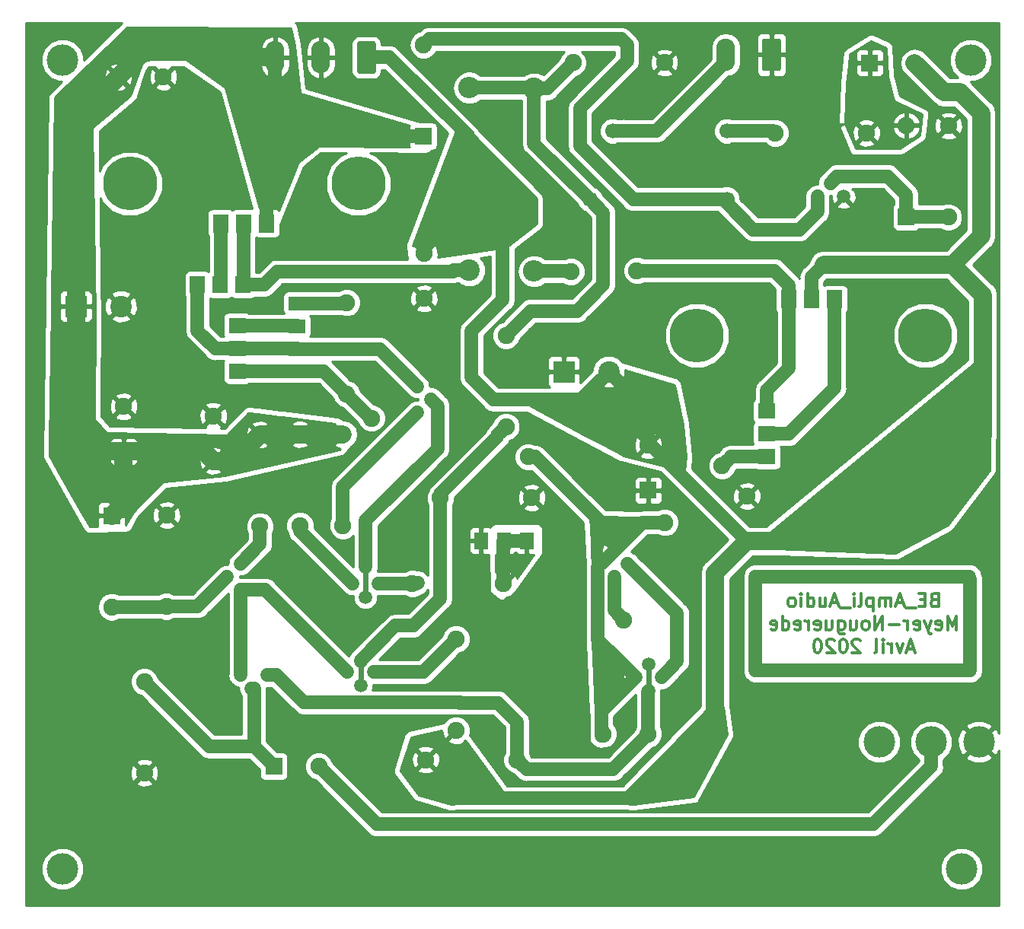
<source format=gbr>
G04 #@! TF.GenerationSoftware,KiCad,Pcbnew,(5.0.0)*
G04 #@! TF.CreationDate,2020-04-22T19:32:48+02:00*
G04 #@! TF.ProjectId,BE_Amplificateur_Audio,42455F416D706C696669636174657572,V0*
G04 #@! TF.SameCoordinates,Original*
G04 #@! TF.FileFunction,Copper,L2,Bot,Signal*
G04 #@! TF.FilePolarity,Positive*
%FSLAX46Y46*%
G04 Gerber Fmt 4.6, Leading zero omitted, Abs format (unit mm)*
G04 Created by KiCad (PCBNEW (5.0.0)) date 04/22/20 19:32:50*
%MOMM*%
%LPD*%
G01*
G04 APERTURE LIST*
G04 #@! TA.AperFunction,NonConductor*
%ADD10C,0.300000*%
G04 #@! TD*
G04 #@! TA.AperFunction,ComponentPad*
%ADD11C,1.700000*%
G04 #@! TD*
G04 #@! TA.AperFunction,ComponentPad*
%ADD12C,1.900000*%
G04 #@! TD*
G04 #@! TA.AperFunction,ComponentPad*
%ADD13R,1.900000X1.900000*%
G04 #@! TD*
G04 #@! TA.AperFunction,ComponentPad*
%ADD14O,2.080000X3.600000*%
G04 #@! TD*
G04 #@! TA.AperFunction,Conductor*
%ADD15C,0.100000*%
G04 #@! TD*
G04 #@! TA.AperFunction,ComponentPad*
%ADD16C,2.080000*%
G04 #@! TD*
G04 #@! TA.AperFunction,ComponentPad*
%ADD17R,2.400000X2.400000*%
G04 #@! TD*
G04 #@! TA.AperFunction,ComponentPad*
%ADD18C,2.400000*%
G04 #@! TD*
G04 #@! TA.AperFunction,ComponentPad*
%ADD19O,1.900000X1.900000*%
G04 #@! TD*
G04 #@! TA.AperFunction,ComponentPad*
%ADD20C,6.000000*%
G04 #@! TD*
G04 #@! TA.AperFunction,ComponentPad*
%ADD21C,1.500000*%
G04 #@! TD*
G04 #@! TA.AperFunction,ComponentPad*
%ADD22R,1.900000X1.700000*%
G04 #@! TD*
G04 #@! TA.AperFunction,ComponentPad*
%ADD23R,1.700000X1.900000*%
G04 #@! TD*
G04 #@! TA.AperFunction,ComponentPad*
%ADD24R,1.800000X2.000000*%
G04 #@! TD*
G04 #@! TA.AperFunction,ComponentPad*
%ADD25O,2.400000X2.400000*%
G04 #@! TD*
G04 #@! TA.AperFunction,ComponentPad*
%ADD26R,1.900000X1.500000*%
G04 #@! TD*
G04 #@! TA.AperFunction,ComponentPad*
%ADD27R,1.500000X1.900000*%
G04 #@! TD*
G04 #@! TA.AperFunction,ComponentPad*
%ADD28C,3.500000*%
G04 #@! TD*
G04 #@! TA.AperFunction,ViaPad*
%ADD29C,3.500000*%
G04 #@! TD*
G04 #@! TA.AperFunction,ViaPad*
%ADD30C,1.900000*%
G04 #@! TD*
G04 #@! TA.AperFunction,Conductor*
%ADD31C,1.500000*%
G04 #@! TD*
G04 #@! TA.AperFunction,Conductor*
%ADD32C,0.600000*%
G04 #@! TD*
G04 #@! TA.AperFunction,Conductor*
%ADD33C,2.000000*%
G04 #@! TD*
G04 #@! TA.AperFunction,Conductor*
%ADD34C,0.254000*%
G04 #@! TD*
G04 APERTURE END LIST*
D10*
X129792228Y-87258857D02*
X129577942Y-87330285D01*
X129506514Y-87401714D01*
X129435085Y-87544571D01*
X129435085Y-87758857D01*
X129506514Y-87901714D01*
X129577942Y-87973142D01*
X129720800Y-88044571D01*
X130292228Y-88044571D01*
X130292228Y-86544571D01*
X129792228Y-86544571D01*
X129649371Y-86616000D01*
X129577942Y-86687428D01*
X129506514Y-86830285D01*
X129506514Y-86973142D01*
X129577942Y-87116000D01*
X129649371Y-87187428D01*
X129792228Y-87258857D01*
X130292228Y-87258857D01*
X128792228Y-87258857D02*
X128292228Y-87258857D01*
X128077942Y-88044571D02*
X128792228Y-88044571D01*
X128792228Y-86544571D01*
X128077942Y-86544571D01*
X127792228Y-88187428D02*
X126649371Y-88187428D01*
X126363657Y-87616000D02*
X125649371Y-87616000D01*
X126506514Y-88044571D02*
X126006514Y-86544571D01*
X125506514Y-88044571D01*
X125006514Y-88044571D02*
X125006514Y-87044571D01*
X125006514Y-87187428D02*
X124935085Y-87116000D01*
X124792228Y-87044571D01*
X124577942Y-87044571D01*
X124435085Y-87116000D01*
X124363657Y-87258857D01*
X124363657Y-88044571D01*
X124363657Y-87258857D02*
X124292228Y-87116000D01*
X124149371Y-87044571D01*
X123935085Y-87044571D01*
X123792228Y-87116000D01*
X123720800Y-87258857D01*
X123720800Y-88044571D01*
X123006514Y-87044571D02*
X123006514Y-88544571D01*
X123006514Y-87116000D02*
X122863657Y-87044571D01*
X122577942Y-87044571D01*
X122435085Y-87116000D01*
X122363657Y-87187428D01*
X122292228Y-87330285D01*
X122292228Y-87758857D01*
X122363657Y-87901714D01*
X122435085Y-87973142D01*
X122577942Y-88044571D01*
X122863657Y-88044571D01*
X123006514Y-87973142D01*
X121435085Y-88044571D02*
X121577942Y-87973142D01*
X121649371Y-87830285D01*
X121649371Y-86544571D01*
X120863657Y-88044571D02*
X120863657Y-87044571D01*
X120863657Y-86544571D02*
X120935085Y-86616000D01*
X120863657Y-86687428D01*
X120792228Y-86616000D01*
X120863657Y-86544571D01*
X120863657Y-86687428D01*
X120506514Y-88187428D02*
X119363657Y-88187428D01*
X119077942Y-87616000D02*
X118363657Y-87616000D01*
X119220800Y-88044571D02*
X118720800Y-86544571D01*
X118220800Y-88044571D01*
X117077942Y-87044571D02*
X117077942Y-88044571D01*
X117720800Y-87044571D02*
X117720800Y-87830285D01*
X117649371Y-87973142D01*
X117506514Y-88044571D01*
X117292228Y-88044571D01*
X117149371Y-87973142D01*
X117077942Y-87901714D01*
X115720800Y-88044571D02*
X115720800Y-86544571D01*
X115720800Y-87973142D02*
X115863657Y-88044571D01*
X116149371Y-88044571D01*
X116292228Y-87973142D01*
X116363657Y-87901714D01*
X116435085Y-87758857D01*
X116435085Y-87330285D01*
X116363657Y-87187428D01*
X116292228Y-87116000D01*
X116149371Y-87044571D01*
X115863657Y-87044571D01*
X115720800Y-87116000D01*
X115006514Y-88044571D02*
X115006514Y-87044571D01*
X115006514Y-86544571D02*
X115077942Y-86616000D01*
X115006514Y-86687428D01*
X114935085Y-86616000D01*
X115006514Y-86544571D01*
X115006514Y-86687428D01*
X114077942Y-88044571D02*
X114220800Y-87973142D01*
X114292228Y-87901714D01*
X114363657Y-87758857D01*
X114363657Y-87330285D01*
X114292228Y-87187428D01*
X114220800Y-87116000D01*
X114077942Y-87044571D01*
X113863657Y-87044571D01*
X113720800Y-87116000D01*
X113649371Y-87187428D01*
X113577942Y-87330285D01*
X113577942Y-87758857D01*
X113649371Y-87901714D01*
X113720800Y-87973142D01*
X113863657Y-88044571D01*
X114077942Y-88044571D01*
X132292228Y-90594571D02*
X132292228Y-89094571D01*
X131792228Y-90166000D01*
X131292228Y-89094571D01*
X131292228Y-90594571D01*
X130006514Y-90523142D02*
X130149371Y-90594571D01*
X130435085Y-90594571D01*
X130577942Y-90523142D01*
X130649371Y-90380285D01*
X130649371Y-89808857D01*
X130577942Y-89666000D01*
X130435085Y-89594571D01*
X130149371Y-89594571D01*
X130006514Y-89666000D01*
X129935085Y-89808857D01*
X129935085Y-89951714D01*
X130649371Y-90094571D01*
X129435085Y-89594571D02*
X129077942Y-90594571D01*
X128720800Y-89594571D02*
X129077942Y-90594571D01*
X129220800Y-90951714D01*
X129292228Y-91023142D01*
X129435085Y-91094571D01*
X127577942Y-90523142D02*
X127720800Y-90594571D01*
X128006514Y-90594571D01*
X128149371Y-90523142D01*
X128220800Y-90380285D01*
X128220800Y-89808857D01*
X128149371Y-89666000D01*
X128006514Y-89594571D01*
X127720800Y-89594571D01*
X127577942Y-89666000D01*
X127506514Y-89808857D01*
X127506514Y-89951714D01*
X128220800Y-90094571D01*
X126863657Y-90594571D02*
X126863657Y-89594571D01*
X126863657Y-89880285D02*
X126792228Y-89737428D01*
X126720800Y-89666000D01*
X126577942Y-89594571D01*
X126435085Y-89594571D01*
X125935085Y-90023142D02*
X124792228Y-90023142D01*
X124077942Y-90594571D02*
X124077942Y-89094571D01*
X123220800Y-90594571D01*
X123220800Y-89094571D01*
X122292228Y-90594571D02*
X122435085Y-90523142D01*
X122506514Y-90451714D01*
X122577942Y-90308857D01*
X122577942Y-89880285D01*
X122506514Y-89737428D01*
X122435085Y-89666000D01*
X122292228Y-89594571D01*
X122077942Y-89594571D01*
X121935085Y-89666000D01*
X121863657Y-89737428D01*
X121792228Y-89880285D01*
X121792228Y-90308857D01*
X121863657Y-90451714D01*
X121935085Y-90523142D01*
X122077942Y-90594571D01*
X122292228Y-90594571D01*
X120506514Y-89594571D02*
X120506514Y-90594571D01*
X121149371Y-89594571D02*
X121149371Y-90380285D01*
X121077942Y-90523142D01*
X120935085Y-90594571D01*
X120720800Y-90594571D01*
X120577942Y-90523142D01*
X120506514Y-90451714D01*
X119149371Y-89594571D02*
X119149371Y-90808857D01*
X119220800Y-90951714D01*
X119292228Y-91023142D01*
X119435085Y-91094571D01*
X119649371Y-91094571D01*
X119792228Y-91023142D01*
X119149371Y-90523142D02*
X119292228Y-90594571D01*
X119577942Y-90594571D01*
X119720800Y-90523142D01*
X119792228Y-90451714D01*
X119863657Y-90308857D01*
X119863657Y-89880285D01*
X119792228Y-89737428D01*
X119720800Y-89666000D01*
X119577942Y-89594571D01*
X119292228Y-89594571D01*
X119149371Y-89666000D01*
X117792228Y-89594571D02*
X117792228Y-90594571D01*
X118435085Y-89594571D02*
X118435085Y-90380285D01*
X118363657Y-90523142D01*
X118220800Y-90594571D01*
X118006514Y-90594571D01*
X117863657Y-90523142D01*
X117792228Y-90451714D01*
X116506514Y-90523142D02*
X116649371Y-90594571D01*
X116935085Y-90594571D01*
X117077942Y-90523142D01*
X117149371Y-90380285D01*
X117149371Y-89808857D01*
X117077942Y-89666000D01*
X116935085Y-89594571D01*
X116649371Y-89594571D01*
X116506514Y-89666000D01*
X116435085Y-89808857D01*
X116435085Y-89951714D01*
X117149371Y-90094571D01*
X115792228Y-90594571D02*
X115792228Y-89594571D01*
X115792228Y-89880285D02*
X115720800Y-89737428D01*
X115649371Y-89666000D01*
X115506514Y-89594571D01*
X115363657Y-89594571D01*
X114292228Y-90523142D02*
X114435085Y-90594571D01*
X114720800Y-90594571D01*
X114863657Y-90523142D01*
X114935085Y-90380285D01*
X114935085Y-89808857D01*
X114863657Y-89666000D01*
X114720800Y-89594571D01*
X114435085Y-89594571D01*
X114292228Y-89666000D01*
X114220800Y-89808857D01*
X114220800Y-89951714D01*
X114935085Y-90094571D01*
X112935085Y-90594571D02*
X112935085Y-89094571D01*
X112935085Y-90523142D02*
X113077942Y-90594571D01*
X113363657Y-90594571D01*
X113506514Y-90523142D01*
X113577942Y-90451714D01*
X113649371Y-90308857D01*
X113649371Y-89880285D01*
X113577942Y-89737428D01*
X113506514Y-89666000D01*
X113363657Y-89594571D01*
X113077942Y-89594571D01*
X112935085Y-89666000D01*
X111649371Y-90523142D02*
X111792228Y-90594571D01*
X112077942Y-90594571D01*
X112220800Y-90523142D01*
X112292228Y-90380285D01*
X112292228Y-89808857D01*
X112220800Y-89666000D01*
X112077942Y-89594571D01*
X111792228Y-89594571D01*
X111649371Y-89666000D01*
X111577942Y-89808857D01*
X111577942Y-89951714D01*
X112292228Y-90094571D01*
X127542228Y-92716000D02*
X126827942Y-92716000D01*
X127685085Y-93144571D02*
X127185085Y-91644571D01*
X126685085Y-93144571D01*
X126327942Y-92144571D02*
X125970800Y-93144571D01*
X125613657Y-92144571D01*
X125042228Y-93144571D02*
X125042228Y-92144571D01*
X125042228Y-92430285D02*
X124970800Y-92287428D01*
X124899371Y-92216000D01*
X124756514Y-92144571D01*
X124613657Y-92144571D01*
X124113657Y-93144571D02*
X124113657Y-92144571D01*
X124113657Y-91644571D02*
X124185085Y-91716000D01*
X124113657Y-91787428D01*
X124042228Y-91716000D01*
X124113657Y-91644571D01*
X124113657Y-91787428D01*
X123185085Y-93144571D02*
X123327942Y-93073142D01*
X123399371Y-92930285D01*
X123399371Y-91644571D01*
X121542228Y-91787428D02*
X121470800Y-91716000D01*
X121327942Y-91644571D01*
X120970800Y-91644571D01*
X120827942Y-91716000D01*
X120756514Y-91787428D01*
X120685085Y-91930285D01*
X120685085Y-92073142D01*
X120756514Y-92287428D01*
X121613657Y-93144571D01*
X120685085Y-93144571D01*
X119756514Y-91644571D02*
X119613657Y-91644571D01*
X119470800Y-91716000D01*
X119399371Y-91787428D01*
X119327942Y-91930285D01*
X119256514Y-92216000D01*
X119256514Y-92573142D01*
X119327942Y-92858857D01*
X119399371Y-93001714D01*
X119470800Y-93073142D01*
X119613657Y-93144571D01*
X119756514Y-93144571D01*
X119899371Y-93073142D01*
X119970800Y-93001714D01*
X120042228Y-92858857D01*
X120113657Y-92573142D01*
X120113657Y-92216000D01*
X120042228Y-91930285D01*
X119970800Y-91787428D01*
X119899371Y-91716000D01*
X119756514Y-91644571D01*
X118685085Y-91787428D02*
X118613657Y-91716000D01*
X118470800Y-91644571D01*
X118113657Y-91644571D01*
X117970800Y-91716000D01*
X117899371Y-91787428D01*
X117827942Y-91930285D01*
X117827942Y-92073142D01*
X117899371Y-92287428D01*
X118756514Y-93144571D01*
X117827942Y-93144571D01*
X116899371Y-91644571D02*
X116756514Y-91644571D01*
X116613657Y-91716000D01*
X116542228Y-91787428D01*
X116470800Y-91930285D01*
X116399371Y-92216000D01*
X116399371Y-92573142D01*
X116470800Y-92858857D01*
X116542228Y-93001714D01*
X116613657Y-93073142D01*
X116756514Y-93144571D01*
X116899371Y-93144571D01*
X117042228Y-93073142D01*
X117113657Y-93001714D01*
X117185085Y-92858857D01*
X117256514Y-92573142D01*
X117256514Y-92216000D01*
X117185085Y-91930285D01*
X117113657Y-91787428D01*
X117042228Y-91716000D01*
X116899371Y-91644571D01*
D11*
G04 #@! TO.P,U1,7*
G04 #@! TO.N,Net-(R11-Pad2)*
X91498100Y-42692800D03*
G04 #@! TO.P,U1,1*
G04 #@! TO.N,Net-(J2-Pad2)*
X94038100Y-35092800D03*
G04 #@! TO.P,U1,6*
G04 #@! TO.N,Net-(D1-Pad2)*
X106738100Y-42692800D03*
G04 #@! TO.P,U1,2*
G04 #@! TO.N,Net-(R16-Pad1)*
X106738100Y-35092800D03*
G04 #@! TD*
D12*
G04 #@! TO.P,C3,2*
G04 #@! TO.N,-12V*
X127631200Y-27533600D03*
D13*
G04 #@! TO.P,C3,1*
G04 #@! TO.N,Net-(C3-Pad1)*
X122631200Y-27533600D03*
G04 #@! TD*
D12*
G04 #@! TO.P,C5,2*
G04 #@! TO.N,GND*
X49644300Y-66805800D03*
G04 #@! TO.P,C5,1*
G04 #@! TO.N,+12V*
X49644300Y-71805800D03*
G04 #@! TD*
G04 #@! TO.P,C7,1*
G04 #@! TO.N,GND*
X108966000Y-75742800D03*
G04 #@! TO.P,C7,2*
G04 #@! TO.N,-12V*
X108966000Y-80742800D03*
G04 #@! TD*
G04 #@! TO.P,C9,2*
G04 #@! TO.N,+12V*
X39069000Y-29095700D03*
G04 #@! TO.P,C9,1*
G04 #@! TO.N,GND*
X44069000Y-29095700D03*
G04 #@! TD*
G04 #@! TO.P,C11,1*
G04 #@! TO.N,-12V*
X73050400Y-48742600D03*
G04 #@! TO.P,C11,2*
G04 #@! TO.N,GND*
X73050400Y-53742600D03*
G04 #@! TD*
D14*
G04 #@! TO.P,J2,2*
G04 #@! TO.N,Net-(J2-Pad2)*
X106629200Y-26619200D03*
D15*
G04 #@! TD*
G04 #@! TO.N,GND*
G04 #@! TO.C,J2*
G36*
X112523705Y-24820404D02*
X112547973Y-24824004D01*
X112571772Y-24829965D01*
X112594871Y-24838230D01*
X112617050Y-24848720D01*
X112638093Y-24861332D01*
X112657799Y-24875947D01*
X112675977Y-24892423D01*
X112692453Y-24910601D01*
X112707068Y-24930307D01*
X112719680Y-24951350D01*
X112730170Y-24973529D01*
X112738435Y-24996628D01*
X112744396Y-25020427D01*
X112747996Y-25044695D01*
X112749200Y-25069199D01*
X112749200Y-28169201D01*
X112747996Y-28193705D01*
X112744396Y-28217973D01*
X112738435Y-28241772D01*
X112730170Y-28264871D01*
X112719680Y-28287050D01*
X112707068Y-28308093D01*
X112692453Y-28327799D01*
X112675977Y-28345977D01*
X112657799Y-28362453D01*
X112638093Y-28377068D01*
X112617050Y-28389680D01*
X112594871Y-28400170D01*
X112571772Y-28408435D01*
X112547973Y-28414396D01*
X112523705Y-28417996D01*
X112499201Y-28419200D01*
X110919199Y-28419200D01*
X110894695Y-28417996D01*
X110870427Y-28414396D01*
X110846628Y-28408435D01*
X110823529Y-28400170D01*
X110801350Y-28389680D01*
X110780307Y-28377068D01*
X110760601Y-28362453D01*
X110742423Y-28345977D01*
X110725947Y-28327799D01*
X110711332Y-28308093D01*
X110698720Y-28287050D01*
X110688230Y-28264871D01*
X110679965Y-28241772D01*
X110674004Y-28217973D01*
X110670404Y-28193705D01*
X110669200Y-28169201D01*
X110669200Y-25069199D01*
X110670404Y-25044695D01*
X110674004Y-25020427D01*
X110679965Y-24996628D01*
X110688230Y-24973529D01*
X110698720Y-24951350D01*
X110711332Y-24930307D01*
X110725947Y-24910601D01*
X110742423Y-24892423D01*
X110760601Y-24875947D01*
X110780307Y-24861332D01*
X110801350Y-24848720D01*
X110823529Y-24838230D01*
X110846628Y-24829965D01*
X110870427Y-24824004D01*
X110894695Y-24820404D01*
X110919199Y-24819200D01*
X112499201Y-24819200D01*
X112523705Y-24820404D01*
X112523705Y-24820404D01*
G37*
D16*
G04 #@! TO.P,J2,1*
G04 #@! TO.N,GND*
X111709200Y-26619200D03*
G04 #@! TD*
D13*
G04 #@! TO.P,C1,1*
G04 #@! TO.N,Net-(C1-Pad1)*
X56349900Y-105791000D03*
D12*
G04 #@! TO.P,C1,2*
G04 #@! TO.N,Net-(C1-Pad2)*
X61349900Y-105791000D03*
G04 #@! TD*
G04 #@! TO.P,C2,1*
G04 #@! TO.N,Net-(C2-Pad1)*
X92989400Y-102209600D03*
G04 #@! TO.P,C2,2*
G04 #@! TO.N,Net-(C2-Pad2)*
X97989400Y-102209600D03*
G04 #@! TD*
G04 #@! TO.P,C4,2*
G04 #@! TO.N,GND*
X39662100Y-65764400D03*
D13*
G04 #@! TO.P,C4,1*
G04 #@! TO.N,+12V*
X39662100Y-70764400D03*
G04 #@! TD*
G04 #@! TO.P,C6,1*
G04 #@! TO.N,GND*
X97993200Y-75082400D03*
D12*
G04 #@! TO.P,C6,2*
G04 #@! TO.N,-12V*
X97993200Y-70082400D03*
G04 #@! TD*
D17*
G04 #@! TO.P,C8,1*
G04 #@! TO.N,+12V*
X34366200Y-54622700D03*
D18*
G04 #@! TO.P,C8,2*
G04 #@! TO.N,GND*
X39366200Y-54622700D03*
G04 #@! TD*
D17*
G04 #@! TO.P,C10,1*
G04 #@! TO.N,GND*
X88607900Y-61887100D03*
D18*
G04 #@! TO.P,C10,2*
G04 #@! TO.N,-12V*
X93607900Y-61887100D03*
G04 #@! TD*
D13*
G04 #@! TO.P,D1,1*
G04 #@! TO.N,+12V*
X72999600Y-35674300D03*
D19*
G04 #@! TO.P,D1,2*
G04 #@! TO.N,Net-(D1-Pad2)*
X72999600Y-25514300D03*
G04 #@! TD*
D13*
G04 #@! TO.P,D2,1*
G04 #@! TO.N,Net-(D2-Pad1)*
X126695200Y-44640500D03*
D19*
G04 #@! TO.P,D2,2*
G04 #@! TO.N,Net-(C3-Pad1)*
X126695200Y-34480500D03*
G04 #@! TD*
G04 #@! TO.P,Dz1,2*
G04 #@! TO.N,Net-(Dz1-Pad2)*
X38328600Y-88074500D03*
D13*
G04 #@! TO.P,Dz1,1*
G04 #@! TO.N,+12V*
X38328600Y-77914500D03*
G04 #@! TD*
D20*
G04 #@! TO.P,HS1,1*
G04 #@! TO.N,N/C*
X103420462Y-57855449D03*
X128820462Y-57855449D03*
G04 #@! TD*
G04 #@! TO.P,HS2,1*
G04 #@! TO.N,N/C*
X40360600Y-40970200D03*
X65760600Y-40970200D03*
G04 #@! TD*
D15*
G04 #@! TO.N,-12V*
G04 #@! TO.C,J3*
G36*
X67476805Y-25112504D02*
X67501073Y-25116104D01*
X67524872Y-25122065D01*
X67547971Y-25130330D01*
X67570150Y-25140820D01*
X67591193Y-25153432D01*
X67610899Y-25168047D01*
X67629077Y-25184523D01*
X67645553Y-25202701D01*
X67660168Y-25222407D01*
X67672780Y-25243450D01*
X67683270Y-25265629D01*
X67691535Y-25288728D01*
X67697496Y-25312527D01*
X67701096Y-25336795D01*
X67702300Y-25361299D01*
X67702300Y-28461301D01*
X67701096Y-28485805D01*
X67697496Y-28510073D01*
X67691535Y-28533872D01*
X67683270Y-28556971D01*
X67672780Y-28579150D01*
X67660168Y-28600193D01*
X67645553Y-28619899D01*
X67629077Y-28638077D01*
X67610899Y-28654553D01*
X67591193Y-28669168D01*
X67570150Y-28681780D01*
X67547971Y-28692270D01*
X67524872Y-28700535D01*
X67501073Y-28706496D01*
X67476805Y-28710096D01*
X67452301Y-28711300D01*
X65872299Y-28711300D01*
X65847795Y-28710096D01*
X65823527Y-28706496D01*
X65799728Y-28700535D01*
X65776629Y-28692270D01*
X65754450Y-28681780D01*
X65733407Y-28669168D01*
X65713701Y-28654553D01*
X65695523Y-28638077D01*
X65679047Y-28619899D01*
X65664432Y-28600193D01*
X65651820Y-28579150D01*
X65641330Y-28556971D01*
X65633065Y-28533872D01*
X65627104Y-28510073D01*
X65623504Y-28485805D01*
X65622300Y-28461301D01*
X65622300Y-25361299D01*
X65623504Y-25336795D01*
X65627104Y-25312527D01*
X65633065Y-25288728D01*
X65641330Y-25265629D01*
X65651820Y-25243450D01*
X65664432Y-25222407D01*
X65679047Y-25202701D01*
X65695523Y-25184523D01*
X65713701Y-25168047D01*
X65733407Y-25153432D01*
X65754450Y-25140820D01*
X65776629Y-25130330D01*
X65799728Y-25122065D01*
X65823527Y-25116104D01*
X65847795Y-25112504D01*
X65872299Y-25111300D01*
X67452301Y-25111300D01*
X67476805Y-25112504D01*
X67476805Y-25112504D01*
G37*
D16*
G04 #@! TD*
G04 #@! TO.P,J3,1*
G04 #@! TO.N,-12V*
X66662300Y-26911300D03*
D14*
G04 #@! TO.P,J3,2*
G04 #@! TO.N,GND*
X61582300Y-26911300D03*
G04 #@! TO.P,J3,3*
G04 #@! TO.N,+12V*
X56502300Y-26911300D03*
G04 #@! TD*
D21*
G04 #@! TO.P,Q1,1*
G04 #@! TO.N,Net-(Q1-Pad1)*
X52695500Y-95645300D03*
G04 #@! TO.P,Q1,2*
G04 #@! TO.N,Net-(C1-Pad1)*
X54165500Y-97145300D03*
G04 #@! TO.P,Q1,3*
G04 #@! TO.N,Net-(C2-Pad2)*
X55595500Y-95645300D03*
G04 #@! TD*
G04 #@! TO.P,Q2,1*
G04 #@! TO.N,Net-(Q1-Pad1)*
X64557300Y-95302400D03*
G04 #@! TO.P,Q2,2*
G04 #@! TO.N,Net-(Q2-Pad2)*
X66027300Y-96802400D03*
G04 #@! TO.P,Q2,3*
G04 #@! TO.N,Net-(Q2-Pad3)*
X67457300Y-95302400D03*
G04 #@! TD*
G04 #@! TO.P,Q3,3*
G04 #@! TO.N,Net-(Q1-Pad1)*
X52652600Y-86151700D03*
G04 #@! TO.P,Q3,2*
G04 #@! TO.N,Net-(Dz1-Pad2)*
X51152600Y-84721700D03*
G04 #@! TO.P,Q3,1*
G04 #@! TO.N,Net-(Q3-Pad1)*
X52652600Y-83251700D03*
G04 #@! TD*
G04 #@! TO.P,Q4,3*
G04 #@! TO.N,Net-(C2-Pad1)*
X96588600Y-95908800D03*
G04 #@! TO.P,Q4,2*
G04 #@! TO.N,Net-(C2-Pad2)*
X98018600Y-94408800D03*
G04 #@! TO.P,Q4,1*
G04 #@! TO.N,Net-(Q4-Pad1)*
X99488600Y-95908800D03*
G04 #@! TD*
G04 #@! TO.P,Q5,1*
G04 #@! TO.N,Net-(Q5-Pad1)*
X94207200Y-84743900D03*
G04 #@! TO.P,Q5,2*
G04 #@! TO.N,Net-(Q4-Pad1)*
X95707200Y-83273900D03*
G04 #@! TO.P,Q5,3*
G04 #@! TO.N,Net-(C2-Pad1)*
X94207200Y-81843900D03*
G04 #@! TD*
G04 #@! TO.P,Q6,3*
G04 #@! TO.N,Net-(Q6-Pad3)*
X72315400Y-63517800D03*
G04 #@! TO.P,Q6,2*
G04 #@! TO.N,Net-(Q6-Pad2)*
X73815400Y-64947800D03*
G04 #@! TO.P,Q6,1*
G04 #@! TO.N,Net-(Q6-Pad1)*
X72315400Y-66417800D03*
G04 #@! TD*
G04 #@! TO.P,Q7,1*
G04 #@! TO.N,Net-(Q7-Pad1)*
X65090700Y-85459900D03*
G04 #@! TO.P,Q7,2*
G04 #@! TO.N,Net-(Q6-Pad2)*
X66560700Y-86959900D03*
G04 #@! TO.P,Q7,3*
G04 #@! TO.N,Net-(Q7-Pad3)*
X67990700Y-85459900D03*
G04 #@! TD*
D22*
G04 #@! TO.P,Q8,1*
G04 #@! TO.N,Net-(C2-Pad1)*
X52298600Y-61836300D03*
G04 #@! TO.P,Q8,2*
G04 #@! TO.N,Net-(Q6-Pad3)*
X52298600Y-59296300D03*
G04 #@! TO.P,Q8,3*
G04 #@! TO.N,Net-(Q8-Pad3)*
X52298600Y-56756300D03*
G04 #@! TD*
D23*
G04 #@! TO.P,Q9,1*
G04 #@! TO.N,Net-(Q10-Pad2)*
X52946300Y-52209700D03*
G04 #@! TO.P,Q9,2*
G04 #@! TO.N,Net-(Q10-Pad1)*
X50406300Y-52209700D03*
G04 #@! TO.P,Q9,3*
G04 #@! TO.N,Net-(Q6-Pad3)*
X47866300Y-52209700D03*
G04 #@! TD*
D24*
G04 #@! TO.P,Q10,3*
G04 #@! TO.N,+12V*
X55549800Y-45377100D03*
G04 #@! TO.P,Q10,2*
G04 #@! TO.N,Net-(Q10-Pad2)*
X53009800Y-45377100D03*
G04 #@! TO.P,Q10,1*
G04 #@! TO.N,Net-(Q10-Pad1)*
X50469800Y-45377100D03*
G04 #@! TD*
D22*
G04 #@! TO.P,Q11,3*
G04 #@! TO.N,Net-(C2-Pad1)*
X111188500Y-71348600D03*
G04 #@! TO.P,Q11,2*
G04 #@! TO.N,Net-(Q11-Pad2)*
X111188500Y-68808600D03*
G04 #@! TO.P,Q11,1*
G04 #@! TO.N,Net-(Q11-Pad1)*
X111188500Y-66268600D03*
G04 #@! TD*
D24*
G04 #@! TO.P,Q12,1*
G04 #@! TO.N,Net-(Q11-Pad2)*
X118711262Y-53842249D03*
G04 #@! TO.P,Q12,2*
G04 #@! TO.N,-12V*
X116171262Y-53842249D03*
G04 #@! TO.P,Q12,3*
G04 #@! TO.N,Net-(Q11-Pad1)*
X113631262Y-53842249D03*
G04 #@! TD*
D21*
G04 #@! TO.P,Q13,3*
G04 #@! TO.N,Net-(D1-Pad2)*
X116819700Y-42403700D03*
G04 #@! TO.P,Q13,2*
G04 #@! TO.N,Net-(D2-Pad1)*
X118249700Y-40903700D03*
G04 #@! TO.P,Q13,1*
G04 #@! TO.N,GND*
X119719700Y-42403700D03*
G04 #@! TD*
D12*
G04 #@! TO.P,R1,2*
G04 #@! TO.N,GND*
X41960800Y-106527600D03*
G04 #@! TO.P,R1,1*
G04 #@! TO.N,Net-(C1-Pad1)*
X41960800Y-96367600D03*
G04 #@! TD*
G04 #@! TO.P,R2,2*
G04 #@! TO.N,-12V*
X73253600Y-105067100D03*
G04 #@! TO.P,R2,1*
G04 #@! TO.N,Net-(C2-Pad2)*
X83413600Y-105067100D03*
G04 #@! TD*
G04 #@! TO.P,R3,2*
G04 #@! TO.N,-12V*
X76631800Y-101803200D03*
G04 #@! TO.P,R3,1*
G04 #@! TO.N,Net-(Q2-Pad3)*
X76631800Y-91643200D03*
G04 #@! TD*
G04 #@! TO.P,R4,1*
G04 #@! TO.N,+12V*
X54813200Y-68897500D03*
G04 #@! TO.P,R4,2*
G04 #@! TO.N,Net-(Q3-Pad1)*
X54813200Y-79057500D03*
G04 #@! TD*
G04 #@! TO.P,R5,2*
G04 #@! TO.N,GND*
X44424600Y-77851000D03*
G04 #@! TO.P,R5,1*
G04 #@! TO.N,Net-(Dz1-Pad2)*
X44424600Y-88011000D03*
G04 #@! TD*
G04 #@! TO.P,R6,1*
G04 #@! TO.N,Net-(Q5-Pad1)*
X95275400Y-89522300D03*
G04 #@! TO.P,R6,2*
G04 #@! TO.N,-12V*
X105435400Y-89522300D03*
G04 #@! TD*
G04 #@! TO.P,R7,2*
G04 #@! TO.N,Net-(Q6-Pad1)*
X64046100Y-79019400D03*
G04 #@! TO.P,R7,1*
G04 #@! TO.N,+12V*
X64046100Y-68859400D03*
G04 #@! TD*
G04 #@! TO.P,R8,1*
G04 #@! TO.N,Net-(C2-Pad1)*
X64452500Y-64363600D03*
G04 #@! TO.P,R8,2*
G04 #@! TO.N,Net-(R8-Pad2)*
X64452500Y-54203600D03*
G04 #@! TD*
G04 #@! TO.P,R9,1*
G04 #@! TO.N,+12V*
X59270900Y-68859400D03*
G04 #@! TO.P,R9,2*
G04 #@! TO.N,Net-(Q7-Pad1)*
X59270900Y-79019400D03*
G04 #@! TD*
G04 #@! TO.P,R10,1*
G04 #@! TO.N,Net-(Q7-Pad3)*
X71755000Y-85471000D03*
G04 #@! TO.P,R10,2*
G04 #@! TO.N,Net-(R10-Pad2)*
X81915000Y-85471000D03*
G04 #@! TD*
D18*
G04 #@! TO.P,R11,1*
G04 #@! TO.N,Net-(Q10-Pad2)*
X78092300Y-50596800D03*
D25*
G04 #@! TO.P,R11,2*
G04 #@! TO.N,Net-(R11-Pad2)*
X78092300Y-30276800D03*
G04 #@! TD*
G04 #@! TO.P,R12,2*
G04 #@! TO.N,Net-(Q11-Pad1)*
X85293200Y-50685700D03*
D18*
G04 #@! TO.P,R12,1*
G04 #@! TO.N,Net-(R11-Pad2)*
X85293200Y-30365700D03*
G04 #@! TD*
D12*
G04 #@! TO.P,R13,2*
G04 #@! TO.N,GND*
X99783900Y-27508200D03*
G04 #@! TO.P,R13,1*
G04 #@! TO.N,Net-(R11-Pad2)*
X89623900Y-27508200D03*
G04 #@! TD*
G04 #@! TO.P,R14,1*
G04 #@! TO.N,Net-(R11-Pad2)*
X82181700Y-57848500D03*
G04 #@! TO.P,R14,2*
G04 #@! TO.N,Net-(Q2-Pad2)*
X82181700Y-68008500D03*
G04 #@! TD*
G04 #@! TO.P,R15,1*
G04 #@! TO.N,Net-(Q2-Pad2)*
X74879200Y-75907900D03*
G04 #@! TO.P,R15,2*
G04 #@! TO.N,GND*
X85039200Y-75907900D03*
G04 #@! TD*
G04 #@! TO.P,R16,2*
G04 #@! TO.N,Net-(C3-Pad1)*
X122275600Y-35331400D03*
G04 #@! TO.P,R16,1*
G04 #@! TO.N,Net-(R16-Pad1)*
X112115600Y-35331400D03*
G04 #@! TD*
G04 #@! TO.P,R17,1*
G04 #@! TO.N,Net-(D2-Pad1)*
X131381500Y-44691300D03*
G04 #@! TO.P,R17,2*
G04 #@! TO.N,GND*
X131381500Y-34531300D03*
G04 #@! TD*
D26*
G04 #@! TO.P,RV1,3*
G04 #@! TO.N,Net-(R8-Pad2)*
X58953400Y-54279800D03*
G04 #@! TO.P,RV1,2*
G04 #@! TO.N,Net-(Q8-Pad3)*
X58953400Y-56819800D03*
G04 #@! TO.P,RV1,1*
G04 #@! TO.N,Net-(Q6-Pad3)*
X58953400Y-59359800D03*
G04 #@! TD*
D27*
G04 #@! TO.P,RV2,1*
G04 #@! TO.N,Net-(R10-Pad2)*
X84493100Y-80683100D03*
G04 #@! TO.P,RV2,2*
X81953100Y-80683100D03*
G04 #@! TO.P,RV2,3*
G04 #@! TO.N,GND*
X79413100Y-80683100D03*
G04 #@! TD*
D28*
G04 #@! TO.P,U2,TN*
G04 #@! TO.N,Net-(U2-PadTN)*
X123667900Y-103085900D03*
G04 #@! TO.P,U2,G*
G04 #@! TO.N,GND*
X134767900Y-103085900D03*
G04 #@! TO.P,U2,T*
G04 #@! TO.N,Net-(C1-Pad2)*
X129467900Y-103085900D03*
G04 #@! TD*
D29*
G04 #@! TO.N,*
X32863800Y-27199600D03*
X133863800Y-27199600D03*
X32863800Y-117199600D03*
X132863800Y-117199600D03*
D30*
G04 #@! TO.N,Net-(C2-Pad1)*
X99847400Y-78663800D03*
X106210102Y-72339200D03*
X67208400Y-67056000D03*
X84632800Y-71361300D03*
G04 #@! TO.N,Net-(Q11-Pad1)*
X89395300Y-50736502D03*
X96723200Y-50634900D03*
G04 #@! TD*
D31*
G04 #@! TO.N,*
X109918500Y-84670900D02*
X133718300Y-84670900D01*
X109918500Y-95135700D02*
X109918500Y-84670900D01*
X109931200Y-95148400D02*
X109918500Y-95135700D01*
X133807200Y-95148400D02*
X109931200Y-95148400D01*
X133705600Y-84886800D02*
X133807200Y-84988400D01*
X133807200Y-84988400D02*
X133807200Y-95148400D01*
G04 #@! TO.N,Net-(C1-Pad1)*
X54165500Y-103606600D02*
X56349900Y-105791000D01*
X54165500Y-97145300D02*
X54165500Y-103606600D01*
X54165500Y-97145300D02*
X53859502Y-97145300D01*
X49199800Y-103606600D02*
X41960800Y-96367600D01*
X54165500Y-103606600D02*
X49199800Y-103606600D01*
G04 #@! TO.N,Net-(C1-Pad2)*
X61349900Y-105791000D02*
X67801500Y-112242600D01*
X67801500Y-112242600D02*
X123024900Y-112242600D01*
X129467900Y-105799600D02*
X129467900Y-103085900D01*
X123024900Y-112242600D02*
X129467900Y-105799600D01*
G04 #@! TO.N,Net-(C2-Pad1)*
X61925200Y-61836300D02*
X64452500Y-64363600D01*
X52298600Y-61836300D02*
X61925200Y-61836300D01*
X92786200Y-99711200D02*
X96588600Y-95908800D01*
X92786200Y-102438200D02*
X92786200Y-99711200D01*
X93457201Y-82593899D02*
X94207200Y-81843900D01*
X92407199Y-83643901D02*
X93457201Y-82593899D01*
X96588600Y-95908800D02*
X92407199Y-91727399D01*
X92407199Y-91727399D02*
X92407199Y-83643901D01*
X111188500Y-71348600D02*
X107200702Y-71348600D01*
X107200702Y-71348600D02*
X107160101Y-71389201D01*
X107160101Y-71389201D02*
X106210102Y-72339200D01*
X64452500Y-64363600D02*
X67144900Y-67056000D01*
X67144900Y-67056000D02*
X67208400Y-67056000D01*
X85420200Y-71361300D02*
X84632800Y-71361300D01*
X94207200Y-81843900D02*
X94207200Y-80148300D01*
X94207200Y-80148300D02*
X85420200Y-71361300D01*
X97387300Y-78663800D02*
X99847400Y-78663800D01*
X94207200Y-81843900D02*
X97387300Y-78663800D01*
D32*
G04 #@! TO.N,Net-(C2-Pad2)*
X98018600Y-97421700D02*
X98018600Y-94408800D01*
D31*
X83413600Y-100838000D02*
X83413600Y-105067100D01*
X56666100Y-95645300D02*
X59731799Y-98710999D01*
X55595500Y-95645300D02*
X56666100Y-95645300D01*
X59731799Y-98710999D02*
X77057499Y-98710999D01*
X77057499Y-98710999D02*
X77063600Y-98717100D01*
X77063600Y-98717100D02*
X81292700Y-98717100D01*
X81292700Y-98717100D02*
X83413600Y-100838000D01*
X97989400Y-97450900D02*
X97989400Y-102209600D01*
X98018600Y-97421700D02*
X97989400Y-97450900D01*
X94103200Y-106121200D02*
X97786200Y-102438200D01*
X83413600Y-105067100D02*
X84467700Y-106121200D01*
X84467700Y-106121200D02*
X94103200Y-106121200D01*
G04 #@! TO.N,-12V*
X77939900Y-42443400D02*
X74066400Y-46316900D01*
X74066400Y-46316900D02*
X74066400Y-46367700D01*
X73050400Y-47383700D02*
X73050400Y-48742600D01*
X74066400Y-46367700D02*
X73050400Y-47383700D01*
X77939900Y-42443400D02*
X77939900Y-42468800D01*
X77939900Y-42468800D02*
X81826100Y-46355000D01*
X81826100Y-46355000D02*
X81826100Y-53873400D01*
X97993200Y-68202800D02*
X97993200Y-70082400D01*
X98056700Y-68139300D02*
X97993200Y-68202800D01*
X116171262Y-51342249D02*
X116171262Y-53842249D01*
X117513611Y-49999900D02*
X116171262Y-51342249D01*
X76631800Y-101803200D02*
X76517500Y-101803200D01*
X98305600Y-70082400D02*
X97993200Y-70082400D01*
X108966000Y-80742800D02*
X98305600Y-70082400D01*
X94807899Y-63087099D02*
X94913299Y-63087099D01*
X93607900Y-61887100D02*
X94807899Y-63087099D01*
X98056700Y-66230500D02*
X98056700Y-68139300D01*
X94913299Y-63087099D02*
X98056700Y-66230500D01*
X81826100Y-53873400D02*
X81788000Y-53873400D01*
X81788000Y-53873400D02*
X78346300Y-57315100D01*
X78346300Y-57315100D02*
X78346300Y-62547500D01*
X78346300Y-62547500D02*
X80797400Y-64998600D01*
X90496400Y-64998600D02*
X93607900Y-61887100D01*
X80797400Y-64998600D02*
X90496400Y-64998600D01*
X77939900Y-35636200D02*
X77939900Y-42443400D01*
X66662300Y-26911300D02*
X69215000Y-26911300D01*
X69215000Y-26911300D02*
X77939900Y-35636200D01*
D33*
X105435400Y-84273400D02*
X108966000Y-80742800D01*
X105435400Y-89522300D02*
X105435400Y-84273400D01*
X119904500Y-80742800D02*
X135178800Y-65468500D01*
X108966000Y-80742800D02*
X119904500Y-80742800D01*
X135178800Y-53378100D02*
X131800600Y-49999900D01*
X135178800Y-65468500D02*
X135178800Y-53378100D01*
X131800600Y-49999900D02*
X135013700Y-46786800D01*
X135013700Y-46786800D02*
X135013700Y-33121600D01*
X135013700Y-33121600D02*
X132689600Y-30797500D01*
X130895100Y-30797500D02*
X127631200Y-27533600D01*
X132689600Y-30797500D02*
X130895100Y-30797500D01*
X131800600Y-49999900D02*
X117513611Y-49999900D01*
X105435400Y-99987100D02*
X105435400Y-89522300D01*
X96266000Y-109156500D02*
X105435400Y-99987100D01*
D31*
X76316998Y-109347000D02*
X76253498Y-109410500D01*
X96177100Y-109347000D02*
X76316998Y-109347000D01*
G04 #@! TO.N,Net-(C3-Pad1)*
X122605800Y-27559000D02*
X122631200Y-27533600D01*
G04 #@! TO.N,+12V*
X55549800Y-42877100D02*
X55549800Y-45377100D01*
X55549800Y-42877100D02*
X56502300Y-41924600D01*
X70549600Y-35674300D02*
X56502300Y-35674300D01*
X72999600Y-35674300D02*
X70549600Y-35674300D01*
X56502300Y-41924600D02*
X56502300Y-35674300D01*
X56502300Y-35674300D02*
X56502300Y-26911300D01*
D33*
X34366200Y-33798500D02*
X34366200Y-54622700D01*
X39069000Y-29095700D02*
X34366200Y-33798500D01*
X36712100Y-70764400D02*
X39662100Y-70764400D01*
X34366200Y-68418500D02*
X36712100Y-70764400D01*
X34366200Y-54622700D02*
X34366200Y-68418500D01*
X38328600Y-77914500D02*
X39662100Y-76581000D01*
X39662100Y-76581000D02*
X39662100Y-70764400D01*
X48602900Y-70764400D02*
X49644300Y-71805800D01*
X39662100Y-70764400D02*
X48602900Y-70764400D01*
X51904900Y-71805800D02*
X54813200Y-68897500D01*
X49644300Y-71805800D02*
X51904900Y-71805800D01*
X59232800Y-68897500D02*
X59270900Y-68859400D01*
X54813200Y-68897500D02*
X59232800Y-68897500D01*
X59270900Y-68859400D02*
X64046100Y-68859400D01*
X40018999Y-28145701D02*
X39069000Y-29095700D01*
X41863000Y-26301700D02*
X40018999Y-28145701D01*
X52852700Y-26301700D02*
X41863000Y-26301700D01*
X56502300Y-26911300D02*
X53462300Y-26911300D01*
X53462300Y-26911300D02*
X52852700Y-26301700D01*
D31*
G04 #@! TO.N,Net-(D1-Pad2)*
X116819700Y-42403700D02*
X116819700Y-44063900D01*
X114820700Y-46062900D02*
X109651800Y-46062900D01*
X116819700Y-44063900D02*
X114820700Y-46062900D01*
X106738100Y-43149200D02*
X109651800Y-46062900D01*
X106738100Y-42692800D02*
X106738100Y-43149200D01*
X96324900Y-42692800D02*
X90385900Y-36753800D01*
X106738100Y-42692800D02*
X96324900Y-42692800D01*
X90385900Y-36753800D02*
X90385900Y-32575500D01*
X90385900Y-32575500D02*
X95643700Y-27317700D01*
X73637140Y-24876760D02*
X72999600Y-25514300D01*
X95643700Y-27317700D02*
X95643700Y-25527000D01*
X94993460Y-24876760D02*
X73637140Y-24876760D01*
X95643700Y-25527000D02*
X94993460Y-24876760D01*
G04 #@! TO.N,Net-(D2-Pad1)*
X131330700Y-44640500D02*
X131381500Y-44691300D01*
X126695200Y-44640500D02*
X131330700Y-44640500D01*
X118999699Y-40153701D02*
X118249700Y-40903700D01*
X124658401Y-40153701D02*
X118999699Y-40153701D01*
X126695200Y-42190500D02*
X124658401Y-40153701D01*
X126695200Y-44640500D02*
X126695200Y-42190500D01*
G04 #@! TO.N,Net-(Dz1-Pad2)*
X44361100Y-88074500D02*
X44424600Y-88011000D01*
X38328600Y-88074500D02*
X44361100Y-88074500D01*
X47863300Y-88011000D02*
X51152600Y-84721700D01*
X44424600Y-88011000D02*
X47863300Y-88011000D01*
G04 #@! TO.N,Net-(Q1-Pad1)*
X55406600Y-86151700D02*
X52652600Y-86151700D01*
X64557300Y-95302400D02*
X55406600Y-86151700D01*
X52652600Y-95602400D02*
X52695500Y-95645300D01*
X52652600Y-86151700D02*
X52652600Y-95602400D01*
D32*
G04 #@! TO.N,Net-(Q2-Pad2)*
X66027300Y-96802400D02*
X66027300Y-94068398D01*
X66027300Y-94068398D02*
X66027300Y-94335600D01*
D31*
X74879200Y-87134700D02*
X74879200Y-75907900D01*
X71856600Y-90157300D02*
X74879200Y-87134700D01*
X69888100Y-90157300D02*
X71856600Y-90157300D01*
X66027300Y-94068398D02*
X66027300Y-94018100D01*
X66027300Y-94018100D02*
X69888100Y-90157300D01*
X74879200Y-75514200D02*
X74879200Y-75907900D01*
X81231701Y-69161699D02*
X74879200Y-75514200D01*
X81231701Y-68958499D02*
X81231701Y-69161699D01*
X82181700Y-68008500D02*
X81231701Y-68958499D01*
G04 #@! TO.N,Net-(Q2-Pad3)*
X72972600Y-95302400D02*
X76631800Y-91643200D01*
X67457300Y-95302400D02*
X72972600Y-95302400D01*
G04 #@! TO.N,Net-(Q3-Pad1)*
X54813200Y-81091100D02*
X52652600Y-83251700D01*
X54813200Y-79057500D02*
X54813200Y-81091100D01*
G04 #@! TO.N,Net-(Q4-Pad1)*
X99555300Y-87122000D02*
X95707200Y-83273900D01*
X101219000Y-88785700D02*
X99555300Y-87122000D01*
X101219000Y-94119700D02*
X101219000Y-88785700D01*
X100238599Y-95100101D02*
X101219000Y-94119700D01*
X99488600Y-95908800D02*
X100238599Y-95158801D01*
X100238599Y-95158801D02*
X100238599Y-95100101D01*
G04 #@! TO.N,Net-(Q5-Pad1)*
X94207200Y-88454100D02*
X95275400Y-89522300D01*
X94207200Y-84743900D02*
X94207200Y-88454100D01*
G04 #@! TO.N,Net-(Q6-Pad3)*
X49848600Y-59296300D02*
X52298600Y-59296300D01*
X47866300Y-57314000D02*
X49848600Y-59296300D01*
X47866300Y-52209700D02*
X47866300Y-57314000D01*
X58889900Y-59296300D02*
X58953400Y-59359800D01*
X52298600Y-59296300D02*
X58889900Y-59296300D01*
X68157400Y-59359800D02*
X72315400Y-63517800D01*
X58953400Y-59359800D02*
X68157400Y-59359800D01*
D32*
G04 #@! TO.N,Net-(Q6-Pad2)*
X66560700Y-83629500D02*
X66560700Y-86959900D01*
X66586100Y-83604100D02*
X66560700Y-83629500D01*
D31*
X66586100Y-78435200D02*
X66586100Y-83604100D01*
X74574400Y-70446900D02*
X66586100Y-78435200D01*
X73815400Y-64947800D02*
X74574400Y-65706800D01*
X74574400Y-65706800D02*
X74574400Y-70446900D01*
G04 #@! TO.N,Net-(Q6-Pad1)*
X64046100Y-74687100D02*
X72315400Y-66417800D01*
X64046100Y-79019400D02*
X64046100Y-74687100D01*
G04 #@! TO.N,Net-(Q7-Pad1)*
X59270900Y-79640100D02*
X65090700Y-85459900D01*
X59270900Y-79019400D02*
X59270900Y-79640100D01*
G04 #@! TO.N,Net-(Q7-Pad3)*
X72248700Y-85459900D02*
X72351900Y-85356700D01*
X71743900Y-85459900D02*
X71755000Y-85471000D01*
X67990700Y-85459900D02*
X71743900Y-85459900D01*
G04 #@! TO.N,Net-(Q8-Pad3)*
X58889900Y-56756300D02*
X58953400Y-56819800D01*
X52298600Y-56756300D02*
X58889900Y-56756300D01*
G04 #@! TO.N,Net-(Q10-Pad2)*
X53009800Y-52146200D02*
X52946300Y-52209700D01*
X53009800Y-45377100D02*
X53009800Y-52146200D01*
X76395244Y-50596800D02*
X78092300Y-50596800D01*
X76249443Y-50742601D02*
X76395244Y-50596800D01*
X56763399Y-50742601D02*
X76249443Y-50742601D01*
X55296300Y-52209700D02*
X56763399Y-50742601D01*
X52946300Y-52209700D02*
X55296300Y-52209700D01*
G04 #@! TO.N,Net-(Q10-Pad1)*
X50469800Y-52146200D02*
X50406300Y-52209700D01*
X50469800Y-45377100D02*
X50469800Y-52146200D01*
G04 #@! TO.N,Net-(Q11-Pad2)*
X118711262Y-56342249D02*
X118711262Y-53842249D01*
X118711262Y-63735838D02*
X118711262Y-56342249D01*
X113638500Y-68808600D02*
X118711262Y-63735838D01*
X111188500Y-68808600D02*
X113638500Y-68808600D01*
G04 #@! TO.N,Net-(Q11-Pad1)*
X113631262Y-61475838D02*
X113631262Y-53842249D01*
X111188500Y-66268600D02*
X111188500Y-63918600D01*
X111188500Y-63918600D02*
X113631262Y-61475838D01*
X85293200Y-50685700D02*
X89344498Y-50685700D01*
X89344498Y-50685700D02*
X89395300Y-50736502D01*
X98066702Y-50634900D02*
X96723200Y-50634900D01*
X112026700Y-50634900D02*
X98066702Y-50634900D01*
X113631262Y-53842249D02*
X113631262Y-52239462D01*
X113631262Y-52239462D02*
X112026700Y-50634900D01*
G04 #@! TO.N,Net-(R8-Pad2)*
X64376300Y-54279800D02*
X64452500Y-54203600D01*
X58953400Y-54279800D02*
X64376300Y-54279800D01*
G04 #@! TO.N,Net-(R10-Pad2)*
X81915000Y-80721200D02*
X81953100Y-80683100D01*
X81953100Y-80683100D02*
X84493100Y-80683100D01*
X81915000Y-85471000D02*
X81915000Y-80721200D01*
G04 #@! TO.N,Net-(R11-Pad2)*
X85204300Y-30276800D02*
X85293200Y-30365700D01*
X78092300Y-30276800D02*
X85204300Y-30276800D01*
X85293200Y-36487900D02*
X91498100Y-42692800D01*
X85293200Y-30365700D02*
X85293200Y-36487900D01*
X93002100Y-44196800D02*
X91498100Y-42692800D01*
X93002100Y-52197000D02*
X93002100Y-44196800D01*
X90068400Y-55130700D02*
X93002100Y-52197000D01*
X82181700Y-57848500D02*
X84899500Y-55130700D01*
X84899500Y-55130700D02*
X90068400Y-55130700D01*
X86766400Y-30365700D02*
X89623900Y-27508200D01*
X85293200Y-30365700D02*
X86766400Y-30365700D01*
G04 #@! TO.N,Net-(R16-Pad1)*
X111877000Y-35092800D02*
X112115600Y-35331400D01*
X106738100Y-35092800D02*
X111877000Y-35092800D01*
G04 #@! TO.N,Net-(J2-Pad2)*
X106629200Y-27379200D02*
X106629200Y-26619200D01*
X98918300Y-35090100D02*
X106629200Y-27379200D01*
X95242881Y-35090100D02*
X98918300Y-35090100D01*
X95240181Y-35092800D02*
X95242881Y-35090100D01*
X94038100Y-35092800D02*
X95240181Y-35092800D01*
G04 #@! TD*
D34*
G04 #@! TO.N,GND*
G36*
X35248800Y-27174667D02*
X35248800Y-26725194D01*
X34885705Y-25848606D01*
X34214794Y-25177695D01*
X33338206Y-24814600D01*
X32389394Y-24814600D01*
X31512806Y-25177695D01*
X30841895Y-25848606D01*
X30478800Y-26725194D01*
X30478800Y-27674006D01*
X30841895Y-28550594D01*
X31512806Y-29221505D01*
X32389394Y-29584600D01*
X32773001Y-29584600D01*
X31459481Y-30863175D01*
X31319750Y-31065725D01*
X31267483Y-31307914D01*
X30619783Y-71287514D01*
X30703854Y-71613701D01*
X35263154Y-79563901D01*
X35377511Y-79709196D01*
X35587229Y-79841127D01*
X35831470Y-79882760D01*
X39984370Y-79768460D01*
X40144566Y-79743339D01*
X40364341Y-79628943D01*
X40523609Y-79439151D01*
X40782473Y-78967350D01*
X43487855Y-78967350D01*
X43580392Y-79229019D01*
X44171998Y-79447188D01*
X44802061Y-79422352D01*
X45268808Y-79229019D01*
X45361345Y-78967350D01*
X44424600Y-78030605D01*
X43487855Y-78967350D01*
X40782473Y-78967350D01*
X41269144Y-78080353D01*
X41740467Y-77598398D01*
X42828412Y-77598398D01*
X42853248Y-78228461D01*
X43046581Y-78695208D01*
X43308250Y-78787745D01*
X44244995Y-77851000D01*
X44604205Y-77851000D01*
X45540950Y-78787745D01*
X45802619Y-78695208D01*
X46020788Y-78103602D01*
X45995952Y-77473539D01*
X45802619Y-77006792D01*
X45540950Y-76914255D01*
X44604205Y-77851000D01*
X44244995Y-77851000D01*
X43308250Y-76914255D01*
X43046581Y-77006792D01*
X42828412Y-77598398D01*
X41740467Y-77598398D01*
X42585162Y-76734650D01*
X43487855Y-76734650D01*
X44424600Y-77671395D01*
X45361345Y-76734650D01*
X45268808Y-76472981D01*
X44677202Y-76254812D01*
X44047139Y-76279648D01*
X43580392Y-76472981D01*
X43487855Y-76734650D01*
X42585162Y-76734650D01*
X44425909Y-74852383D01*
X50991938Y-74177371D01*
X51067279Y-74165011D01*
X63906979Y-71256711D01*
X64055972Y-71202685D01*
X64250278Y-71048955D01*
X64959769Y-70215303D01*
X65224869Y-70038169D01*
X65586236Y-69497345D01*
X65713131Y-68859400D01*
X65586236Y-68221455D01*
X65224869Y-67680631D01*
X64684045Y-67319264D01*
X64207131Y-67224400D01*
X64094301Y-67224400D01*
X63680141Y-66995522D01*
X63448344Y-66920786D01*
X57407236Y-66198893D01*
X57131802Y-66150991D01*
X57100179Y-66146308D01*
X54610979Y-65841508D01*
X54584727Y-65838845D01*
X53479827Y-65749945D01*
X53163888Y-65805844D01*
X52963231Y-65951186D01*
X50895986Y-68181023D01*
X50492204Y-68173368D01*
X50581045Y-67922150D01*
X49644300Y-66985405D01*
X48707555Y-67922150D01*
X48784951Y-68141004D01*
X38070621Y-67937889D01*
X37183699Y-66880750D01*
X38725355Y-66880750D01*
X38817892Y-67142419D01*
X39409498Y-67360588D01*
X40039561Y-67335752D01*
X40506308Y-67142419D01*
X40598845Y-66880750D01*
X39662100Y-65944005D01*
X38725355Y-66880750D01*
X37183699Y-66880750D01*
X37149302Y-66839752D01*
X37159642Y-65511798D01*
X38065912Y-65511798D01*
X38090748Y-66141861D01*
X38284081Y-66608608D01*
X38545750Y-66701145D01*
X39482495Y-65764400D01*
X39841705Y-65764400D01*
X40778450Y-66701145D01*
X41040119Y-66608608D01*
X41060552Y-66553198D01*
X48048112Y-66553198D01*
X48072948Y-67183261D01*
X48266281Y-67650008D01*
X48527950Y-67742545D01*
X49464695Y-66805800D01*
X49823905Y-66805800D01*
X50760650Y-67742545D01*
X51022319Y-67650008D01*
X51240488Y-67058402D01*
X51215652Y-66428339D01*
X51022319Y-65961592D01*
X50760650Y-65869055D01*
X49823905Y-66805800D01*
X49464695Y-66805800D01*
X48527950Y-65869055D01*
X48266281Y-65961592D01*
X48048112Y-66553198D01*
X41060552Y-66553198D01*
X41258288Y-66017002D01*
X41245377Y-65689450D01*
X48707555Y-65689450D01*
X49644300Y-66626195D01*
X50581045Y-65689450D01*
X50488508Y-65427781D01*
X49896902Y-65209612D01*
X49266839Y-65234448D01*
X48800092Y-65427781D01*
X48707555Y-65689450D01*
X41245377Y-65689450D01*
X41233452Y-65386939D01*
X41040119Y-64920192D01*
X40778450Y-64827655D01*
X39841705Y-65764400D01*
X39482495Y-65764400D01*
X38545750Y-64827655D01*
X38284081Y-64920192D01*
X38065912Y-65511798D01*
X37159642Y-65511798D01*
X37166367Y-64648050D01*
X38725355Y-64648050D01*
X39662100Y-65584795D01*
X40598845Y-64648050D01*
X40506308Y-64386381D01*
X39914702Y-64168212D01*
X39284639Y-64193048D01*
X38817892Y-64386381D01*
X38725355Y-64648050D01*
X37166367Y-64648050D01*
X37234329Y-55919875D01*
X38248630Y-55919875D01*
X38371765Y-56207488D01*
X39053934Y-56467407D01*
X39783643Y-56446486D01*
X40360635Y-56207488D01*
X40483770Y-55919875D01*
X39366200Y-54802305D01*
X38248630Y-55919875D01*
X37234329Y-55919875D01*
X37236381Y-55656344D01*
X37236343Y-55642908D01*
X37218523Y-54310434D01*
X37521493Y-54310434D01*
X37542414Y-55040143D01*
X37781412Y-55617135D01*
X38069025Y-55740270D01*
X39186595Y-54622700D01*
X39545805Y-54622700D01*
X40663375Y-55740270D01*
X40950988Y-55617135D01*
X41210907Y-54934966D01*
X41189986Y-54205257D01*
X40950988Y-53628265D01*
X40663375Y-53505130D01*
X39545805Y-54622700D01*
X39186595Y-54622700D01*
X38069025Y-53505130D01*
X37781412Y-53628265D01*
X37521493Y-54310434D01*
X37218523Y-54310434D01*
X37205351Y-53325525D01*
X38248630Y-53325525D01*
X39366200Y-54443095D01*
X40483770Y-53325525D01*
X40360635Y-53037912D01*
X39678466Y-52777993D01*
X38948757Y-52798914D01*
X38371765Y-53037912D01*
X38248630Y-53325525D01*
X37205351Y-53325525D01*
X37060598Y-42502003D01*
X37278996Y-43029262D01*
X38301538Y-44051804D01*
X39637554Y-44605200D01*
X41083646Y-44605200D01*
X42419662Y-44051804D01*
X43442204Y-43029262D01*
X43995600Y-41693246D01*
X43995600Y-40247154D01*
X43442204Y-38911138D01*
X42419662Y-37888596D01*
X41083646Y-37335200D01*
X39637554Y-37335200D01*
X38301538Y-37888596D01*
X37278996Y-38911138D01*
X37020907Y-39534219D01*
X36961016Y-35055972D01*
X40929737Y-31782677D01*
X41126901Y-31497208D01*
X41563854Y-30212050D01*
X43132255Y-30212050D01*
X43224792Y-30473719D01*
X43816398Y-30691888D01*
X44446461Y-30667052D01*
X44913208Y-30473719D01*
X45005745Y-30212050D01*
X44069000Y-29275305D01*
X43132255Y-30212050D01*
X41563854Y-30212050D01*
X42029298Y-28843098D01*
X42472812Y-28843098D01*
X42497648Y-29473161D01*
X42690981Y-29939908D01*
X42952650Y-30032445D01*
X43889395Y-29095700D01*
X44248605Y-29095700D01*
X45185350Y-30032445D01*
X45447019Y-29939908D01*
X45665188Y-29348302D01*
X45640352Y-28718239D01*
X45447019Y-28251492D01*
X45185350Y-28158955D01*
X44248605Y-29095700D01*
X43889395Y-29095700D01*
X42952650Y-28158955D01*
X42690981Y-28251492D01*
X42472812Y-28843098D01*
X42029298Y-28843098D01*
X42233019Y-28243920D01*
X42530342Y-27946597D01*
X42566395Y-27936700D01*
X43147338Y-27936700D01*
X43132255Y-27979350D01*
X44069000Y-28916095D01*
X45005745Y-27979350D01*
X44990662Y-27936700D01*
X46324576Y-27936700D01*
X50338101Y-30742717D01*
X53947041Y-43737068D01*
X53909800Y-43729660D01*
X52109800Y-43729660D01*
X51862035Y-43778943D01*
X51739800Y-43860618D01*
X51617565Y-43778943D01*
X51369800Y-43729660D01*
X49569800Y-43729660D01*
X49322035Y-43778943D01*
X49111991Y-43919291D01*
X48971643Y-44129335D01*
X48922360Y-44377100D01*
X48922360Y-46377100D01*
X48971643Y-46624865D01*
X49084800Y-46794215D01*
X49084801Y-50742217D01*
X48964065Y-50661543D01*
X48716300Y-50612260D01*
X47016300Y-50612260D01*
X46768535Y-50661543D01*
X46558491Y-50801891D01*
X46418143Y-51011935D01*
X46368860Y-51259700D01*
X46368860Y-53159700D01*
X46418143Y-53407465D01*
X46481300Y-53501986D01*
X46481301Y-57177588D01*
X46454167Y-57314000D01*
X46561659Y-57854399D01*
X46753360Y-58141300D01*
X46867772Y-58312529D01*
X46983412Y-58389797D01*
X48772802Y-60179188D01*
X48850071Y-60294829D01*
X49109282Y-60468028D01*
X49308200Y-60600941D01*
X49848600Y-60708433D01*
X49985007Y-60681300D01*
X50788687Y-60681300D01*
X50750443Y-60738535D01*
X50701160Y-60986300D01*
X50701160Y-62686300D01*
X50750443Y-62934065D01*
X50890791Y-63144109D01*
X51100835Y-63284457D01*
X51348600Y-63333740D01*
X53248600Y-63333740D01*
X53496365Y-63284457D01*
X53590885Y-63221300D01*
X61351515Y-63221300D01*
X62908802Y-64778588D01*
X63108802Y-65261430D01*
X63554670Y-65707298D01*
X64037513Y-65907298D01*
X65709603Y-67579389D01*
X65864702Y-67953830D01*
X66310570Y-68399698D01*
X66893124Y-68641000D01*
X67523676Y-68641000D01*
X68106230Y-68399698D01*
X68552098Y-67953830D01*
X68793400Y-67371276D01*
X68793400Y-66740724D01*
X68552098Y-66158170D01*
X68106230Y-65712302D01*
X67523676Y-65471000D01*
X67518586Y-65471000D01*
X65996198Y-63948613D01*
X65796198Y-63465770D01*
X65350330Y-63019902D01*
X64867488Y-62819902D01*
X63000999Y-60953414D01*
X62923729Y-60837771D01*
X62784588Y-60744800D01*
X67583715Y-60744800D01*
X71141252Y-64302338D01*
X71141253Y-64302340D01*
X71530860Y-64691947D01*
X71659362Y-64745174D01*
X71775000Y-64822441D01*
X71911406Y-64849574D01*
X72039906Y-64902800D01*
X72178993Y-64902800D01*
X72315400Y-64929933D01*
X72410587Y-64910999D01*
X72403267Y-64947800D01*
X72418871Y-65026249D01*
X72315399Y-65005667D01*
X72178993Y-65032800D01*
X72039906Y-65032800D01*
X71911404Y-65086027D01*
X71774999Y-65113160D01*
X71659363Y-65190426D01*
X71530860Y-65243653D01*
X71141253Y-65633260D01*
X71141252Y-65633262D01*
X63163212Y-73611303D01*
X63047572Y-73688571D01*
X62970303Y-73804212D01*
X62741459Y-74146701D01*
X62633967Y-74687100D01*
X62661101Y-74823512D01*
X62661100Y-78221281D01*
X62461100Y-78704124D01*
X62461100Y-79334676D01*
X62702402Y-79917230D01*
X63148270Y-80363098D01*
X63730824Y-80604400D01*
X64361376Y-80604400D01*
X64943930Y-80363098D01*
X65201100Y-80105928D01*
X65201101Y-83611615D01*
X60855900Y-79266415D01*
X60855900Y-78704124D01*
X60614598Y-78121570D01*
X60168730Y-77675702D01*
X59586176Y-77434400D01*
X58955624Y-77434400D01*
X58373070Y-77675702D01*
X57927202Y-78121570D01*
X57685900Y-78704124D01*
X57685900Y-79334676D01*
X57901594Y-79855407D01*
X57966259Y-80180500D01*
X58272372Y-80638629D01*
X58388012Y-80715897D01*
X63916552Y-86244438D01*
X63916553Y-86244440D01*
X64306160Y-86634047D01*
X64434663Y-86687274D01*
X64550299Y-86764540D01*
X64686704Y-86791673D01*
X64815206Y-86844900D01*
X64954293Y-86844900D01*
X65090699Y-86872033D01*
X65175700Y-86855125D01*
X65175700Y-87235394D01*
X65386553Y-87744440D01*
X65776160Y-88134047D01*
X66285206Y-88344900D01*
X66836194Y-88344900D01*
X67345240Y-88134047D01*
X67734847Y-87744440D01*
X67945700Y-87235394D01*
X67945700Y-86844900D01*
X70930084Y-86844900D01*
X71439724Y-87056000D01*
X72070276Y-87056000D01*
X72652830Y-86814698D01*
X72681605Y-86785923D01*
X72789099Y-86764541D01*
X73131588Y-86535697D01*
X73427697Y-86239588D01*
X73494200Y-86140059D01*
X73494200Y-86561014D01*
X71282915Y-88772300D01*
X70024507Y-88772300D01*
X69888100Y-88745167D01*
X69347700Y-88852659D01*
X68889571Y-89158771D01*
X68812302Y-89274412D01*
X65144412Y-92942303D01*
X65028772Y-93019571D01*
X64722659Y-93477700D01*
X64717454Y-93503868D01*
X56482399Y-85268814D01*
X56405129Y-85153171D01*
X55947000Y-84847059D01*
X55543007Y-84766700D01*
X55406600Y-84739567D01*
X55270193Y-84766700D01*
X52789007Y-84766700D01*
X52652600Y-84739567D01*
X52557413Y-84758501D01*
X52564733Y-84721700D01*
X52549129Y-84643251D01*
X52652600Y-84663833D01*
X52789007Y-84636700D01*
X52928094Y-84636700D01*
X53056595Y-84583474D01*
X53192999Y-84556341D01*
X53308635Y-84479075D01*
X53437140Y-84425847D01*
X53826747Y-84036240D01*
X53826748Y-84036237D01*
X55696088Y-82166898D01*
X55811729Y-82089629D01*
X56117841Y-81631500D01*
X56198200Y-81227507D01*
X56225333Y-81091100D01*
X56198200Y-80954693D01*
X56198200Y-79855618D01*
X56398200Y-79372776D01*
X56398200Y-78742224D01*
X56156898Y-78159670D01*
X55711030Y-77713802D01*
X55128476Y-77472500D01*
X54497924Y-77472500D01*
X53915370Y-77713802D01*
X53469502Y-78159670D01*
X53228200Y-78742224D01*
X53228200Y-79372776D01*
X53428200Y-79855619D01*
X53428201Y-80517414D01*
X51868063Y-82077552D01*
X51868060Y-82077553D01*
X51478453Y-82467160D01*
X51425225Y-82595665D01*
X51347959Y-82711301D01*
X51320826Y-82847705D01*
X51267600Y-82976206D01*
X51267600Y-83115293D01*
X51240467Y-83251700D01*
X51256071Y-83330149D01*
X51152600Y-83309567D01*
X51016193Y-83336700D01*
X50877106Y-83336700D01*
X50748606Y-83389926D01*
X50612200Y-83417059D01*
X50496562Y-83494326D01*
X50368060Y-83547553D01*
X49978453Y-83937160D01*
X49978452Y-83937162D01*
X47289615Y-86626000D01*
X45222718Y-86626000D01*
X44739876Y-86426000D01*
X44109324Y-86426000D01*
X43526770Y-86667302D01*
X43504572Y-86689500D01*
X39108724Y-86689500D01*
X38947036Y-86581464D01*
X38484703Y-86489500D01*
X38172497Y-86489500D01*
X37710164Y-86581464D01*
X37185879Y-86931779D01*
X36835564Y-87456064D01*
X36712549Y-88074500D01*
X36835564Y-88692936D01*
X37185879Y-89217221D01*
X37710164Y-89567536D01*
X38172497Y-89659500D01*
X38484703Y-89659500D01*
X38947036Y-89567536D01*
X39108724Y-89459500D01*
X43779784Y-89459500D01*
X44109324Y-89596000D01*
X44739876Y-89596000D01*
X45222718Y-89396000D01*
X47726893Y-89396000D01*
X47863300Y-89423133D01*
X47999707Y-89396000D01*
X48403700Y-89315641D01*
X48861829Y-89009529D01*
X48939099Y-88893886D01*
X51267600Y-86565386D01*
X51267601Y-95465988D01*
X51240467Y-95602400D01*
X51347959Y-96142799D01*
X51491342Y-96357386D01*
X51521353Y-96429840D01*
X51576808Y-96485295D01*
X51654072Y-96600929D01*
X51769706Y-96678193D01*
X51910960Y-96819447D01*
X52039465Y-96872675D01*
X52155101Y-96949941D01*
X52291505Y-96977074D01*
X52420006Y-97030300D01*
X52470244Y-97030300D01*
X52447369Y-97145300D01*
X52554861Y-97685700D01*
X52780500Y-98023393D01*
X52780501Y-102221600D01*
X49773486Y-102221600D01*
X43504498Y-95952613D01*
X43304498Y-95469770D01*
X42858630Y-95023902D01*
X42276076Y-94782600D01*
X41645524Y-94782600D01*
X41062970Y-95023902D01*
X40617102Y-95469770D01*
X40375800Y-96052324D01*
X40375800Y-96682876D01*
X40617102Y-97265430D01*
X41062970Y-97711298D01*
X41545813Y-97911298D01*
X48124002Y-104489488D01*
X48201271Y-104605129D01*
X48517698Y-104816559D01*
X48659400Y-104911241D01*
X49199800Y-105018733D01*
X49336207Y-104991600D01*
X53591815Y-104991600D01*
X54752460Y-106152246D01*
X54752460Y-106741000D01*
X54801743Y-106988765D01*
X54942091Y-107198809D01*
X55152135Y-107339157D01*
X55399900Y-107388440D01*
X57299900Y-107388440D01*
X57547665Y-107339157D01*
X57757709Y-107198809D01*
X57898057Y-106988765D01*
X57947340Y-106741000D01*
X57947340Y-105475724D01*
X59764900Y-105475724D01*
X59764900Y-106106276D01*
X60006202Y-106688830D01*
X60452070Y-107134698D01*
X60934913Y-107334698D01*
X66725702Y-113125488D01*
X66802971Y-113241129D01*
X67261100Y-113547241D01*
X67665093Y-113627600D01*
X67801499Y-113654733D01*
X67937905Y-113627600D01*
X122888493Y-113627600D01*
X123024900Y-113654733D01*
X123161307Y-113627600D01*
X123565300Y-113547241D01*
X124023429Y-113241129D01*
X124100699Y-113125486D01*
X130350790Y-106875396D01*
X130466428Y-106798129D01*
X130543695Y-106682491D01*
X130543697Y-106682489D01*
X130772541Y-106340000D01*
X130880033Y-105799600D01*
X130852900Y-105663193D01*
X130852900Y-105073799D01*
X131146271Y-104780428D01*
X133252977Y-104780428D01*
X133443264Y-105125171D01*
X134324491Y-105476856D01*
X135273223Y-105464541D01*
X136092536Y-105125171D01*
X136282823Y-104780428D01*
X134767900Y-103265505D01*
X133252977Y-104780428D01*
X131146271Y-104780428D01*
X131489805Y-104436894D01*
X131852900Y-103560306D01*
X131852900Y-102642491D01*
X132376944Y-102642491D01*
X132389259Y-103591223D01*
X132728629Y-104410536D01*
X133073372Y-104600823D01*
X134588295Y-103085900D01*
X133073372Y-101570977D01*
X132728629Y-101761264D01*
X132376944Y-102642491D01*
X131852900Y-102642491D01*
X131852900Y-102611494D01*
X131489805Y-101734906D01*
X131146271Y-101391372D01*
X133252977Y-101391372D01*
X134767900Y-102906295D01*
X136282823Y-101391372D01*
X136092536Y-101046629D01*
X135211309Y-100694944D01*
X134262577Y-100707259D01*
X133443264Y-101046629D01*
X133252977Y-101391372D01*
X131146271Y-101391372D01*
X130818894Y-101063995D01*
X129942306Y-100700900D01*
X128993494Y-100700900D01*
X128116906Y-101063995D01*
X127445995Y-101734906D01*
X127082900Y-102611494D01*
X127082900Y-103560306D01*
X127445995Y-104436894D01*
X128082900Y-105073799D01*
X128082900Y-105225914D01*
X122451215Y-110857600D01*
X68375186Y-110857600D01*
X62893598Y-105376013D01*
X62693598Y-104893170D01*
X62247730Y-104447302D01*
X61665176Y-104206000D01*
X61034624Y-104206000D01*
X60452070Y-104447302D01*
X60006202Y-104893170D01*
X59764900Y-105475724D01*
X57947340Y-105475724D01*
X57947340Y-104841000D01*
X57898057Y-104593235D01*
X57757709Y-104383191D01*
X57547665Y-104242843D01*
X57299900Y-104193560D01*
X56711146Y-104193560D01*
X55550500Y-103032915D01*
X55550500Y-97281707D01*
X55577633Y-97145300D01*
X55554758Y-97030300D01*
X56092415Y-97030300D01*
X58656001Y-99593887D01*
X58733270Y-99709528D01*
X59191399Y-100015640D01*
X59595392Y-100095999D01*
X59731798Y-100123132D01*
X59868204Y-100095999D01*
X76896521Y-100095999D01*
X76927193Y-100102100D01*
X77063599Y-100129233D01*
X77200005Y-100102100D01*
X80719015Y-100102100D01*
X82028600Y-101411686D01*
X82028601Y-104268980D01*
X81828600Y-104751824D01*
X81828600Y-105382376D01*
X82069902Y-105964930D01*
X82515770Y-106410798D01*
X82998613Y-106610798D01*
X83391902Y-107004088D01*
X83469171Y-107119729D01*
X83584811Y-107196997D01*
X83927300Y-107425841D01*
X84467700Y-107533333D01*
X84604107Y-107506200D01*
X93966793Y-107506200D01*
X94103200Y-107533333D01*
X94239607Y-107506200D01*
X94643600Y-107425841D01*
X95101729Y-107119729D01*
X95178999Y-107004086D01*
X98447749Y-103735337D01*
X98887230Y-103553298D01*
X99333098Y-103107430D01*
X99574400Y-102524876D01*
X99574400Y-101894324D01*
X99374400Y-101411482D01*
X99374400Y-97704904D01*
X99430733Y-97421701D01*
X99407479Y-97304797D01*
X99488600Y-97320933D01*
X99625007Y-97293800D01*
X99764094Y-97293800D01*
X99892595Y-97240574D01*
X100028999Y-97213441D01*
X100144635Y-97136175D01*
X100273140Y-97082947D01*
X100662747Y-96693340D01*
X100662748Y-96693337D01*
X101121486Y-96234599D01*
X101237127Y-96157330D01*
X101432600Y-95864785D01*
X102101887Y-95195498D01*
X102217528Y-95118229D01*
X102523641Y-94660100D01*
X102604000Y-94256107D01*
X102604000Y-94256103D01*
X102631132Y-94119701D01*
X102604000Y-93983299D01*
X102604000Y-88922105D01*
X102631133Y-88785699D01*
X102581093Y-88534133D01*
X102523641Y-88245300D01*
X102217529Y-87787171D01*
X102101888Y-87709902D01*
X100631099Y-86239114D01*
X100631097Y-86239111D01*
X96881348Y-82489363D01*
X96881347Y-82489360D01*
X96491740Y-82099753D01*
X96363235Y-82046525D01*
X96247599Y-81969259D01*
X96111195Y-81942126D01*
X96080410Y-81929375D01*
X97960986Y-80048800D01*
X99049282Y-80048800D01*
X99532124Y-80248800D01*
X100162676Y-80248800D01*
X100745230Y-80007498D01*
X101191098Y-79561630D01*
X101432400Y-78979076D01*
X101432400Y-78348524D01*
X101191098Y-77765970D01*
X100745230Y-77320102D01*
X100162676Y-77078800D01*
X99532124Y-77078800D01*
X99049282Y-77278800D01*
X97523707Y-77278800D01*
X97387300Y-77251667D01*
X97250893Y-77278800D01*
X97160176Y-77296845D01*
X93277021Y-77259435D01*
X91385736Y-75368150D01*
X96408200Y-75368150D01*
X96408200Y-76158709D01*
X96504873Y-76392098D01*
X96683501Y-76570727D01*
X96916890Y-76667400D01*
X97707450Y-76667400D01*
X97866200Y-76508650D01*
X97866200Y-75209400D01*
X98120200Y-75209400D01*
X98120200Y-76508650D01*
X98278950Y-76667400D01*
X99069510Y-76667400D01*
X99302899Y-76570727D01*
X99481527Y-76392098D01*
X99578200Y-76158709D01*
X99578200Y-75368150D01*
X99419450Y-75209400D01*
X98120200Y-75209400D01*
X97866200Y-75209400D01*
X96566950Y-75209400D01*
X96408200Y-75368150D01*
X91385736Y-75368150D01*
X90023677Y-74006091D01*
X96408200Y-74006091D01*
X96408200Y-74796650D01*
X96566950Y-74955400D01*
X97866200Y-74955400D01*
X97866200Y-73656150D01*
X98120200Y-73656150D01*
X98120200Y-74955400D01*
X99419450Y-74955400D01*
X99578200Y-74796650D01*
X99578200Y-74006091D01*
X99481527Y-73772702D01*
X99302899Y-73594073D01*
X99069510Y-73497400D01*
X98278950Y-73497400D01*
X98120200Y-73656150D01*
X97866200Y-73656150D01*
X97707450Y-73497400D01*
X96916890Y-73497400D01*
X96683501Y-73594073D01*
X96504873Y-73772702D01*
X96408200Y-74006091D01*
X90023677Y-74006091D01*
X86495999Y-70478414D01*
X86418729Y-70362771D01*
X85960600Y-70056659D01*
X85556607Y-69976300D01*
X85420200Y-69949167D01*
X85383187Y-69956529D01*
X84948076Y-69776300D01*
X84317524Y-69776300D01*
X83734970Y-70017602D01*
X83289102Y-70463470D01*
X83047800Y-71046024D01*
X83047800Y-71676576D01*
X83289102Y-72259130D01*
X83734970Y-72704998D01*
X84317524Y-72946300D01*
X84948076Y-72946300D01*
X85017683Y-72917468D01*
X90805909Y-78705694D01*
X91033317Y-83451601D01*
X90995066Y-83643901D01*
X91022200Y-83780313D01*
X91022199Y-91590992D01*
X90995066Y-91727399D01*
X91022199Y-91863805D01*
X91047080Y-91988892D01*
X91384582Y-99658336D01*
X91374067Y-99711200D01*
X91390557Y-99794100D01*
X91401201Y-100035977D01*
X91401200Y-102574606D01*
X91481559Y-102978599D01*
X91787671Y-103436728D01*
X92245800Y-103742841D01*
X92786200Y-103850333D01*
X93066389Y-103794600D01*
X93304676Y-103794600D01*
X93887230Y-103553298D01*
X94333098Y-103107430D01*
X94574400Y-102524876D01*
X94574400Y-101894324D01*
X94333098Y-101311770D01*
X94171200Y-101149872D01*
X94171200Y-100284885D01*
X96604400Y-97851686D01*
X96604401Y-101411480D01*
X96427742Y-101837973D01*
X93529515Y-104736200D01*
X85041386Y-104736200D01*
X84957298Y-104652113D01*
X84798600Y-104268982D01*
X84798600Y-100974407D01*
X84825733Y-100838000D01*
X84718241Y-100297600D01*
X84489397Y-99955111D01*
X84489395Y-99955109D01*
X84412128Y-99839471D01*
X84296490Y-99762204D01*
X82368499Y-97834214D01*
X82291229Y-97718571D01*
X81833100Y-97412459D01*
X81429107Y-97332100D01*
X81292700Y-97304967D01*
X81156293Y-97332100D01*
X77224578Y-97332100D01*
X77193906Y-97325999D01*
X77057499Y-97298866D01*
X76921092Y-97325999D01*
X67309532Y-97325999D01*
X67412300Y-97077894D01*
X67412300Y-96687400D01*
X72836193Y-96687400D01*
X72972600Y-96714533D01*
X73109007Y-96687400D01*
X73513000Y-96607041D01*
X73971129Y-96300929D01*
X74048399Y-96185286D01*
X77046788Y-93186898D01*
X77529630Y-92986898D01*
X77975498Y-92541030D01*
X78216800Y-91958476D01*
X78216800Y-91327924D01*
X77975498Y-90745370D01*
X77529630Y-90299502D01*
X76947076Y-90058200D01*
X76316524Y-90058200D01*
X75733970Y-90299502D01*
X75288102Y-90745370D01*
X75088102Y-91228212D01*
X72398915Y-93917400D01*
X68086685Y-93917400D01*
X70461786Y-91542300D01*
X71720193Y-91542300D01*
X71856600Y-91569433D01*
X71993007Y-91542300D01*
X72397000Y-91461941D01*
X72855129Y-91155829D01*
X72932399Y-91040186D01*
X75762090Y-88210496D01*
X75877728Y-88133229D01*
X75954995Y-88017591D01*
X75954997Y-88017589D01*
X76183841Y-87675100D01*
X76291333Y-87134700D01*
X76264200Y-86998293D01*
X76264200Y-80968850D01*
X78028100Y-80968850D01*
X78028100Y-81759410D01*
X78124773Y-81992799D01*
X78303402Y-82171427D01*
X78536791Y-82268100D01*
X79127350Y-82268100D01*
X79286100Y-82109350D01*
X79286100Y-80810100D01*
X78186850Y-80810100D01*
X78028100Y-80968850D01*
X76264200Y-80968850D01*
X76264200Y-79606790D01*
X78028100Y-79606790D01*
X78028100Y-80397350D01*
X78186850Y-80556100D01*
X79286100Y-80556100D01*
X79286100Y-79256850D01*
X79540100Y-79256850D01*
X79540100Y-80556100D01*
X79560100Y-80556100D01*
X79560100Y-80810100D01*
X79540100Y-80810100D01*
X79540100Y-82109350D01*
X79698850Y-82268100D01*
X80244297Y-82268100D01*
X80327653Y-86069122D01*
X80387819Y-86325323D01*
X80534936Y-86524682D01*
X81246136Y-87172382D01*
X81352029Y-87250397D01*
X81586032Y-87331819D01*
X81833383Y-87317495D01*
X82056423Y-87209603D01*
X82295618Y-87028934D01*
X82812830Y-86814698D01*
X83258698Y-86368830D01*
X83308853Y-86247745D01*
X83383878Y-86170765D01*
X86165178Y-82284565D01*
X86235464Y-82158004D01*
X86283800Y-81915000D01*
X86283800Y-79438500D01*
X86238746Y-79203577D01*
X86103938Y-78995697D01*
X85899839Y-78855229D01*
X85657522Y-78803560D01*
X81034722Y-78740060D01*
X80681035Y-78841873D01*
X80503275Y-79014467D01*
X80440219Y-79160568D01*
X80289409Y-79098100D01*
X79698850Y-79098100D01*
X79540100Y-79256850D01*
X79286100Y-79256850D01*
X79127350Y-79098100D01*
X78536791Y-79098100D01*
X78303402Y-79194773D01*
X78124773Y-79373401D01*
X78028100Y-79606790D01*
X76264200Y-79606790D01*
X76264200Y-77024250D01*
X84102455Y-77024250D01*
X84194992Y-77285919D01*
X84786598Y-77504088D01*
X85416661Y-77479252D01*
X85883408Y-77285919D01*
X85975945Y-77024250D01*
X85039200Y-76087505D01*
X84102455Y-77024250D01*
X76264200Y-77024250D01*
X76264200Y-76706018D01*
X76464200Y-76223176D01*
X76464200Y-75887885D01*
X76696787Y-75655298D01*
X83443012Y-75655298D01*
X83467848Y-76285361D01*
X83661181Y-76752108D01*
X83922850Y-76844645D01*
X84859595Y-75907900D01*
X85218805Y-75907900D01*
X86155550Y-76844645D01*
X86417219Y-76752108D01*
X86635388Y-76160502D01*
X86610552Y-75530439D01*
X86417219Y-75063692D01*
X86155550Y-74971155D01*
X85218805Y-75907900D01*
X84859595Y-75907900D01*
X83922850Y-74971155D01*
X83661181Y-75063692D01*
X83443012Y-75655298D01*
X76696787Y-75655298D01*
X77560535Y-74791550D01*
X84102455Y-74791550D01*
X85039200Y-75728295D01*
X85975945Y-74791550D01*
X85883408Y-74529881D01*
X85291802Y-74311712D01*
X84661739Y-74336548D01*
X84194992Y-74529881D01*
X84102455Y-74791550D01*
X77560535Y-74791550D01*
X82114589Y-70237497D01*
X82230230Y-70160228D01*
X82352613Y-69977069D01*
X82536341Y-69702100D01*
X82536341Y-69702099D01*
X82536342Y-69702098D01*
X82558579Y-69590306D01*
X82596686Y-69552199D01*
X83079530Y-69352198D01*
X83525398Y-68906330D01*
X83766700Y-68323776D01*
X83766700Y-67693224D01*
X83525398Y-67110670D01*
X83079530Y-66664802D01*
X82496976Y-66423500D01*
X81866424Y-66423500D01*
X81283870Y-66664802D01*
X80838002Y-67110670D01*
X80638001Y-67593514D01*
X80348813Y-67882702D01*
X80233172Y-67959971D01*
X80155904Y-68075611D01*
X79927060Y-68418100D01*
X79904823Y-68529891D01*
X73996312Y-74438403D01*
X73880671Y-74515672D01*
X73696335Y-74791550D01*
X73580173Y-74965399D01*
X73535502Y-75010070D01*
X73294200Y-75592624D01*
X73294200Y-76223176D01*
X73494201Y-76706020D01*
X73494200Y-84573341D01*
X73350428Y-84358172D01*
X72892300Y-84052059D01*
X72351900Y-83944567D01*
X72257163Y-83963411D01*
X72070276Y-83886000D01*
X71439724Y-83886000D01*
X70983679Y-84074900D01*
X67904585Y-84074900D01*
X67971100Y-83740507D01*
X67971100Y-79008885D01*
X75457288Y-71522698D01*
X75572929Y-71445429D01*
X75879041Y-70987300D01*
X75959400Y-70583307D01*
X75986533Y-70446901D01*
X75959400Y-70310495D01*
X75959400Y-65843205D01*
X75986533Y-65706799D01*
X75959400Y-65570393D01*
X75879041Y-65166400D01*
X75572928Y-64708271D01*
X75457287Y-64631002D01*
X74989548Y-64163263D01*
X74989547Y-64163260D01*
X74599940Y-63773653D01*
X74471435Y-63720425D01*
X74355799Y-63643159D01*
X74219395Y-63616026D01*
X74090894Y-63562800D01*
X73951807Y-63562800D01*
X73815400Y-63535667D01*
X73720213Y-63554601D01*
X73727533Y-63517800D01*
X73700400Y-63381393D01*
X73700400Y-63242306D01*
X73647174Y-63113806D01*
X73620041Y-62977400D01*
X73542774Y-62861762D01*
X73489547Y-62733260D01*
X73099940Y-62343653D01*
X73099938Y-62343652D01*
X69233199Y-58476914D01*
X69155929Y-58361271D01*
X68697800Y-58055159D01*
X68293807Y-57974800D01*
X68157400Y-57947667D01*
X68020993Y-57974800D01*
X60396495Y-57974800D01*
X60501557Y-57817565D01*
X60550840Y-57569800D01*
X60550840Y-56069800D01*
X60501557Y-55822035D01*
X60396495Y-55664800D01*
X63838345Y-55664800D01*
X64137224Y-55788600D01*
X64767776Y-55788600D01*
X65350330Y-55547298D01*
X65796198Y-55101430D01*
X65896636Y-54858950D01*
X72113655Y-54858950D01*
X72206192Y-55120619D01*
X72797798Y-55338788D01*
X73427861Y-55313952D01*
X73894608Y-55120619D01*
X73987145Y-54858950D01*
X73050400Y-53922205D01*
X72113655Y-54858950D01*
X65896636Y-54858950D01*
X66037500Y-54518876D01*
X66037500Y-53888324D01*
X65872508Y-53489998D01*
X71454212Y-53489998D01*
X71479048Y-54120061D01*
X71672381Y-54586808D01*
X71934050Y-54679345D01*
X72870795Y-53742600D01*
X73230005Y-53742600D01*
X74166750Y-54679345D01*
X74428419Y-54586808D01*
X74646588Y-53995202D01*
X74621752Y-53365139D01*
X74428419Y-52898392D01*
X74166750Y-52805855D01*
X73230005Y-53742600D01*
X72870795Y-53742600D01*
X71934050Y-52805855D01*
X71672381Y-52898392D01*
X71454212Y-53489998D01*
X65872508Y-53489998D01*
X65796198Y-53305770D01*
X65350330Y-52859902D01*
X64786245Y-52626250D01*
X72113655Y-52626250D01*
X73050400Y-53562995D01*
X73987145Y-52626250D01*
X73894608Y-52364581D01*
X73303002Y-52146412D01*
X72672939Y-52171248D01*
X72206192Y-52364581D01*
X72113655Y-52626250D01*
X64786245Y-52626250D01*
X64767776Y-52618600D01*
X64137224Y-52618600D01*
X63554670Y-52859902D01*
X63519772Y-52894800D01*
X59965941Y-52894800D01*
X59903400Y-52882360D01*
X58003400Y-52882360D01*
X57755635Y-52931643D01*
X57545591Y-53071991D01*
X57405243Y-53282035D01*
X57355960Y-53529800D01*
X57355960Y-55029800D01*
X57405243Y-55277565D01*
X57467875Y-55371300D01*
X53590885Y-55371300D01*
X53496365Y-55308143D01*
X53248600Y-55258860D01*
X51348600Y-55258860D01*
X51100835Y-55308143D01*
X50890791Y-55448491D01*
X50750443Y-55658535D01*
X50701160Y-55906300D01*
X50701160Y-57606300D01*
X50750443Y-57854065D01*
X50788687Y-57911300D01*
X50422286Y-57911300D01*
X49251300Y-56740315D01*
X49251300Y-53719613D01*
X49308535Y-53757857D01*
X49556300Y-53807140D01*
X51256300Y-53807140D01*
X51504065Y-53757857D01*
X51676300Y-53642772D01*
X51848535Y-53757857D01*
X52096300Y-53807140D01*
X53796300Y-53807140D01*
X54044065Y-53757857D01*
X54254109Y-53617509D01*
X54269350Y-53594700D01*
X55159893Y-53594700D01*
X55296300Y-53621833D01*
X55432707Y-53594700D01*
X55836700Y-53514341D01*
X56294829Y-53208229D01*
X56372100Y-53092585D01*
X57337084Y-52127601D01*
X76113036Y-52127601D01*
X76249443Y-52154734D01*
X76385850Y-52127601D01*
X76789843Y-52047242D01*
X76884447Y-51984029D01*
X77052856Y-52152438D01*
X77727296Y-52431800D01*
X78457304Y-52431800D01*
X79131744Y-52152438D01*
X79647938Y-51636244D01*
X79927300Y-50961804D01*
X79927300Y-50231796D01*
X79647938Y-49557356D01*
X79331438Y-49240856D01*
X80441100Y-49084182D01*
X80441101Y-53261613D01*
X77463412Y-56239303D01*
X77347771Y-56316572D01*
X77270503Y-56432212D01*
X77041659Y-56774701D01*
X76934167Y-57315100D01*
X76961300Y-57451507D01*
X76961301Y-62411088D01*
X76934167Y-62547500D01*
X77041659Y-63087899D01*
X77125523Y-63213410D01*
X77347772Y-63546029D01*
X77463412Y-63623297D01*
X79721602Y-65881488D01*
X79798871Y-65997129D01*
X80015478Y-66141861D01*
X80257000Y-66303241D01*
X80797400Y-66410733D01*
X80933807Y-66383600D01*
X84504558Y-66383600D01*
X94865038Y-71903932D01*
X95011733Y-71960083D01*
X99274957Y-73010443D01*
X106830538Y-80566024D01*
X104393148Y-83003414D01*
X104256632Y-83094631D01*
X104165415Y-83231147D01*
X103895265Y-83635455D01*
X103768369Y-84273400D01*
X103800401Y-84434434D01*
X103800400Y-89683330D01*
X103800401Y-89683335D01*
X103800400Y-99077256D01*
X96278107Y-106832154D01*
X95148262Y-107962000D01*
X82274909Y-107962000D01*
X78147534Y-102285700D01*
X78216800Y-102118476D01*
X78216800Y-101487924D01*
X77975498Y-100905370D01*
X77529630Y-100459502D01*
X76947076Y-100218200D01*
X76316524Y-100218200D01*
X75733970Y-100459502D01*
X75288102Y-100905370D01*
X75252749Y-100990721D01*
X71379188Y-101830310D01*
X71220211Y-101887793D01*
X71027060Y-102042971D01*
X70907995Y-102260252D01*
X69688795Y-106133752D01*
X69679599Y-106482897D01*
X69787059Y-106706144D01*
X71869859Y-109474744D01*
X71978821Y-109587408D01*
X72198355Y-109702265D01*
X75830555Y-110769065D01*
X76041147Y-110780394D01*
X76253498Y-110822633D01*
X76709141Y-110732000D01*
X95459199Y-110732000D01*
X96077415Y-110786019D01*
X96266000Y-110823531D01*
X96382035Y-110800450D01*
X96400120Y-110800121D01*
X103192080Y-109956841D01*
X103515655Y-109818381D01*
X103673234Y-109627184D01*
X107442034Y-102611494D01*
X121282900Y-102611494D01*
X121282900Y-103560306D01*
X121645995Y-104436894D01*
X122316906Y-105107805D01*
X123193494Y-105470900D01*
X124142306Y-105470900D01*
X125018894Y-105107805D01*
X125689805Y-104436894D01*
X126052900Y-103560306D01*
X126052900Y-102611494D01*
X125689805Y-101734906D01*
X125018894Y-101063995D01*
X124142306Y-100700900D01*
X123193494Y-100700900D01*
X122316906Y-101063995D01*
X121645995Y-101734906D01*
X121282900Y-102611494D01*
X107442034Y-102611494D01*
X107488314Y-102525344D01*
X107546377Y-102373068D01*
X107556101Y-102125495D01*
X107070400Y-99059201D01*
X107070400Y-84950638D01*
X107350138Y-84670900D01*
X108506367Y-84670900D01*
X108533501Y-84807312D01*
X108533500Y-94999293D01*
X108506367Y-95135700D01*
X108539526Y-95302400D01*
X108613859Y-95676099D01*
X108919971Y-96134228D01*
X108927583Y-96139314D01*
X108932671Y-96146929D01*
X109390800Y-96453041D01*
X109794793Y-96533400D01*
X109931200Y-96560533D01*
X110067607Y-96533400D01*
X133670793Y-96533400D01*
X133807200Y-96560533D01*
X133943607Y-96533400D01*
X134347600Y-96453041D01*
X134805729Y-96146929D01*
X135111841Y-95688800D01*
X135219333Y-95148400D01*
X135192200Y-95011993D01*
X135192200Y-85124805D01*
X135219333Y-84988399D01*
X135192200Y-84851993D01*
X135111841Y-84448000D01*
X135075183Y-84393137D01*
X135022941Y-84130500D01*
X134716829Y-83672371D01*
X134258700Y-83366259D01*
X133854707Y-83285900D01*
X110054907Y-83285900D01*
X109918500Y-83258767D01*
X109782093Y-83285900D01*
X109378100Y-83366259D01*
X108919971Y-83672371D01*
X108613859Y-84130500D01*
X108506367Y-84670900D01*
X107350138Y-84670900D01*
X109643239Y-82377800D01*
X112425236Y-82377800D01*
X125451797Y-82874659D01*
X125776911Y-82799296D01*
X131705271Y-79609056D01*
X131911161Y-79432473D01*
X136589841Y-73234873D01*
X136667467Y-73100614D01*
X136718014Y-72858061D01*
X136782382Y-65787480D01*
X136813800Y-65629531D01*
X136813800Y-65629527D01*
X136845830Y-65468501D01*
X136813800Y-65307475D01*
X136813800Y-53539125D01*
X136845830Y-53378099D01*
X136813800Y-53217073D01*
X136813800Y-53217069D01*
X136718936Y-52740155D01*
X136357569Y-52199331D01*
X136221053Y-52108114D01*
X134112838Y-49999900D01*
X136055953Y-48056786D01*
X136192469Y-47965569D01*
X136520235Y-47475033D01*
X136553836Y-47424746D01*
X136680731Y-46786800D01*
X136648700Y-46625769D01*
X136648700Y-33282631D01*
X136680731Y-33121600D01*
X136553836Y-32483654D01*
X136384170Y-32229732D01*
X136192469Y-31942831D01*
X136055953Y-31851614D01*
X133959588Y-29755250D01*
X133868369Y-29618731D01*
X133817288Y-29584600D01*
X134338206Y-29584600D01*
X135214794Y-29221505D01*
X135885705Y-28550594D01*
X136248800Y-27674006D01*
X136248800Y-26725194D01*
X135885705Y-25848606D01*
X135214794Y-25177695D01*
X134338206Y-24814600D01*
X133389394Y-24814600D01*
X132512806Y-25177695D01*
X131841895Y-25848606D01*
X131478800Y-26725194D01*
X131478800Y-27674006D01*
X131841895Y-28550594D01*
X132453801Y-29162500D01*
X131572339Y-29162500D01*
X128673453Y-26263615D01*
X128269145Y-25993465D01*
X127631200Y-25866569D01*
X126993255Y-25993465D01*
X126452432Y-26354832D01*
X126091065Y-26895655D01*
X125964169Y-27533600D01*
X126091065Y-28171545D01*
X126361215Y-28575853D01*
X129625114Y-31839753D01*
X129716331Y-31976269D01*
X129870597Y-32079346D01*
X130257154Y-32337636D01*
X130895100Y-32464531D01*
X131056131Y-32432500D01*
X132012362Y-32432500D01*
X133378701Y-33798840D01*
X133378700Y-46109561D01*
X131123362Y-48364900D01*
X117352580Y-48364900D01*
X116875666Y-48459764D01*
X116334842Y-48821131D01*
X115973475Y-49361955D01*
X115918999Y-49635827D01*
X115288374Y-50266452D01*
X115172733Y-50343721D01*
X114976206Y-50637845D01*
X114866621Y-50801850D01*
X114759129Y-51342249D01*
X114785257Y-51473605D01*
X114629791Y-51240933D01*
X114514147Y-51163662D01*
X113102500Y-49752015D01*
X113025229Y-49636371D01*
X112567100Y-49330259D01*
X112163107Y-49249900D01*
X112026700Y-49222767D01*
X111890293Y-49249900D01*
X97521318Y-49249900D01*
X97038476Y-49049900D01*
X96407924Y-49049900D01*
X95825370Y-49291202D01*
X95379502Y-49737070D01*
X95138200Y-50319624D01*
X95138200Y-50950176D01*
X95379502Y-51532730D01*
X95825370Y-51978598D01*
X96407924Y-52219900D01*
X97038476Y-52219900D01*
X97521318Y-52019900D01*
X111453015Y-52019900D01*
X112115601Y-52682486D01*
X112083822Y-52842249D01*
X112083822Y-54842249D01*
X112133105Y-55090014D01*
X112246263Y-55259365D01*
X112246262Y-60902152D01*
X110305612Y-62842803D01*
X110189972Y-62920071D01*
X110112703Y-63035712D01*
X109883859Y-63378201D01*
X109776367Y-63918600D01*
X109803501Y-64055011D01*
X109803501Y-64945550D01*
X109780691Y-64960791D01*
X109640343Y-65170835D01*
X109591060Y-65418600D01*
X109591060Y-67118600D01*
X109640343Y-67366365D01*
X109755428Y-67538600D01*
X109640343Y-67710835D01*
X109591060Y-67958600D01*
X109591060Y-69658600D01*
X109640343Y-69906365D01*
X109678587Y-69963600D01*
X107337103Y-69963600D01*
X107200701Y-69936468D01*
X107064299Y-69963600D01*
X107064295Y-69963600D01*
X106660302Y-70043959D01*
X106202173Y-70350071D01*
X106124902Y-70465715D01*
X105795116Y-70795501D01*
X105312272Y-70995502D01*
X104866404Y-71441370D01*
X104625102Y-72023924D01*
X104625102Y-72654476D01*
X104866404Y-73237030D01*
X105312272Y-73682898D01*
X105894826Y-73924200D01*
X106525378Y-73924200D01*
X107107932Y-73682898D01*
X107553800Y-73237030D01*
X107753801Y-72754186D01*
X107774387Y-72733600D01*
X109896215Y-72733600D01*
X109990735Y-72796757D01*
X110238500Y-72846040D01*
X112138500Y-72846040D01*
X112386265Y-72796757D01*
X112596309Y-72656409D01*
X112736657Y-72446365D01*
X112785940Y-72198600D01*
X112785940Y-70498600D01*
X112736657Y-70250835D01*
X112698413Y-70193600D01*
X113502093Y-70193600D01*
X113638500Y-70220733D01*
X113774907Y-70193600D01*
X114178900Y-70113241D01*
X114637029Y-69807129D01*
X114714299Y-69691486D01*
X119594152Y-64811634D01*
X119709790Y-64734367D01*
X119787057Y-64618729D01*
X119787059Y-64618727D01*
X120015903Y-64276238D01*
X120123395Y-63735838D01*
X120096262Y-63599431D01*
X120096262Y-57132403D01*
X125185462Y-57132403D01*
X125185462Y-58578495D01*
X125738858Y-59914511D01*
X126761400Y-60937053D01*
X128097416Y-61490449D01*
X129543508Y-61490449D01*
X130879524Y-60937053D01*
X131902066Y-59914511D01*
X132455462Y-58578495D01*
X132455462Y-57132403D01*
X131902066Y-55796387D01*
X130879524Y-54773845D01*
X129543508Y-54220449D01*
X128097416Y-54220449D01*
X126761400Y-54773845D01*
X125738858Y-55796387D01*
X125185462Y-57132403D01*
X120096262Y-57132403D01*
X120096262Y-55259364D01*
X120209419Y-55090014D01*
X120258702Y-54842249D01*
X120258702Y-52842249D01*
X120209419Y-52594484D01*
X120069071Y-52384440D01*
X119859027Y-52244092D01*
X119611262Y-52194809D01*
X117811262Y-52194809D01*
X117563497Y-52244092D01*
X117556262Y-52248926D01*
X117556262Y-51915934D01*
X117837297Y-51634900D01*
X131123362Y-51634900D01*
X133543801Y-54055340D01*
X133543800Y-60590423D01*
X111096083Y-79107800D01*
X109289686Y-79107800D01*
X107041036Y-76859150D01*
X108029255Y-76859150D01*
X108121792Y-77120819D01*
X108713398Y-77338988D01*
X109343461Y-77314152D01*
X109810208Y-77120819D01*
X109902745Y-76859150D01*
X108966000Y-75922405D01*
X108029255Y-76859150D01*
X107041036Y-76859150D01*
X105672084Y-75490198D01*
X107369812Y-75490198D01*
X107394648Y-76120261D01*
X107587981Y-76587008D01*
X107849650Y-76679545D01*
X108786395Y-75742800D01*
X109145605Y-75742800D01*
X110082350Y-76679545D01*
X110344019Y-76587008D01*
X110562188Y-75995402D01*
X110537352Y-75365339D01*
X110344019Y-74898592D01*
X110082350Y-74806055D01*
X109145605Y-75742800D01*
X108786395Y-75742800D01*
X107849650Y-74806055D01*
X107587981Y-74898592D01*
X107369812Y-75490198D01*
X105672084Y-75490198D01*
X104808336Y-74626450D01*
X108029255Y-74626450D01*
X108966000Y-75563195D01*
X109902745Y-74626450D01*
X109810208Y-74364781D01*
X109218602Y-74146612D01*
X108588539Y-74171448D01*
X108121792Y-74364781D01*
X108029255Y-74626450D01*
X104808336Y-74626450D01*
X102842563Y-72660678D01*
X102939239Y-71407606D01*
X102939137Y-71308620D01*
X102654657Y-67717060D01*
X102642677Y-67634768D01*
X101677477Y-63108488D01*
X101615770Y-62940295D01*
X101458149Y-62749133D01*
X101239372Y-62632840D01*
X95768212Y-60986920D01*
X95731749Y-60977123D01*
X95156685Y-60840803D01*
X94647344Y-60331462D01*
X93972904Y-60052100D01*
X93242896Y-60052100D01*
X92568456Y-60331462D01*
X92052262Y-60847656D01*
X91772900Y-61522096D01*
X91772900Y-61763415D01*
X90442900Y-63093415D01*
X90442900Y-62172850D01*
X90284150Y-62014100D01*
X88734900Y-62014100D01*
X88734900Y-62034100D01*
X88480900Y-62034100D01*
X88480900Y-62014100D01*
X86931650Y-62014100D01*
X86772900Y-62172850D01*
X86772900Y-63213410D01*
X86869573Y-63446799D01*
X87036375Y-63613600D01*
X81371086Y-63613600D01*
X79731300Y-61973815D01*
X79731300Y-60560790D01*
X86772900Y-60560790D01*
X86772900Y-61601350D01*
X86931650Y-61760100D01*
X88480900Y-61760100D01*
X88480900Y-60210850D01*
X88734900Y-60210850D01*
X88734900Y-61760100D01*
X90284150Y-61760100D01*
X90442900Y-61601350D01*
X90442900Y-60560790D01*
X90346227Y-60327401D01*
X90167598Y-60148773D01*
X89934209Y-60052100D01*
X88893650Y-60052100D01*
X88734900Y-60210850D01*
X88480900Y-60210850D01*
X88322150Y-60052100D01*
X87281591Y-60052100D01*
X87048202Y-60148773D01*
X86869573Y-60327401D01*
X86772900Y-60560790D01*
X79731300Y-60560790D01*
X79731300Y-57888785D01*
X82594167Y-55025918D01*
X82824629Y-54871929D01*
X83130741Y-54413800D01*
X83238233Y-53873400D01*
X83211100Y-53736993D01*
X83211100Y-50685700D01*
X83422251Y-50685700D01*
X83564669Y-51401681D01*
X83970239Y-52008661D01*
X84577219Y-52414231D01*
X85112473Y-52520700D01*
X85473927Y-52520700D01*
X86009181Y-52414231D01*
X86523313Y-52070700D01*
X88487970Y-52070700D01*
X88497470Y-52080200D01*
X89080024Y-52321502D01*
X89710576Y-52321502D01*
X90293130Y-52080200D01*
X90738998Y-51634332D01*
X90980300Y-51051778D01*
X90980300Y-50421226D01*
X90738998Y-49838672D01*
X90293130Y-49392804D01*
X89710576Y-49151502D01*
X89080024Y-49151502D01*
X88719829Y-49300700D01*
X86523313Y-49300700D01*
X86009181Y-48957169D01*
X85473927Y-48850700D01*
X85112473Y-48850700D01*
X84577219Y-48957169D01*
X83970239Y-49362739D01*
X83564669Y-49969719D01*
X83422251Y-50685700D01*
X83211100Y-50685700D01*
X83211100Y-48239639D01*
X86108960Y-45993269D01*
X86306584Y-45734404D01*
X86354920Y-45491400D01*
X86354920Y-42595800D01*
X86309307Y-42359478D01*
X86174006Y-42151918D01*
X79175614Y-34992643D01*
X79015697Y-34753311D01*
X79015695Y-34753309D01*
X78938428Y-34637671D01*
X78822790Y-34560404D01*
X70290799Y-26028414D01*
X70213529Y-25912771D01*
X69755400Y-25606659D01*
X69351407Y-25526300D01*
X69291079Y-25514300D01*
X71383549Y-25514300D01*
X71506564Y-26132736D01*
X71856879Y-26657021D01*
X72381164Y-27007336D01*
X72843497Y-27099300D01*
X73155703Y-27099300D01*
X73618036Y-27007336D01*
X74142321Y-26657021D01*
X74406425Y-26261760D01*
X88628812Y-26261760D01*
X88280202Y-26610370D01*
X88080202Y-27093212D01*
X86347998Y-28825416D01*
X86332644Y-28810062D01*
X85658204Y-28530700D01*
X84928196Y-28530700D01*
X84253756Y-28810062D01*
X84172018Y-28891800D01*
X79322413Y-28891800D01*
X78808281Y-28548269D01*
X78273027Y-28441800D01*
X77911573Y-28441800D01*
X77376319Y-28548269D01*
X76769339Y-28953839D01*
X76363769Y-29560819D01*
X76221351Y-30276800D01*
X76363769Y-30992781D01*
X76769339Y-31599761D01*
X77376319Y-32005331D01*
X77911573Y-32111800D01*
X78273027Y-32111800D01*
X78808281Y-32005331D01*
X79322413Y-31661800D01*
X83908200Y-31661800D01*
X83908201Y-36351488D01*
X83881067Y-36487900D01*
X83988559Y-37028299D01*
X84193624Y-37335200D01*
X84294672Y-37486429D01*
X84410312Y-37563697D01*
X90139178Y-43292564D01*
X90239178Y-43533985D01*
X90656915Y-43951722D01*
X90898337Y-44051722D01*
X91617101Y-44770487D01*
X91617100Y-51623315D01*
X89494715Y-53745700D01*
X85035907Y-53745700D01*
X84899500Y-53718567D01*
X84763093Y-53745700D01*
X84359100Y-53826059D01*
X83900971Y-54132171D01*
X83823702Y-54247812D01*
X81766713Y-56304802D01*
X81283870Y-56504802D01*
X80838002Y-56950670D01*
X80596700Y-57533224D01*
X80596700Y-58163776D01*
X80838002Y-58746330D01*
X81283870Y-59192198D01*
X81866424Y-59433500D01*
X82496976Y-59433500D01*
X83079530Y-59192198D01*
X83525398Y-58746330D01*
X83725398Y-58263487D01*
X84856482Y-57132403D01*
X99785462Y-57132403D01*
X99785462Y-58578495D01*
X100338858Y-59914511D01*
X101361400Y-60937053D01*
X102697416Y-61490449D01*
X104143508Y-61490449D01*
X105479524Y-60937053D01*
X106502066Y-59914511D01*
X107055462Y-58578495D01*
X107055462Y-57132403D01*
X106502066Y-55796387D01*
X105479524Y-54773845D01*
X104143508Y-54220449D01*
X102697416Y-54220449D01*
X101361400Y-54773845D01*
X100338858Y-55796387D01*
X99785462Y-57132403D01*
X84856482Y-57132403D01*
X85473186Y-56515700D01*
X89931993Y-56515700D01*
X90068400Y-56542833D01*
X90204807Y-56515700D01*
X90608800Y-56435341D01*
X91066929Y-56129229D01*
X91144200Y-56013585D01*
X93884987Y-53272798D01*
X94000628Y-53195529D01*
X94306741Y-52737400D01*
X94387100Y-52333407D01*
X94387100Y-52333406D01*
X94414233Y-52197001D01*
X94387100Y-52060595D01*
X94387100Y-44333205D01*
X94414233Y-44196799D01*
X94387100Y-44060393D01*
X94306741Y-43656400D01*
X94000629Y-43198271D01*
X93884988Y-43121002D01*
X92857022Y-42093037D01*
X92757022Y-41851615D01*
X92339285Y-41433878D01*
X92097864Y-41333878D01*
X86678200Y-35914215D01*
X86678200Y-31760289D01*
X86766400Y-31777833D01*
X86902807Y-31750700D01*
X87306800Y-31670341D01*
X87764929Y-31364229D01*
X87842199Y-31248586D01*
X90038888Y-29051898D01*
X90521730Y-28851898D01*
X90967598Y-28406030D01*
X91208900Y-27823476D01*
X91208900Y-27192924D01*
X90967598Y-26610370D01*
X90618988Y-26261760D01*
X94258701Y-26261760D01*
X94258700Y-26744014D01*
X89503012Y-31499703D01*
X89387372Y-31576971D01*
X89310103Y-31692612D01*
X89081259Y-32035101D01*
X88973767Y-32575500D01*
X89000901Y-32711912D01*
X89000900Y-36617393D01*
X88973767Y-36753800D01*
X89032353Y-37048333D01*
X89081259Y-37294199D01*
X89387371Y-37752328D01*
X89503012Y-37829597D01*
X95249100Y-43575685D01*
X95326371Y-43691329D01*
X95784500Y-43997441D01*
X96188493Y-44077800D01*
X96324899Y-44104933D01*
X96461305Y-44077800D01*
X105692847Y-44077800D01*
X105739572Y-44147729D01*
X105855212Y-44224997D01*
X108576002Y-46945788D01*
X108653271Y-47061429D01*
X109111400Y-47367541D01*
X109515393Y-47447900D01*
X109651799Y-47475033D01*
X109788205Y-47447900D01*
X114684293Y-47447900D01*
X114820700Y-47475033D01*
X114957107Y-47447900D01*
X115361100Y-47367541D01*
X115819229Y-47061429D01*
X115896499Y-46945786D01*
X117702588Y-45139698D01*
X117818229Y-45062429D01*
X118124341Y-44604300D01*
X118204700Y-44200307D01*
X118231833Y-44063900D01*
X118204700Y-43927493D01*
X118204700Y-43375217D01*
X118927788Y-43375217D01*
X118995777Y-43616160D01*
X119514871Y-43800901D01*
X120065148Y-43772930D01*
X120443623Y-43616160D01*
X120511612Y-43375217D01*
X119719700Y-42583305D01*
X118927788Y-43375217D01*
X118204700Y-43375217D01*
X118204700Y-42306882D01*
X118249700Y-42315833D01*
X118327656Y-42300327D01*
X118350470Y-42749148D01*
X118507240Y-43127623D01*
X118748183Y-43195612D01*
X119540095Y-42403700D01*
X119525953Y-42389558D01*
X119705558Y-42209953D01*
X119719700Y-42224095D01*
X119733843Y-42209953D01*
X119913448Y-42389558D01*
X119899305Y-42403700D01*
X120691217Y-43195612D01*
X120932160Y-43127623D01*
X121116901Y-42608529D01*
X121088930Y-42058252D01*
X120932160Y-41679777D01*
X120691219Y-41611789D01*
X120764307Y-41538701D01*
X124084716Y-41538701D01*
X125310201Y-42764187D01*
X125310201Y-43217450D01*
X125287391Y-43232691D01*
X125147043Y-43442735D01*
X125097760Y-43690500D01*
X125097760Y-45590500D01*
X125147043Y-45838265D01*
X125287391Y-46048309D01*
X125497435Y-46188657D01*
X125745200Y-46237940D01*
X127645200Y-46237940D01*
X127892965Y-46188657D01*
X128103009Y-46048309D01*
X128118250Y-46025500D01*
X130474172Y-46025500D01*
X130483670Y-46034998D01*
X131066224Y-46276300D01*
X131696776Y-46276300D01*
X132279330Y-46034998D01*
X132725198Y-45589130D01*
X132966500Y-45006576D01*
X132966500Y-44376024D01*
X132725198Y-43793470D01*
X132279330Y-43347602D01*
X131696776Y-43106300D01*
X131066224Y-43106300D01*
X130706024Y-43255500D01*
X128118250Y-43255500D01*
X128103009Y-43232691D01*
X128080200Y-43217450D01*
X128080200Y-42326907D01*
X128107333Y-42190500D01*
X127999841Y-41650100D01*
X127862711Y-41444871D01*
X127693729Y-41191971D01*
X127578088Y-41114702D01*
X125734200Y-39270815D01*
X125656930Y-39155172D01*
X125198801Y-38849060D01*
X124794808Y-38768701D01*
X124658401Y-38741568D01*
X124521994Y-38768701D01*
X119136106Y-38768701D01*
X118999699Y-38741568D01*
X118863292Y-38768701D01*
X118459299Y-38849060D01*
X118001170Y-39155172D01*
X117923899Y-39270816D01*
X117465163Y-39729552D01*
X117465160Y-39729553D01*
X117075553Y-40119160D01*
X117022325Y-40247665D01*
X116945059Y-40363301D01*
X116917926Y-40499705D01*
X116864700Y-40628206D01*
X116864700Y-40767293D01*
X116837567Y-40903700D01*
X116856501Y-40998887D01*
X116819700Y-40991567D01*
X116683293Y-41018700D01*
X116544206Y-41018700D01*
X116415706Y-41071926D01*
X116279300Y-41099059D01*
X116163663Y-41176326D01*
X116035160Y-41229553D01*
X115936806Y-41327907D01*
X115821171Y-41405172D01*
X115743907Y-41520806D01*
X115645553Y-41619160D01*
X115592325Y-41747664D01*
X115515059Y-41863301D01*
X115487927Y-41999705D01*
X115434700Y-42128206D01*
X115434700Y-43490214D01*
X114247015Y-44677900D01*
X110225486Y-44677900D01*
X108223100Y-42675515D01*
X108223100Y-42397415D01*
X107997022Y-41851615D01*
X107579285Y-41433878D01*
X107033485Y-41207800D01*
X106442715Y-41207800D01*
X106201294Y-41307800D01*
X96898585Y-41307800D01*
X91770900Y-36180115D01*
X91770900Y-34797415D01*
X92553100Y-34797415D01*
X92553100Y-35388185D01*
X92779178Y-35933985D01*
X93196915Y-36351722D01*
X93742715Y-36577800D01*
X94333485Y-36577800D01*
X94574906Y-36477800D01*
X95103774Y-36477800D01*
X95240181Y-36504933D01*
X95376588Y-36477800D01*
X95390162Y-36475100D01*
X98781893Y-36475100D01*
X98918300Y-36502233D01*
X99054707Y-36475100D01*
X99458700Y-36394741D01*
X99916829Y-36088629D01*
X99994100Y-35972985D01*
X101169670Y-34797415D01*
X105253100Y-34797415D01*
X105253100Y-35388185D01*
X105479178Y-35933985D01*
X105896915Y-36351722D01*
X106442715Y-36577800D01*
X107033485Y-36577800D01*
X107274906Y-36477800D01*
X111020472Y-36477800D01*
X111217770Y-36675098D01*
X111800324Y-36916400D01*
X112430876Y-36916400D01*
X113013430Y-36675098D01*
X113459298Y-36229230D01*
X113700600Y-35646676D01*
X113700600Y-35016124D01*
X113459298Y-34433570D01*
X113356659Y-34330931D01*
X119138777Y-34330931D01*
X119744088Y-34340340D01*
X119186854Y-34570663D01*
X120367954Y-37428163D01*
X120505787Y-37634613D01*
X120711796Y-37772264D01*
X120954800Y-37820600D01*
X126022100Y-37820600D01*
X126374335Y-37713952D01*
X128660335Y-36189952D01*
X128862444Y-35971322D01*
X128938773Y-35735607D01*
X128949094Y-35647650D01*
X130444755Y-35647650D01*
X130537292Y-35909319D01*
X131128898Y-36127488D01*
X131758961Y-36102652D01*
X132225708Y-35909319D01*
X132318245Y-35647650D01*
X131381500Y-34710905D01*
X130444755Y-35647650D01*
X128949094Y-35647650D01*
X129109736Y-34278698D01*
X129785312Y-34278698D01*
X129810148Y-34908761D01*
X130003481Y-35375508D01*
X130265150Y-35468045D01*
X131201895Y-34531300D01*
X131561105Y-34531300D01*
X132497850Y-35468045D01*
X132759519Y-35375508D01*
X132977688Y-34783902D01*
X132952852Y-34153839D01*
X132759519Y-33687092D01*
X132497850Y-33594555D01*
X131561105Y-34531300D01*
X131201895Y-34531300D01*
X130265150Y-33594555D01*
X130003481Y-33687092D01*
X129785312Y-34278698D01*
X129109736Y-34278698D01*
X129211094Y-33414950D01*
X130444755Y-33414950D01*
X131381500Y-34351695D01*
X132318245Y-33414950D01*
X132225708Y-33153281D01*
X131634102Y-32935112D01*
X131004039Y-32959948D01*
X130537292Y-33153281D01*
X130444755Y-33414950D01*
X129211094Y-33414950D01*
X129230873Y-33246407D01*
X129198609Y-32959957D01*
X129071759Y-32747127D01*
X128873119Y-32599041D01*
X125969787Y-31217055D01*
X125408303Y-28938089D01*
X125233753Y-25746325D01*
X125192519Y-25553425D01*
X125060304Y-25343886D01*
X124857967Y-25200894D01*
X123003767Y-24375394D01*
X122640636Y-24329218D01*
X122408951Y-24417021D01*
X119970551Y-25941021D01*
X119753904Y-26167732D01*
X119676705Y-26403163D01*
X119283005Y-29654363D01*
X119279102Y-29700851D01*
X119177502Y-31859851D01*
X119176877Y-31879831D01*
X119138777Y-34330931D01*
X113356659Y-34330931D01*
X113013430Y-33987702D01*
X112430876Y-33746400D01*
X112207463Y-33746400D01*
X112013407Y-33707800D01*
X111877000Y-33680667D01*
X111740593Y-33707800D01*
X107274906Y-33707800D01*
X107033485Y-33607800D01*
X106442715Y-33607800D01*
X105896915Y-33833878D01*
X105479178Y-34251615D01*
X105253100Y-34797415D01*
X101169670Y-34797415D01*
X106942362Y-29024723D01*
X107282752Y-28957015D01*
X107836808Y-28586808D01*
X108207015Y-28032753D01*
X108304200Y-27544172D01*
X108304200Y-26904950D01*
X110034200Y-26904950D01*
X110034200Y-28545510D01*
X110130873Y-28778899D01*
X110309502Y-28957527D01*
X110542891Y-29054200D01*
X111423450Y-29054200D01*
X111582200Y-28895450D01*
X111582200Y-26746200D01*
X111836200Y-26746200D01*
X111836200Y-28895450D01*
X111994950Y-29054200D01*
X112875509Y-29054200D01*
X113108898Y-28957527D01*
X113287527Y-28778899D01*
X113384200Y-28545510D01*
X113384200Y-26904950D01*
X113225450Y-26746200D01*
X111836200Y-26746200D01*
X111582200Y-26746200D01*
X110192950Y-26746200D01*
X110034200Y-26904950D01*
X108304200Y-26904950D01*
X108304200Y-25694228D01*
X108207015Y-25205647D01*
X107864403Y-24692890D01*
X110034200Y-24692890D01*
X110034200Y-26333450D01*
X110192950Y-26492200D01*
X111582200Y-26492200D01*
X111582200Y-24342950D01*
X111836200Y-24342950D01*
X111836200Y-26492200D01*
X113225450Y-26492200D01*
X113384200Y-26333450D01*
X113384200Y-24692890D01*
X113287527Y-24459501D01*
X113108898Y-24280873D01*
X112875509Y-24184200D01*
X111994950Y-24184200D01*
X111836200Y-24342950D01*
X111582200Y-24342950D01*
X111423450Y-24184200D01*
X110542891Y-24184200D01*
X110309502Y-24280873D01*
X110130873Y-24459501D01*
X110034200Y-24692890D01*
X107864403Y-24692890D01*
X107836808Y-24651592D01*
X107282753Y-24281385D01*
X106629200Y-24151385D01*
X105975648Y-24281385D01*
X105421593Y-24651592D01*
X105051386Y-25205647D01*
X104954200Y-25694228D01*
X104954200Y-27095515D01*
X98344615Y-33705100D01*
X95379282Y-33705100D01*
X95242880Y-33677968D01*
X95106478Y-33705100D01*
X95106474Y-33705100D01*
X95092900Y-33707800D01*
X94574906Y-33707800D01*
X94333485Y-33607800D01*
X93742715Y-33607800D01*
X93196915Y-33833878D01*
X92779178Y-34251615D01*
X92553100Y-34797415D01*
X91770900Y-34797415D01*
X91770900Y-33149185D01*
X96295535Y-28624550D01*
X98847155Y-28624550D01*
X98939692Y-28886219D01*
X99531298Y-29104388D01*
X100161361Y-29079552D01*
X100628108Y-28886219D01*
X100720645Y-28624550D01*
X99783900Y-27687805D01*
X98847155Y-28624550D01*
X96295535Y-28624550D01*
X96526590Y-28393496D01*
X96642228Y-28316229D01*
X96719495Y-28200591D01*
X96719497Y-28200589D01*
X96907248Y-27919600D01*
X96948341Y-27858100D01*
X97028700Y-27454107D01*
X97028700Y-27454106D01*
X97055833Y-27317701D01*
X97043480Y-27255598D01*
X98187712Y-27255598D01*
X98212548Y-27885661D01*
X98405881Y-28352408D01*
X98667550Y-28444945D01*
X99604295Y-27508200D01*
X99963505Y-27508200D01*
X100900250Y-28444945D01*
X101161919Y-28352408D01*
X101380088Y-27760802D01*
X101355252Y-27130739D01*
X101161919Y-26663992D01*
X100900250Y-26571455D01*
X99963505Y-27508200D01*
X99604295Y-27508200D01*
X98667550Y-26571455D01*
X98405881Y-26663992D01*
X98187712Y-27255598D01*
X97043480Y-27255598D01*
X97028700Y-27181295D01*
X97028700Y-26391850D01*
X98847155Y-26391850D01*
X99783900Y-27328595D01*
X100720645Y-26391850D01*
X100628108Y-26130181D01*
X100036502Y-25912012D01*
X99406439Y-25936848D01*
X98939692Y-26130181D01*
X98847155Y-26391850D01*
X97028700Y-26391850D01*
X97028700Y-25663405D01*
X97055833Y-25526999D01*
X97005966Y-25276300D01*
X96948341Y-24986600D01*
X96642229Y-24528471D01*
X96526585Y-24451200D01*
X96069260Y-23993875D01*
X95991989Y-23878231D01*
X95533860Y-23572119D01*
X95129867Y-23491760D01*
X94993460Y-23464627D01*
X94857053Y-23491760D01*
X73773547Y-23491760D01*
X73637140Y-23464627D01*
X73500733Y-23491760D01*
X73096740Y-23572119D01*
X72638611Y-23878231D01*
X72567852Y-23984129D01*
X72381164Y-24021264D01*
X71856879Y-24371579D01*
X71506564Y-24895864D01*
X71383549Y-25514300D01*
X69291079Y-25514300D01*
X69215000Y-25499167D01*
X69078593Y-25526300D01*
X68349740Y-25526300D01*
X68349740Y-25361299D01*
X68281427Y-25017864D01*
X68086886Y-24726714D01*
X67795736Y-24532173D01*
X67452301Y-24463860D01*
X65872299Y-24463860D01*
X65528864Y-24532173D01*
X65237714Y-24726714D01*
X65043173Y-25017864D01*
X64974860Y-25361299D01*
X64974860Y-28461301D01*
X65043173Y-28804736D01*
X65237714Y-29095886D01*
X65528864Y-29290427D01*
X65872299Y-29358740D01*
X67452301Y-29358740D01*
X67795736Y-29290427D01*
X68086886Y-29095886D01*
X68281427Y-28804736D01*
X68349740Y-28461301D01*
X68349740Y-28296300D01*
X68641315Y-28296300D01*
X75681793Y-35336779D01*
X71043672Y-47691380D01*
X71012342Y-48022157D01*
X71241945Y-49357601D01*
X56899804Y-49357601D01*
X56763398Y-49330468D01*
X56626992Y-49357601D01*
X56222999Y-49437960D01*
X55764870Y-49744072D01*
X55687599Y-49859716D01*
X54722615Y-50824700D01*
X54394800Y-50824700D01*
X54394800Y-46970423D01*
X54402035Y-46975257D01*
X54649800Y-47024540D01*
X56449800Y-47024540D01*
X56697565Y-46975257D01*
X56907609Y-46834909D01*
X57047957Y-46624865D01*
X57097240Y-46377100D01*
X57097240Y-45517018D01*
X59708253Y-39039061D01*
X61561573Y-37567307D01*
X64454905Y-37576541D01*
X63701538Y-37888596D01*
X62678996Y-38911138D01*
X62125600Y-40247154D01*
X62125600Y-41693246D01*
X62678996Y-43029262D01*
X63701538Y-44051804D01*
X65037554Y-44605200D01*
X66483646Y-44605200D01*
X67819662Y-44051804D01*
X68842204Y-43029262D01*
X69395600Y-41693246D01*
X69395600Y-40247154D01*
X68842204Y-38911138D01*
X67819662Y-37888596D01*
X67086572Y-37584940D01*
X73276973Y-37604697D01*
X73509781Y-37561279D01*
X73718601Y-37427931D01*
X73827719Y-37271740D01*
X73949600Y-37271740D01*
X74197365Y-37222457D01*
X74407409Y-37082109D01*
X74547757Y-36872065D01*
X74597040Y-36624300D01*
X74597040Y-34724300D01*
X74547757Y-34476535D01*
X74407409Y-34266491D01*
X74197365Y-34126143D01*
X73949600Y-34076860D01*
X72609908Y-34076860D01*
X72558345Y-34049656D01*
X59983935Y-30309323D01*
X59631178Y-27038300D01*
X59907300Y-27038300D01*
X59907300Y-27798300D01*
X60083403Y-28429627D01*
X60487699Y-28945506D01*
X61058638Y-29267399D01*
X61195590Y-29301048D01*
X61455300Y-29182222D01*
X61455300Y-27038300D01*
X61709300Y-27038300D01*
X61709300Y-29182222D01*
X61969010Y-29301048D01*
X62105962Y-29267399D01*
X62676901Y-28945506D01*
X63081197Y-28429627D01*
X63257300Y-27798300D01*
X63257300Y-27038300D01*
X61709300Y-27038300D01*
X61455300Y-27038300D01*
X59907300Y-27038300D01*
X59631178Y-27038300D01*
X59521825Y-26024300D01*
X59907300Y-26024300D01*
X59907300Y-26784300D01*
X61455300Y-26784300D01*
X61455300Y-24640378D01*
X61709300Y-24640378D01*
X61709300Y-26784300D01*
X63257300Y-26784300D01*
X63257300Y-26024300D01*
X63081197Y-25392973D01*
X62676901Y-24877094D01*
X62105962Y-24555201D01*
X61969010Y-24521552D01*
X61709300Y-24640378D01*
X61455300Y-24640378D01*
X61195590Y-24521552D01*
X61058638Y-24555201D01*
X60487699Y-24877094D01*
X60083403Y-25392973D01*
X59907300Y-26024300D01*
X59521825Y-26024300D01*
X59470439Y-25547814D01*
X59458347Y-25475335D01*
X58988447Y-23405235D01*
X58821309Y-23099905D01*
X58798743Y-23084600D01*
X136978800Y-23084600D01*
X136978801Y-102175616D01*
X136807171Y-101761264D01*
X136462428Y-101570977D01*
X134947505Y-103085900D01*
X136462428Y-104600823D01*
X136807171Y-104410536D01*
X136978801Y-103980478D01*
X136978801Y-121314600D01*
X28748800Y-121314600D01*
X28748800Y-116725194D01*
X30478800Y-116725194D01*
X30478800Y-117674006D01*
X30841895Y-118550594D01*
X31512806Y-119221505D01*
X32389394Y-119584600D01*
X33338206Y-119584600D01*
X34214794Y-119221505D01*
X34885705Y-118550594D01*
X35248800Y-117674006D01*
X35248800Y-116725194D01*
X130478800Y-116725194D01*
X130478800Y-117674006D01*
X130841895Y-118550594D01*
X131512806Y-119221505D01*
X132389394Y-119584600D01*
X133338206Y-119584600D01*
X134214794Y-119221505D01*
X134885705Y-118550594D01*
X135248800Y-117674006D01*
X135248800Y-116725194D01*
X134885705Y-115848606D01*
X134214794Y-115177695D01*
X133338206Y-114814600D01*
X132389394Y-114814600D01*
X131512806Y-115177695D01*
X130841895Y-115848606D01*
X130478800Y-116725194D01*
X35248800Y-116725194D01*
X34885705Y-115848606D01*
X34214794Y-115177695D01*
X33338206Y-114814600D01*
X32389394Y-114814600D01*
X31512806Y-115177695D01*
X30841895Y-115848606D01*
X30478800Y-116725194D01*
X28748800Y-116725194D01*
X28748800Y-107643950D01*
X41024055Y-107643950D01*
X41116592Y-107905619D01*
X41708198Y-108123788D01*
X42338261Y-108098952D01*
X42805008Y-107905619D01*
X42897545Y-107643950D01*
X41960800Y-106707205D01*
X41024055Y-107643950D01*
X28748800Y-107643950D01*
X28748800Y-106274998D01*
X40364612Y-106274998D01*
X40389448Y-106905061D01*
X40582781Y-107371808D01*
X40844450Y-107464345D01*
X41781195Y-106527600D01*
X42140405Y-106527600D01*
X43077150Y-107464345D01*
X43338819Y-107371808D01*
X43556988Y-106780202D01*
X43532152Y-106150139D01*
X43338819Y-105683392D01*
X43077150Y-105590855D01*
X42140405Y-106527600D01*
X41781195Y-106527600D01*
X40844450Y-105590855D01*
X40582781Y-105683392D01*
X40364612Y-106274998D01*
X28748800Y-106274998D01*
X28748800Y-105411250D01*
X41024055Y-105411250D01*
X41960800Y-106347995D01*
X42897545Y-105411250D01*
X42805008Y-105149581D01*
X42213402Y-104931412D01*
X41583339Y-104956248D01*
X41116592Y-105149581D01*
X41024055Y-105411250D01*
X28748800Y-105411250D01*
X28748800Y-23084600D01*
X39450654Y-23084600D01*
X35248800Y-27174667D01*
X35248800Y-27174667D01*
G37*
X35248800Y-27174667D02*
X35248800Y-26725194D01*
X34885705Y-25848606D01*
X34214794Y-25177695D01*
X33338206Y-24814600D01*
X32389394Y-24814600D01*
X31512806Y-25177695D01*
X30841895Y-25848606D01*
X30478800Y-26725194D01*
X30478800Y-27674006D01*
X30841895Y-28550594D01*
X31512806Y-29221505D01*
X32389394Y-29584600D01*
X32773001Y-29584600D01*
X31459481Y-30863175D01*
X31319750Y-31065725D01*
X31267483Y-31307914D01*
X30619783Y-71287514D01*
X30703854Y-71613701D01*
X35263154Y-79563901D01*
X35377511Y-79709196D01*
X35587229Y-79841127D01*
X35831470Y-79882760D01*
X39984370Y-79768460D01*
X40144566Y-79743339D01*
X40364341Y-79628943D01*
X40523609Y-79439151D01*
X40782473Y-78967350D01*
X43487855Y-78967350D01*
X43580392Y-79229019D01*
X44171998Y-79447188D01*
X44802061Y-79422352D01*
X45268808Y-79229019D01*
X45361345Y-78967350D01*
X44424600Y-78030605D01*
X43487855Y-78967350D01*
X40782473Y-78967350D01*
X41269144Y-78080353D01*
X41740467Y-77598398D01*
X42828412Y-77598398D01*
X42853248Y-78228461D01*
X43046581Y-78695208D01*
X43308250Y-78787745D01*
X44244995Y-77851000D01*
X44604205Y-77851000D01*
X45540950Y-78787745D01*
X45802619Y-78695208D01*
X46020788Y-78103602D01*
X45995952Y-77473539D01*
X45802619Y-77006792D01*
X45540950Y-76914255D01*
X44604205Y-77851000D01*
X44244995Y-77851000D01*
X43308250Y-76914255D01*
X43046581Y-77006792D01*
X42828412Y-77598398D01*
X41740467Y-77598398D01*
X42585162Y-76734650D01*
X43487855Y-76734650D01*
X44424600Y-77671395D01*
X45361345Y-76734650D01*
X45268808Y-76472981D01*
X44677202Y-76254812D01*
X44047139Y-76279648D01*
X43580392Y-76472981D01*
X43487855Y-76734650D01*
X42585162Y-76734650D01*
X44425909Y-74852383D01*
X50991938Y-74177371D01*
X51067279Y-74165011D01*
X63906979Y-71256711D01*
X64055972Y-71202685D01*
X64250278Y-71048955D01*
X64959769Y-70215303D01*
X65224869Y-70038169D01*
X65586236Y-69497345D01*
X65713131Y-68859400D01*
X65586236Y-68221455D01*
X65224869Y-67680631D01*
X64684045Y-67319264D01*
X64207131Y-67224400D01*
X64094301Y-67224400D01*
X63680141Y-66995522D01*
X63448344Y-66920786D01*
X57407236Y-66198893D01*
X57131802Y-66150991D01*
X57100179Y-66146308D01*
X54610979Y-65841508D01*
X54584727Y-65838845D01*
X53479827Y-65749945D01*
X53163888Y-65805844D01*
X52963231Y-65951186D01*
X50895986Y-68181023D01*
X50492204Y-68173368D01*
X50581045Y-67922150D01*
X49644300Y-66985405D01*
X48707555Y-67922150D01*
X48784951Y-68141004D01*
X38070621Y-67937889D01*
X37183699Y-66880750D01*
X38725355Y-66880750D01*
X38817892Y-67142419D01*
X39409498Y-67360588D01*
X40039561Y-67335752D01*
X40506308Y-67142419D01*
X40598845Y-66880750D01*
X39662100Y-65944005D01*
X38725355Y-66880750D01*
X37183699Y-66880750D01*
X37149302Y-66839752D01*
X37159642Y-65511798D01*
X38065912Y-65511798D01*
X38090748Y-66141861D01*
X38284081Y-66608608D01*
X38545750Y-66701145D01*
X39482495Y-65764400D01*
X39841705Y-65764400D01*
X40778450Y-66701145D01*
X41040119Y-66608608D01*
X41060552Y-66553198D01*
X48048112Y-66553198D01*
X48072948Y-67183261D01*
X48266281Y-67650008D01*
X48527950Y-67742545D01*
X49464695Y-66805800D01*
X49823905Y-66805800D01*
X50760650Y-67742545D01*
X51022319Y-67650008D01*
X51240488Y-67058402D01*
X51215652Y-66428339D01*
X51022319Y-65961592D01*
X50760650Y-65869055D01*
X49823905Y-66805800D01*
X49464695Y-66805800D01*
X48527950Y-65869055D01*
X48266281Y-65961592D01*
X48048112Y-66553198D01*
X41060552Y-66553198D01*
X41258288Y-66017002D01*
X41245377Y-65689450D01*
X48707555Y-65689450D01*
X49644300Y-66626195D01*
X50581045Y-65689450D01*
X50488508Y-65427781D01*
X49896902Y-65209612D01*
X49266839Y-65234448D01*
X48800092Y-65427781D01*
X48707555Y-65689450D01*
X41245377Y-65689450D01*
X41233452Y-65386939D01*
X41040119Y-64920192D01*
X40778450Y-64827655D01*
X39841705Y-65764400D01*
X39482495Y-65764400D01*
X38545750Y-64827655D01*
X38284081Y-64920192D01*
X38065912Y-65511798D01*
X37159642Y-65511798D01*
X37166367Y-64648050D01*
X38725355Y-64648050D01*
X39662100Y-65584795D01*
X40598845Y-64648050D01*
X40506308Y-64386381D01*
X39914702Y-64168212D01*
X39284639Y-64193048D01*
X38817892Y-64386381D01*
X38725355Y-64648050D01*
X37166367Y-64648050D01*
X37234329Y-55919875D01*
X38248630Y-55919875D01*
X38371765Y-56207488D01*
X39053934Y-56467407D01*
X39783643Y-56446486D01*
X40360635Y-56207488D01*
X40483770Y-55919875D01*
X39366200Y-54802305D01*
X38248630Y-55919875D01*
X37234329Y-55919875D01*
X37236381Y-55656344D01*
X37236343Y-55642908D01*
X37218523Y-54310434D01*
X37521493Y-54310434D01*
X37542414Y-55040143D01*
X37781412Y-55617135D01*
X38069025Y-55740270D01*
X39186595Y-54622700D01*
X39545805Y-54622700D01*
X40663375Y-55740270D01*
X40950988Y-55617135D01*
X41210907Y-54934966D01*
X41189986Y-54205257D01*
X40950988Y-53628265D01*
X40663375Y-53505130D01*
X39545805Y-54622700D01*
X39186595Y-54622700D01*
X38069025Y-53505130D01*
X37781412Y-53628265D01*
X37521493Y-54310434D01*
X37218523Y-54310434D01*
X37205351Y-53325525D01*
X38248630Y-53325525D01*
X39366200Y-54443095D01*
X40483770Y-53325525D01*
X40360635Y-53037912D01*
X39678466Y-52777993D01*
X38948757Y-52798914D01*
X38371765Y-53037912D01*
X38248630Y-53325525D01*
X37205351Y-53325525D01*
X37060598Y-42502003D01*
X37278996Y-43029262D01*
X38301538Y-44051804D01*
X39637554Y-44605200D01*
X41083646Y-44605200D01*
X42419662Y-44051804D01*
X43442204Y-43029262D01*
X43995600Y-41693246D01*
X43995600Y-40247154D01*
X43442204Y-38911138D01*
X42419662Y-37888596D01*
X41083646Y-37335200D01*
X39637554Y-37335200D01*
X38301538Y-37888596D01*
X37278996Y-38911138D01*
X37020907Y-39534219D01*
X36961016Y-35055972D01*
X40929737Y-31782677D01*
X41126901Y-31497208D01*
X41563854Y-30212050D01*
X43132255Y-30212050D01*
X43224792Y-30473719D01*
X43816398Y-30691888D01*
X44446461Y-30667052D01*
X44913208Y-30473719D01*
X45005745Y-30212050D01*
X44069000Y-29275305D01*
X43132255Y-30212050D01*
X41563854Y-30212050D01*
X42029298Y-28843098D01*
X42472812Y-28843098D01*
X42497648Y-29473161D01*
X42690981Y-29939908D01*
X42952650Y-30032445D01*
X43889395Y-29095700D01*
X44248605Y-29095700D01*
X45185350Y-30032445D01*
X45447019Y-29939908D01*
X45665188Y-29348302D01*
X45640352Y-28718239D01*
X45447019Y-28251492D01*
X45185350Y-28158955D01*
X44248605Y-29095700D01*
X43889395Y-29095700D01*
X42952650Y-28158955D01*
X42690981Y-28251492D01*
X42472812Y-28843098D01*
X42029298Y-28843098D01*
X42233019Y-28243920D01*
X42530342Y-27946597D01*
X42566395Y-27936700D01*
X43147338Y-27936700D01*
X43132255Y-27979350D01*
X44069000Y-28916095D01*
X45005745Y-27979350D01*
X44990662Y-27936700D01*
X46324576Y-27936700D01*
X50338101Y-30742717D01*
X53947041Y-43737068D01*
X53909800Y-43729660D01*
X52109800Y-43729660D01*
X51862035Y-43778943D01*
X51739800Y-43860618D01*
X51617565Y-43778943D01*
X51369800Y-43729660D01*
X49569800Y-43729660D01*
X49322035Y-43778943D01*
X49111991Y-43919291D01*
X48971643Y-44129335D01*
X48922360Y-44377100D01*
X48922360Y-46377100D01*
X48971643Y-46624865D01*
X49084800Y-46794215D01*
X49084801Y-50742217D01*
X48964065Y-50661543D01*
X48716300Y-50612260D01*
X47016300Y-50612260D01*
X46768535Y-50661543D01*
X46558491Y-50801891D01*
X46418143Y-51011935D01*
X46368860Y-51259700D01*
X46368860Y-53159700D01*
X46418143Y-53407465D01*
X46481300Y-53501986D01*
X46481301Y-57177588D01*
X46454167Y-57314000D01*
X46561659Y-57854399D01*
X46753360Y-58141300D01*
X46867772Y-58312529D01*
X46983412Y-58389797D01*
X48772802Y-60179188D01*
X48850071Y-60294829D01*
X49109282Y-60468028D01*
X49308200Y-60600941D01*
X49848600Y-60708433D01*
X49985007Y-60681300D01*
X50788687Y-60681300D01*
X50750443Y-60738535D01*
X50701160Y-60986300D01*
X50701160Y-62686300D01*
X50750443Y-62934065D01*
X50890791Y-63144109D01*
X51100835Y-63284457D01*
X51348600Y-63333740D01*
X53248600Y-63333740D01*
X53496365Y-63284457D01*
X53590885Y-63221300D01*
X61351515Y-63221300D01*
X62908802Y-64778588D01*
X63108802Y-65261430D01*
X63554670Y-65707298D01*
X64037513Y-65907298D01*
X65709603Y-67579389D01*
X65864702Y-67953830D01*
X66310570Y-68399698D01*
X66893124Y-68641000D01*
X67523676Y-68641000D01*
X68106230Y-68399698D01*
X68552098Y-67953830D01*
X68793400Y-67371276D01*
X68793400Y-66740724D01*
X68552098Y-66158170D01*
X68106230Y-65712302D01*
X67523676Y-65471000D01*
X67518586Y-65471000D01*
X65996198Y-63948613D01*
X65796198Y-63465770D01*
X65350330Y-63019902D01*
X64867488Y-62819902D01*
X63000999Y-60953414D01*
X62923729Y-60837771D01*
X62784588Y-60744800D01*
X67583715Y-60744800D01*
X71141252Y-64302338D01*
X71141253Y-64302340D01*
X71530860Y-64691947D01*
X71659362Y-64745174D01*
X71775000Y-64822441D01*
X71911406Y-64849574D01*
X72039906Y-64902800D01*
X72178993Y-64902800D01*
X72315400Y-64929933D01*
X72410587Y-64910999D01*
X72403267Y-64947800D01*
X72418871Y-65026249D01*
X72315399Y-65005667D01*
X72178993Y-65032800D01*
X72039906Y-65032800D01*
X71911404Y-65086027D01*
X71774999Y-65113160D01*
X71659363Y-65190426D01*
X71530860Y-65243653D01*
X71141253Y-65633260D01*
X71141252Y-65633262D01*
X63163212Y-73611303D01*
X63047572Y-73688571D01*
X62970303Y-73804212D01*
X62741459Y-74146701D01*
X62633967Y-74687100D01*
X62661101Y-74823512D01*
X62661100Y-78221281D01*
X62461100Y-78704124D01*
X62461100Y-79334676D01*
X62702402Y-79917230D01*
X63148270Y-80363098D01*
X63730824Y-80604400D01*
X64361376Y-80604400D01*
X64943930Y-80363098D01*
X65201100Y-80105928D01*
X65201101Y-83611615D01*
X60855900Y-79266415D01*
X60855900Y-78704124D01*
X60614598Y-78121570D01*
X60168730Y-77675702D01*
X59586176Y-77434400D01*
X58955624Y-77434400D01*
X58373070Y-77675702D01*
X57927202Y-78121570D01*
X57685900Y-78704124D01*
X57685900Y-79334676D01*
X57901594Y-79855407D01*
X57966259Y-80180500D01*
X58272372Y-80638629D01*
X58388012Y-80715897D01*
X63916552Y-86244438D01*
X63916553Y-86244440D01*
X64306160Y-86634047D01*
X64434663Y-86687274D01*
X64550299Y-86764540D01*
X64686704Y-86791673D01*
X64815206Y-86844900D01*
X64954293Y-86844900D01*
X65090699Y-86872033D01*
X65175700Y-86855125D01*
X65175700Y-87235394D01*
X65386553Y-87744440D01*
X65776160Y-88134047D01*
X66285206Y-88344900D01*
X66836194Y-88344900D01*
X67345240Y-88134047D01*
X67734847Y-87744440D01*
X67945700Y-87235394D01*
X67945700Y-86844900D01*
X70930084Y-86844900D01*
X71439724Y-87056000D01*
X72070276Y-87056000D01*
X72652830Y-86814698D01*
X72681605Y-86785923D01*
X72789099Y-86764541D01*
X73131588Y-86535697D01*
X73427697Y-86239588D01*
X73494200Y-86140059D01*
X73494200Y-86561014D01*
X71282915Y-88772300D01*
X70024507Y-88772300D01*
X69888100Y-88745167D01*
X69347700Y-88852659D01*
X68889571Y-89158771D01*
X68812302Y-89274412D01*
X65144412Y-92942303D01*
X65028772Y-93019571D01*
X64722659Y-93477700D01*
X64717454Y-93503868D01*
X56482399Y-85268814D01*
X56405129Y-85153171D01*
X55947000Y-84847059D01*
X55543007Y-84766700D01*
X55406600Y-84739567D01*
X55270193Y-84766700D01*
X52789007Y-84766700D01*
X52652600Y-84739567D01*
X52557413Y-84758501D01*
X52564733Y-84721700D01*
X52549129Y-84643251D01*
X52652600Y-84663833D01*
X52789007Y-84636700D01*
X52928094Y-84636700D01*
X53056595Y-84583474D01*
X53192999Y-84556341D01*
X53308635Y-84479075D01*
X53437140Y-84425847D01*
X53826747Y-84036240D01*
X53826748Y-84036237D01*
X55696088Y-82166898D01*
X55811729Y-82089629D01*
X56117841Y-81631500D01*
X56198200Y-81227507D01*
X56225333Y-81091100D01*
X56198200Y-80954693D01*
X56198200Y-79855618D01*
X56398200Y-79372776D01*
X56398200Y-78742224D01*
X56156898Y-78159670D01*
X55711030Y-77713802D01*
X55128476Y-77472500D01*
X54497924Y-77472500D01*
X53915370Y-77713802D01*
X53469502Y-78159670D01*
X53228200Y-78742224D01*
X53228200Y-79372776D01*
X53428200Y-79855619D01*
X53428201Y-80517414D01*
X51868063Y-82077552D01*
X51868060Y-82077553D01*
X51478453Y-82467160D01*
X51425225Y-82595665D01*
X51347959Y-82711301D01*
X51320826Y-82847705D01*
X51267600Y-82976206D01*
X51267600Y-83115293D01*
X51240467Y-83251700D01*
X51256071Y-83330149D01*
X51152600Y-83309567D01*
X51016193Y-83336700D01*
X50877106Y-83336700D01*
X50748606Y-83389926D01*
X50612200Y-83417059D01*
X50496562Y-83494326D01*
X50368060Y-83547553D01*
X49978453Y-83937160D01*
X49978452Y-83937162D01*
X47289615Y-86626000D01*
X45222718Y-86626000D01*
X44739876Y-86426000D01*
X44109324Y-86426000D01*
X43526770Y-86667302D01*
X43504572Y-86689500D01*
X39108724Y-86689500D01*
X38947036Y-86581464D01*
X38484703Y-86489500D01*
X38172497Y-86489500D01*
X37710164Y-86581464D01*
X37185879Y-86931779D01*
X36835564Y-87456064D01*
X36712549Y-88074500D01*
X36835564Y-88692936D01*
X37185879Y-89217221D01*
X37710164Y-89567536D01*
X38172497Y-89659500D01*
X38484703Y-89659500D01*
X38947036Y-89567536D01*
X39108724Y-89459500D01*
X43779784Y-89459500D01*
X44109324Y-89596000D01*
X44739876Y-89596000D01*
X45222718Y-89396000D01*
X47726893Y-89396000D01*
X47863300Y-89423133D01*
X47999707Y-89396000D01*
X48403700Y-89315641D01*
X48861829Y-89009529D01*
X48939099Y-88893886D01*
X51267600Y-86565386D01*
X51267601Y-95465988D01*
X51240467Y-95602400D01*
X51347959Y-96142799D01*
X51491342Y-96357386D01*
X51521353Y-96429840D01*
X51576808Y-96485295D01*
X51654072Y-96600929D01*
X51769706Y-96678193D01*
X51910960Y-96819447D01*
X52039465Y-96872675D01*
X52155101Y-96949941D01*
X52291505Y-96977074D01*
X52420006Y-97030300D01*
X52470244Y-97030300D01*
X52447369Y-97145300D01*
X52554861Y-97685700D01*
X52780500Y-98023393D01*
X52780501Y-102221600D01*
X49773486Y-102221600D01*
X43504498Y-95952613D01*
X43304498Y-95469770D01*
X42858630Y-95023902D01*
X42276076Y-94782600D01*
X41645524Y-94782600D01*
X41062970Y-95023902D01*
X40617102Y-95469770D01*
X40375800Y-96052324D01*
X40375800Y-96682876D01*
X40617102Y-97265430D01*
X41062970Y-97711298D01*
X41545813Y-97911298D01*
X48124002Y-104489488D01*
X48201271Y-104605129D01*
X48517698Y-104816559D01*
X48659400Y-104911241D01*
X49199800Y-105018733D01*
X49336207Y-104991600D01*
X53591815Y-104991600D01*
X54752460Y-106152246D01*
X54752460Y-106741000D01*
X54801743Y-106988765D01*
X54942091Y-107198809D01*
X55152135Y-107339157D01*
X55399900Y-107388440D01*
X57299900Y-107388440D01*
X57547665Y-107339157D01*
X57757709Y-107198809D01*
X57898057Y-106988765D01*
X57947340Y-106741000D01*
X57947340Y-105475724D01*
X59764900Y-105475724D01*
X59764900Y-106106276D01*
X60006202Y-106688830D01*
X60452070Y-107134698D01*
X60934913Y-107334698D01*
X66725702Y-113125488D01*
X66802971Y-113241129D01*
X67261100Y-113547241D01*
X67665093Y-113627600D01*
X67801499Y-113654733D01*
X67937905Y-113627600D01*
X122888493Y-113627600D01*
X123024900Y-113654733D01*
X123161307Y-113627600D01*
X123565300Y-113547241D01*
X124023429Y-113241129D01*
X124100699Y-113125486D01*
X130350790Y-106875396D01*
X130466428Y-106798129D01*
X130543695Y-106682491D01*
X130543697Y-106682489D01*
X130772541Y-106340000D01*
X130880033Y-105799600D01*
X130852900Y-105663193D01*
X130852900Y-105073799D01*
X131146271Y-104780428D01*
X133252977Y-104780428D01*
X133443264Y-105125171D01*
X134324491Y-105476856D01*
X135273223Y-105464541D01*
X136092536Y-105125171D01*
X136282823Y-104780428D01*
X134767900Y-103265505D01*
X133252977Y-104780428D01*
X131146271Y-104780428D01*
X131489805Y-104436894D01*
X131852900Y-103560306D01*
X131852900Y-102642491D01*
X132376944Y-102642491D01*
X132389259Y-103591223D01*
X132728629Y-104410536D01*
X133073372Y-104600823D01*
X134588295Y-103085900D01*
X133073372Y-101570977D01*
X132728629Y-101761264D01*
X132376944Y-102642491D01*
X131852900Y-102642491D01*
X131852900Y-102611494D01*
X131489805Y-101734906D01*
X131146271Y-101391372D01*
X133252977Y-101391372D01*
X134767900Y-102906295D01*
X136282823Y-101391372D01*
X136092536Y-101046629D01*
X135211309Y-100694944D01*
X134262577Y-100707259D01*
X133443264Y-101046629D01*
X133252977Y-101391372D01*
X131146271Y-101391372D01*
X130818894Y-101063995D01*
X129942306Y-100700900D01*
X128993494Y-100700900D01*
X128116906Y-101063995D01*
X127445995Y-101734906D01*
X127082900Y-102611494D01*
X127082900Y-103560306D01*
X127445995Y-104436894D01*
X128082900Y-105073799D01*
X128082900Y-105225914D01*
X122451215Y-110857600D01*
X68375186Y-110857600D01*
X62893598Y-105376013D01*
X62693598Y-104893170D01*
X62247730Y-104447302D01*
X61665176Y-104206000D01*
X61034624Y-104206000D01*
X60452070Y-104447302D01*
X60006202Y-104893170D01*
X59764900Y-105475724D01*
X57947340Y-105475724D01*
X57947340Y-104841000D01*
X57898057Y-104593235D01*
X57757709Y-104383191D01*
X57547665Y-104242843D01*
X57299900Y-104193560D01*
X56711146Y-104193560D01*
X55550500Y-103032915D01*
X55550500Y-97281707D01*
X55577633Y-97145300D01*
X55554758Y-97030300D01*
X56092415Y-97030300D01*
X58656001Y-99593887D01*
X58733270Y-99709528D01*
X59191399Y-100015640D01*
X59595392Y-100095999D01*
X59731798Y-100123132D01*
X59868204Y-100095999D01*
X76896521Y-100095999D01*
X76927193Y-100102100D01*
X77063599Y-100129233D01*
X77200005Y-100102100D01*
X80719015Y-100102100D01*
X82028600Y-101411686D01*
X82028601Y-104268980D01*
X81828600Y-104751824D01*
X81828600Y-105382376D01*
X82069902Y-105964930D01*
X82515770Y-106410798D01*
X82998613Y-106610798D01*
X83391902Y-107004088D01*
X83469171Y-107119729D01*
X83584811Y-107196997D01*
X83927300Y-107425841D01*
X84467700Y-107533333D01*
X84604107Y-107506200D01*
X93966793Y-107506200D01*
X94103200Y-107533333D01*
X94239607Y-107506200D01*
X94643600Y-107425841D01*
X95101729Y-107119729D01*
X95178999Y-107004086D01*
X98447749Y-103735337D01*
X98887230Y-103553298D01*
X99333098Y-103107430D01*
X99574400Y-102524876D01*
X99574400Y-101894324D01*
X99374400Y-101411482D01*
X99374400Y-97704904D01*
X99430733Y-97421701D01*
X99407479Y-97304797D01*
X99488600Y-97320933D01*
X99625007Y-97293800D01*
X99764094Y-97293800D01*
X99892595Y-97240574D01*
X100028999Y-97213441D01*
X100144635Y-97136175D01*
X100273140Y-97082947D01*
X100662747Y-96693340D01*
X100662748Y-96693337D01*
X101121486Y-96234599D01*
X101237127Y-96157330D01*
X101432600Y-95864785D01*
X102101887Y-95195498D01*
X102217528Y-95118229D01*
X102523641Y-94660100D01*
X102604000Y-94256107D01*
X102604000Y-94256103D01*
X102631132Y-94119701D01*
X102604000Y-93983299D01*
X102604000Y-88922105D01*
X102631133Y-88785699D01*
X102581093Y-88534133D01*
X102523641Y-88245300D01*
X102217529Y-87787171D01*
X102101888Y-87709902D01*
X100631099Y-86239114D01*
X100631097Y-86239111D01*
X96881348Y-82489363D01*
X96881347Y-82489360D01*
X96491740Y-82099753D01*
X96363235Y-82046525D01*
X96247599Y-81969259D01*
X96111195Y-81942126D01*
X96080410Y-81929375D01*
X97960986Y-80048800D01*
X99049282Y-80048800D01*
X99532124Y-80248800D01*
X100162676Y-80248800D01*
X100745230Y-80007498D01*
X101191098Y-79561630D01*
X101432400Y-78979076D01*
X101432400Y-78348524D01*
X101191098Y-77765970D01*
X100745230Y-77320102D01*
X100162676Y-77078800D01*
X99532124Y-77078800D01*
X99049282Y-77278800D01*
X97523707Y-77278800D01*
X97387300Y-77251667D01*
X97250893Y-77278800D01*
X97160176Y-77296845D01*
X93277021Y-77259435D01*
X91385736Y-75368150D01*
X96408200Y-75368150D01*
X96408200Y-76158709D01*
X96504873Y-76392098D01*
X96683501Y-76570727D01*
X96916890Y-76667400D01*
X97707450Y-76667400D01*
X97866200Y-76508650D01*
X97866200Y-75209400D01*
X98120200Y-75209400D01*
X98120200Y-76508650D01*
X98278950Y-76667400D01*
X99069510Y-76667400D01*
X99302899Y-76570727D01*
X99481527Y-76392098D01*
X99578200Y-76158709D01*
X99578200Y-75368150D01*
X99419450Y-75209400D01*
X98120200Y-75209400D01*
X97866200Y-75209400D01*
X96566950Y-75209400D01*
X96408200Y-75368150D01*
X91385736Y-75368150D01*
X90023677Y-74006091D01*
X96408200Y-74006091D01*
X96408200Y-74796650D01*
X96566950Y-74955400D01*
X97866200Y-74955400D01*
X97866200Y-73656150D01*
X98120200Y-73656150D01*
X98120200Y-74955400D01*
X99419450Y-74955400D01*
X99578200Y-74796650D01*
X99578200Y-74006091D01*
X99481527Y-73772702D01*
X99302899Y-73594073D01*
X99069510Y-73497400D01*
X98278950Y-73497400D01*
X98120200Y-73656150D01*
X97866200Y-73656150D01*
X97707450Y-73497400D01*
X96916890Y-73497400D01*
X96683501Y-73594073D01*
X96504873Y-73772702D01*
X96408200Y-74006091D01*
X90023677Y-74006091D01*
X86495999Y-70478414D01*
X86418729Y-70362771D01*
X85960600Y-70056659D01*
X85556607Y-69976300D01*
X85420200Y-69949167D01*
X85383187Y-69956529D01*
X84948076Y-69776300D01*
X84317524Y-69776300D01*
X83734970Y-70017602D01*
X83289102Y-70463470D01*
X83047800Y-71046024D01*
X83047800Y-71676576D01*
X83289102Y-72259130D01*
X83734970Y-72704998D01*
X84317524Y-72946300D01*
X84948076Y-72946300D01*
X85017683Y-72917468D01*
X90805909Y-78705694D01*
X91033317Y-83451601D01*
X90995066Y-83643901D01*
X91022200Y-83780313D01*
X91022199Y-91590992D01*
X90995066Y-91727399D01*
X91022199Y-91863805D01*
X91047080Y-91988892D01*
X91384582Y-99658336D01*
X91374067Y-99711200D01*
X91390557Y-99794100D01*
X91401201Y-100035977D01*
X91401200Y-102574606D01*
X91481559Y-102978599D01*
X91787671Y-103436728D01*
X92245800Y-103742841D01*
X92786200Y-103850333D01*
X93066389Y-103794600D01*
X93304676Y-103794600D01*
X93887230Y-103553298D01*
X94333098Y-103107430D01*
X94574400Y-102524876D01*
X94574400Y-101894324D01*
X94333098Y-101311770D01*
X94171200Y-101149872D01*
X94171200Y-100284885D01*
X96604400Y-97851686D01*
X96604401Y-101411480D01*
X96427742Y-101837973D01*
X93529515Y-104736200D01*
X85041386Y-104736200D01*
X84957298Y-104652113D01*
X84798600Y-104268982D01*
X84798600Y-100974407D01*
X84825733Y-100838000D01*
X84718241Y-100297600D01*
X84489397Y-99955111D01*
X84489395Y-99955109D01*
X84412128Y-99839471D01*
X84296490Y-99762204D01*
X82368499Y-97834214D01*
X82291229Y-97718571D01*
X81833100Y-97412459D01*
X81429107Y-97332100D01*
X81292700Y-97304967D01*
X81156293Y-97332100D01*
X77224578Y-97332100D01*
X77193906Y-97325999D01*
X77057499Y-97298866D01*
X76921092Y-97325999D01*
X67309532Y-97325999D01*
X67412300Y-97077894D01*
X67412300Y-96687400D01*
X72836193Y-96687400D01*
X72972600Y-96714533D01*
X73109007Y-96687400D01*
X73513000Y-96607041D01*
X73971129Y-96300929D01*
X74048399Y-96185286D01*
X77046788Y-93186898D01*
X77529630Y-92986898D01*
X77975498Y-92541030D01*
X78216800Y-91958476D01*
X78216800Y-91327924D01*
X77975498Y-90745370D01*
X77529630Y-90299502D01*
X76947076Y-90058200D01*
X76316524Y-90058200D01*
X75733970Y-90299502D01*
X75288102Y-90745370D01*
X75088102Y-91228212D01*
X72398915Y-93917400D01*
X68086685Y-93917400D01*
X70461786Y-91542300D01*
X71720193Y-91542300D01*
X71856600Y-91569433D01*
X71993007Y-91542300D01*
X72397000Y-91461941D01*
X72855129Y-91155829D01*
X72932399Y-91040186D01*
X75762090Y-88210496D01*
X75877728Y-88133229D01*
X75954995Y-88017591D01*
X75954997Y-88017589D01*
X76183841Y-87675100D01*
X76291333Y-87134700D01*
X76264200Y-86998293D01*
X76264200Y-80968850D01*
X78028100Y-80968850D01*
X78028100Y-81759410D01*
X78124773Y-81992799D01*
X78303402Y-82171427D01*
X78536791Y-82268100D01*
X79127350Y-82268100D01*
X79286100Y-82109350D01*
X79286100Y-80810100D01*
X78186850Y-80810100D01*
X78028100Y-80968850D01*
X76264200Y-80968850D01*
X76264200Y-79606790D01*
X78028100Y-79606790D01*
X78028100Y-80397350D01*
X78186850Y-80556100D01*
X79286100Y-80556100D01*
X79286100Y-79256850D01*
X79540100Y-79256850D01*
X79540100Y-80556100D01*
X79560100Y-80556100D01*
X79560100Y-80810100D01*
X79540100Y-80810100D01*
X79540100Y-82109350D01*
X79698850Y-82268100D01*
X80244297Y-82268100D01*
X80327653Y-86069122D01*
X80387819Y-86325323D01*
X80534936Y-86524682D01*
X81246136Y-87172382D01*
X81352029Y-87250397D01*
X81586032Y-87331819D01*
X81833383Y-87317495D01*
X82056423Y-87209603D01*
X82295618Y-87028934D01*
X82812830Y-86814698D01*
X83258698Y-86368830D01*
X83308853Y-86247745D01*
X83383878Y-86170765D01*
X86165178Y-82284565D01*
X86235464Y-82158004D01*
X86283800Y-81915000D01*
X86283800Y-79438500D01*
X86238746Y-79203577D01*
X86103938Y-78995697D01*
X85899839Y-78855229D01*
X85657522Y-78803560D01*
X81034722Y-78740060D01*
X80681035Y-78841873D01*
X80503275Y-79014467D01*
X80440219Y-79160568D01*
X80289409Y-79098100D01*
X79698850Y-79098100D01*
X79540100Y-79256850D01*
X79286100Y-79256850D01*
X79127350Y-79098100D01*
X78536791Y-79098100D01*
X78303402Y-79194773D01*
X78124773Y-79373401D01*
X78028100Y-79606790D01*
X76264200Y-79606790D01*
X76264200Y-77024250D01*
X84102455Y-77024250D01*
X84194992Y-77285919D01*
X84786598Y-77504088D01*
X85416661Y-77479252D01*
X85883408Y-77285919D01*
X85975945Y-77024250D01*
X85039200Y-76087505D01*
X84102455Y-77024250D01*
X76264200Y-77024250D01*
X76264200Y-76706018D01*
X76464200Y-76223176D01*
X76464200Y-75887885D01*
X76696787Y-75655298D01*
X83443012Y-75655298D01*
X83467848Y-76285361D01*
X83661181Y-76752108D01*
X83922850Y-76844645D01*
X84859595Y-75907900D01*
X85218805Y-75907900D01*
X86155550Y-76844645D01*
X86417219Y-76752108D01*
X86635388Y-76160502D01*
X86610552Y-75530439D01*
X86417219Y-75063692D01*
X86155550Y-74971155D01*
X85218805Y-75907900D01*
X84859595Y-75907900D01*
X83922850Y-74971155D01*
X83661181Y-75063692D01*
X83443012Y-75655298D01*
X76696787Y-75655298D01*
X77560535Y-74791550D01*
X84102455Y-74791550D01*
X85039200Y-75728295D01*
X85975945Y-74791550D01*
X85883408Y-74529881D01*
X85291802Y-74311712D01*
X84661739Y-74336548D01*
X84194992Y-74529881D01*
X84102455Y-74791550D01*
X77560535Y-74791550D01*
X82114589Y-70237497D01*
X82230230Y-70160228D01*
X82352613Y-69977069D01*
X82536341Y-69702100D01*
X82536341Y-69702099D01*
X82536342Y-69702098D01*
X82558579Y-69590306D01*
X82596686Y-69552199D01*
X83079530Y-69352198D01*
X83525398Y-68906330D01*
X83766700Y-68323776D01*
X83766700Y-67693224D01*
X83525398Y-67110670D01*
X83079530Y-66664802D01*
X82496976Y-66423500D01*
X81866424Y-66423500D01*
X81283870Y-66664802D01*
X80838002Y-67110670D01*
X80638001Y-67593514D01*
X80348813Y-67882702D01*
X80233172Y-67959971D01*
X80155904Y-68075611D01*
X79927060Y-68418100D01*
X79904823Y-68529891D01*
X73996312Y-74438403D01*
X73880671Y-74515672D01*
X73696335Y-74791550D01*
X73580173Y-74965399D01*
X73535502Y-75010070D01*
X73294200Y-75592624D01*
X73294200Y-76223176D01*
X73494201Y-76706020D01*
X73494200Y-84573341D01*
X73350428Y-84358172D01*
X72892300Y-84052059D01*
X72351900Y-83944567D01*
X72257163Y-83963411D01*
X72070276Y-83886000D01*
X71439724Y-83886000D01*
X70983679Y-84074900D01*
X67904585Y-84074900D01*
X67971100Y-83740507D01*
X67971100Y-79008885D01*
X75457288Y-71522698D01*
X75572929Y-71445429D01*
X75879041Y-70987300D01*
X75959400Y-70583307D01*
X75986533Y-70446901D01*
X75959400Y-70310495D01*
X75959400Y-65843205D01*
X75986533Y-65706799D01*
X75959400Y-65570393D01*
X75879041Y-65166400D01*
X75572928Y-64708271D01*
X75457287Y-64631002D01*
X74989548Y-64163263D01*
X74989547Y-64163260D01*
X74599940Y-63773653D01*
X74471435Y-63720425D01*
X74355799Y-63643159D01*
X74219395Y-63616026D01*
X74090894Y-63562800D01*
X73951807Y-63562800D01*
X73815400Y-63535667D01*
X73720213Y-63554601D01*
X73727533Y-63517800D01*
X73700400Y-63381393D01*
X73700400Y-63242306D01*
X73647174Y-63113806D01*
X73620041Y-62977400D01*
X73542774Y-62861762D01*
X73489547Y-62733260D01*
X73099940Y-62343653D01*
X73099938Y-62343652D01*
X69233199Y-58476914D01*
X69155929Y-58361271D01*
X68697800Y-58055159D01*
X68293807Y-57974800D01*
X68157400Y-57947667D01*
X68020993Y-57974800D01*
X60396495Y-57974800D01*
X60501557Y-57817565D01*
X60550840Y-57569800D01*
X60550840Y-56069800D01*
X60501557Y-55822035D01*
X60396495Y-55664800D01*
X63838345Y-55664800D01*
X64137224Y-55788600D01*
X64767776Y-55788600D01*
X65350330Y-55547298D01*
X65796198Y-55101430D01*
X65896636Y-54858950D01*
X72113655Y-54858950D01*
X72206192Y-55120619D01*
X72797798Y-55338788D01*
X73427861Y-55313952D01*
X73894608Y-55120619D01*
X73987145Y-54858950D01*
X73050400Y-53922205D01*
X72113655Y-54858950D01*
X65896636Y-54858950D01*
X66037500Y-54518876D01*
X66037500Y-53888324D01*
X65872508Y-53489998D01*
X71454212Y-53489998D01*
X71479048Y-54120061D01*
X71672381Y-54586808D01*
X71934050Y-54679345D01*
X72870795Y-53742600D01*
X73230005Y-53742600D01*
X74166750Y-54679345D01*
X74428419Y-54586808D01*
X74646588Y-53995202D01*
X74621752Y-53365139D01*
X74428419Y-52898392D01*
X74166750Y-52805855D01*
X73230005Y-53742600D01*
X72870795Y-53742600D01*
X71934050Y-52805855D01*
X71672381Y-52898392D01*
X71454212Y-53489998D01*
X65872508Y-53489998D01*
X65796198Y-53305770D01*
X65350330Y-52859902D01*
X64786245Y-52626250D01*
X72113655Y-52626250D01*
X73050400Y-53562995D01*
X73987145Y-52626250D01*
X73894608Y-52364581D01*
X73303002Y-52146412D01*
X72672939Y-52171248D01*
X72206192Y-52364581D01*
X72113655Y-52626250D01*
X64786245Y-52626250D01*
X64767776Y-52618600D01*
X64137224Y-52618600D01*
X63554670Y-52859902D01*
X63519772Y-52894800D01*
X59965941Y-52894800D01*
X59903400Y-52882360D01*
X58003400Y-52882360D01*
X57755635Y-52931643D01*
X57545591Y-53071991D01*
X57405243Y-53282035D01*
X57355960Y-53529800D01*
X57355960Y-55029800D01*
X57405243Y-55277565D01*
X57467875Y-55371300D01*
X53590885Y-55371300D01*
X53496365Y-55308143D01*
X53248600Y-55258860D01*
X51348600Y-55258860D01*
X51100835Y-55308143D01*
X50890791Y-55448491D01*
X50750443Y-55658535D01*
X50701160Y-55906300D01*
X50701160Y-57606300D01*
X50750443Y-57854065D01*
X50788687Y-57911300D01*
X50422286Y-57911300D01*
X49251300Y-56740315D01*
X49251300Y-53719613D01*
X49308535Y-53757857D01*
X49556300Y-53807140D01*
X51256300Y-53807140D01*
X51504065Y-53757857D01*
X51676300Y-53642772D01*
X51848535Y-53757857D01*
X52096300Y-53807140D01*
X53796300Y-53807140D01*
X54044065Y-53757857D01*
X54254109Y-53617509D01*
X54269350Y-53594700D01*
X55159893Y-53594700D01*
X55296300Y-53621833D01*
X55432707Y-53594700D01*
X55836700Y-53514341D01*
X56294829Y-53208229D01*
X56372100Y-53092585D01*
X57337084Y-52127601D01*
X76113036Y-52127601D01*
X76249443Y-52154734D01*
X76385850Y-52127601D01*
X76789843Y-52047242D01*
X76884447Y-51984029D01*
X77052856Y-52152438D01*
X77727296Y-52431800D01*
X78457304Y-52431800D01*
X79131744Y-52152438D01*
X79647938Y-51636244D01*
X79927300Y-50961804D01*
X79927300Y-50231796D01*
X79647938Y-49557356D01*
X79331438Y-49240856D01*
X80441100Y-49084182D01*
X80441101Y-53261613D01*
X77463412Y-56239303D01*
X77347771Y-56316572D01*
X77270503Y-56432212D01*
X77041659Y-56774701D01*
X76934167Y-57315100D01*
X76961300Y-57451507D01*
X76961301Y-62411088D01*
X76934167Y-62547500D01*
X77041659Y-63087899D01*
X77125523Y-63213410D01*
X77347772Y-63546029D01*
X77463412Y-63623297D01*
X79721602Y-65881488D01*
X79798871Y-65997129D01*
X80015478Y-66141861D01*
X80257000Y-66303241D01*
X80797400Y-66410733D01*
X80933807Y-66383600D01*
X84504558Y-66383600D01*
X94865038Y-71903932D01*
X95011733Y-71960083D01*
X99274957Y-73010443D01*
X106830538Y-80566024D01*
X104393148Y-83003414D01*
X104256632Y-83094631D01*
X104165415Y-83231147D01*
X103895265Y-83635455D01*
X103768369Y-84273400D01*
X103800401Y-84434434D01*
X103800400Y-89683330D01*
X103800401Y-89683335D01*
X103800400Y-99077256D01*
X96278107Y-106832154D01*
X95148262Y-107962000D01*
X82274909Y-107962000D01*
X78147534Y-102285700D01*
X78216800Y-102118476D01*
X78216800Y-101487924D01*
X77975498Y-100905370D01*
X77529630Y-100459502D01*
X76947076Y-100218200D01*
X76316524Y-100218200D01*
X75733970Y-100459502D01*
X75288102Y-100905370D01*
X75252749Y-100990721D01*
X71379188Y-101830310D01*
X71220211Y-101887793D01*
X71027060Y-102042971D01*
X70907995Y-102260252D01*
X69688795Y-106133752D01*
X69679599Y-106482897D01*
X69787059Y-106706144D01*
X71869859Y-109474744D01*
X71978821Y-109587408D01*
X72198355Y-109702265D01*
X75830555Y-110769065D01*
X76041147Y-110780394D01*
X76253498Y-110822633D01*
X76709141Y-110732000D01*
X95459199Y-110732000D01*
X96077415Y-110786019D01*
X96266000Y-110823531D01*
X96382035Y-110800450D01*
X96400120Y-110800121D01*
X103192080Y-109956841D01*
X103515655Y-109818381D01*
X103673234Y-109627184D01*
X107442034Y-102611494D01*
X121282900Y-102611494D01*
X121282900Y-103560306D01*
X121645995Y-104436894D01*
X122316906Y-105107805D01*
X123193494Y-105470900D01*
X124142306Y-105470900D01*
X125018894Y-105107805D01*
X125689805Y-104436894D01*
X126052900Y-103560306D01*
X126052900Y-102611494D01*
X125689805Y-101734906D01*
X125018894Y-101063995D01*
X124142306Y-100700900D01*
X123193494Y-100700900D01*
X122316906Y-101063995D01*
X121645995Y-101734906D01*
X121282900Y-102611494D01*
X107442034Y-102611494D01*
X107488314Y-102525344D01*
X107546377Y-102373068D01*
X107556101Y-102125495D01*
X107070400Y-99059201D01*
X107070400Y-84950638D01*
X107350138Y-84670900D01*
X108506367Y-84670900D01*
X108533501Y-84807312D01*
X108533500Y-94999293D01*
X108506367Y-95135700D01*
X108539526Y-95302400D01*
X108613859Y-95676099D01*
X108919971Y-96134228D01*
X108927583Y-96139314D01*
X108932671Y-96146929D01*
X109390800Y-96453041D01*
X109794793Y-96533400D01*
X109931200Y-96560533D01*
X110067607Y-96533400D01*
X133670793Y-96533400D01*
X133807200Y-96560533D01*
X133943607Y-96533400D01*
X134347600Y-96453041D01*
X134805729Y-96146929D01*
X135111841Y-95688800D01*
X135219333Y-95148400D01*
X135192200Y-95011993D01*
X135192200Y-85124805D01*
X135219333Y-84988399D01*
X135192200Y-84851993D01*
X135111841Y-84448000D01*
X135075183Y-84393137D01*
X135022941Y-84130500D01*
X134716829Y-83672371D01*
X134258700Y-83366259D01*
X133854707Y-83285900D01*
X110054907Y-83285900D01*
X109918500Y-83258767D01*
X109782093Y-83285900D01*
X109378100Y-83366259D01*
X108919971Y-83672371D01*
X108613859Y-84130500D01*
X108506367Y-84670900D01*
X107350138Y-84670900D01*
X109643239Y-82377800D01*
X112425236Y-82377800D01*
X125451797Y-82874659D01*
X125776911Y-82799296D01*
X131705271Y-79609056D01*
X131911161Y-79432473D01*
X136589841Y-73234873D01*
X136667467Y-73100614D01*
X136718014Y-72858061D01*
X136782382Y-65787480D01*
X136813800Y-65629531D01*
X136813800Y-65629527D01*
X136845830Y-65468501D01*
X136813800Y-65307475D01*
X136813800Y-53539125D01*
X136845830Y-53378099D01*
X136813800Y-53217073D01*
X136813800Y-53217069D01*
X136718936Y-52740155D01*
X136357569Y-52199331D01*
X136221053Y-52108114D01*
X134112838Y-49999900D01*
X136055953Y-48056786D01*
X136192469Y-47965569D01*
X136520235Y-47475033D01*
X136553836Y-47424746D01*
X136680731Y-46786800D01*
X136648700Y-46625769D01*
X136648700Y-33282631D01*
X136680731Y-33121600D01*
X136553836Y-32483654D01*
X136384170Y-32229732D01*
X136192469Y-31942831D01*
X136055953Y-31851614D01*
X133959588Y-29755250D01*
X133868369Y-29618731D01*
X133817288Y-29584600D01*
X134338206Y-29584600D01*
X135214794Y-29221505D01*
X135885705Y-28550594D01*
X136248800Y-27674006D01*
X136248800Y-26725194D01*
X135885705Y-25848606D01*
X135214794Y-25177695D01*
X134338206Y-24814600D01*
X133389394Y-24814600D01*
X132512806Y-25177695D01*
X131841895Y-25848606D01*
X131478800Y-26725194D01*
X131478800Y-27674006D01*
X131841895Y-28550594D01*
X132453801Y-29162500D01*
X131572339Y-29162500D01*
X128673453Y-26263615D01*
X128269145Y-25993465D01*
X127631200Y-25866569D01*
X126993255Y-25993465D01*
X126452432Y-26354832D01*
X126091065Y-26895655D01*
X125964169Y-27533600D01*
X126091065Y-28171545D01*
X126361215Y-28575853D01*
X129625114Y-31839753D01*
X129716331Y-31976269D01*
X129870597Y-32079346D01*
X130257154Y-32337636D01*
X130895100Y-32464531D01*
X131056131Y-32432500D01*
X132012362Y-32432500D01*
X133378701Y-33798840D01*
X133378700Y-46109561D01*
X131123362Y-48364900D01*
X117352580Y-48364900D01*
X116875666Y-48459764D01*
X116334842Y-48821131D01*
X115973475Y-49361955D01*
X115918999Y-49635827D01*
X115288374Y-50266452D01*
X115172733Y-50343721D01*
X114976206Y-50637845D01*
X114866621Y-50801850D01*
X114759129Y-51342249D01*
X114785257Y-51473605D01*
X114629791Y-51240933D01*
X114514147Y-51163662D01*
X113102500Y-49752015D01*
X113025229Y-49636371D01*
X112567100Y-49330259D01*
X112163107Y-49249900D01*
X112026700Y-49222767D01*
X111890293Y-49249900D01*
X97521318Y-49249900D01*
X97038476Y-49049900D01*
X96407924Y-49049900D01*
X95825370Y-49291202D01*
X95379502Y-49737070D01*
X95138200Y-50319624D01*
X95138200Y-50950176D01*
X95379502Y-51532730D01*
X95825370Y-51978598D01*
X96407924Y-52219900D01*
X97038476Y-52219900D01*
X97521318Y-52019900D01*
X111453015Y-52019900D01*
X112115601Y-52682486D01*
X112083822Y-52842249D01*
X112083822Y-54842249D01*
X112133105Y-55090014D01*
X112246263Y-55259365D01*
X112246262Y-60902152D01*
X110305612Y-62842803D01*
X110189972Y-62920071D01*
X110112703Y-63035712D01*
X109883859Y-63378201D01*
X109776367Y-63918600D01*
X109803501Y-64055011D01*
X109803501Y-64945550D01*
X109780691Y-64960791D01*
X109640343Y-65170835D01*
X109591060Y-65418600D01*
X109591060Y-67118600D01*
X109640343Y-67366365D01*
X109755428Y-67538600D01*
X109640343Y-67710835D01*
X109591060Y-67958600D01*
X109591060Y-69658600D01*
X109640343Y-69906365D01*
X109678587Y-69963600D01*
X107337103Y-69963600D01*
X107200701Y-69936468D01*
X107064299Y-69963600D01*
X107064295Y-69963600D01*
X106660302Y-70043959D01*
X106202173Y-70350071D01*
X106124902Y-70465715D01*
X105795116Y-70795501D01*
X105312272Y-70995502D01*
X104866404Y-71441370D01*
X104625102Y-72023924D01*
X104625102Y-72654476D01*
X104866404Y-73237030D01*
X105312272Y-73682898D01*
X105894826Y-73924200D01*
X106525378Y-73924200D01*
X107107932Y-73682898D01*
X107553800Y-73237030D01*
X107753801Y-72754186D01*
X107774387Y-72733600D01*
X109896215Y-72733600D01*
X109990735Y-72796757D01*
X110238500Y-72846040D01*
X112138500Y-72846040D01*
X112386265Y-72796757D01*
X112596309Y-72656409D01*
X112736657Y-72446365D01*
X112785940Y-72198600D01*
X112785940Y-70498600D01*
X112736657Y-70250835D01*
X112698413Y-70193600D01*
X113502093Y-70193600D01*
X113638500Y-70220733D01*
X113774907Y-70193600D01*
X114178900Y-70113241D01*
X114637029Y-69807129D01*
X114714299Y-69691486D01*
X119594152Y-64811634D01*
X119709790Y-64734367D01*
X119787057Y-64618729D01*
X119787059Y-64618727D01*
X120015903Y-64276238D01*
X120123395Y-63735838D01*
X120096262Y-63599431D01*
X120096262Y-57132403D01*
X125185462Y-57132403D01*
X125185462Y-58578495D01*
X125738858Y-59914511D01*
X126761400Y-60937053D01*
X128097416Y-61490449D01*
X129543508Y-61490449D01*
X130879524Y-60937053D01*
X131902066Y-59914511D01*
X132455462Y-58578495D01*
X132455462Y-57132403D01*
X131902066Y-55796387D01*
X130879524Y-54773845D01*
X129543508Y-54220449D01*
X128097416Y-54220449D01*
X126761400Y-54773845D01*
X125738858Y-55796387D01*
X125185462Y-57132403D01*
X120096262Y-57132403D01*
X120096262Y-55259364D01*
X120209419Y-55090014D01*
X120258702Y-54842249D01*
X120258702Y-52842249D01*
X120209419Y-52594484D01*
X120069071Y-52384440D01*
X119859027Y-52244092D01*
X119611262Y-52194809D01*
X117811262Y-52194809D01*
X117563497Y-52244092D01*
X117556262Y-52248926D01*
X117556262Y-51915934D01*
X117837297Y-51634900D01*
X131123362Y-51634900D01*
X133543801Y-54055340D01*
X133543800Y-60590423D01*
X111096083Y-79107800D01*
X109289686Y-79107800D01*
X107041036Y-76859150D01*
X108029255Y-76859150D01*
X108121792Y-77120819D01*
X108713398Y-77338988D01*
X109343461Y-77314152D01*
X109810208Y-77120819D01*
X109902745Y-76859150D01*
X108966000Y-75922405D01*
X108029255Y-76859150D01*
X107041036Y-76859150D01*
X105672084Y-75490198D01*
X107369812Y-75490198D01*
X107394648Y-76120261D01*
X107587981Y-76587008D01*
X107849650Y-76679545D01*
X108786395Y-75742800D01*
X109145605Y-75742800D01*
X110082350Y-76679545D01*
X110344019Y-76587008D01*
X110562188Y-75995402D01*
X110537352Y-75365339D01*
X110344019Y-74898592D01*
X110082350Y-74806055D01*
X109145605Y-75742800D01*
X108786395Y-75742800D01*
X107849650Y-74806055D01*
X107587981Y-74898592D01*
X107369812Y-75490198D01*
X105672084Y-75490198D01*
X104808336Y-74626450D01*
X108029255Y-74626450D01*
X108966000Y-75563195D01*
X109902745Y-74626450D01*
X109810208Y-74364781D01*
X109218602Y-74146612D01*
X108588539Y-74171448D01*
X108121792Y-74364781D01*
X108029255Y-74626450D01*
X104808336Y-74626450D01*
X102842563Y-72660678D01*
X102939239Y-71407606D01*
X102939137Y-71308620D01*
X102654657Y-67717060D01*
X102642677Y-67634768D01*
X101677477Y-63108488D01*
X101615770Y-62940295D01*
X101458149Y-62749133D01*
X101239372Y-62632840D01*
X95768212Y-60986920D01*
X95731749Y-60977123D01*
X95156685Y-60840803D01*
X94647344Y-60331462D01*
X93972904Y-60052100D01*
X93242896Y-60052100D01*
X92568456Y-60331462D01*
X92052262Y-60847656D01*
X91772900Y-61522096D01*
X91772900Y-61763415D01*
X90442900Y-63093415D01*
X90442900Y-62172850D01*
X90284150Y-62014100D01*
X88734900Y-62014100D01*
X88734900Y-62034100D01*
X88480900Y-62034100D01*
X88480900Y-62014100D01*
X86931650Y-62014100D01*
X86772900Y-62172850D01*
X86772900Y-63213410D01*
X86869573Y-63446799D01*
X87036375Y-63613600D01*
X81371086Y-63613600D01*
X79731300Y-61973815D01*
X79731300Y-60560790D01*
X86772900Y-60560790D01*
X86772900Y-61601350D01*
X86931650Y-61760100D01*
X88480900Y-61760100D01*
X88480900Y-60210850D01*
X88734900Y-60210850D01*
X88734900Y-61760100D01*
X90284150Y-61760100D01*
X90442900Y-61601350D01*
X90442900Y-60560790D01*
X90346227Y-60327401D01*
X90167598Y-60148773D01*
X89934209Y-60052100D01*
X88893650Y-60052100D01*
X88734900Y-60210850D01*
X88480900Y-60210850D01*
X88322150Y-60052100D01*
X87281591Y-60052100D01*
X87048202Y-60148773D01*
X86869573Y-60327401D01*
X86772900Y-60560790D01*
X79731300Y-60560790D01*
X79731300Y-57888785D01*
X82594167Y-55025918D01*
X82824629Y-54871929D01*
X83130741Y-54413800D01*
X83238233Y-53873400D01*
X83211100Y-53736993D01*
X83211100Y-50685700D01*
X83422251Y-50685700D01*
X83564669Y-51401681D01*
X83970239Y-52008661D01*
X84577219Y-52414231D01*
X85112473Y-52520700D01*
X85473927Y-52520700D01*
X86009181Y-52414231D01*
X86523313Y-52070700D01*
X88487970Y-52070700D01*
X88497470Y-52080200D01*
X89080024Y-52321502D01*
X89710576Y-52321502D01*
X90293130Y-52080200D01*
X90738998Y-51634332D01*
X90980300Y-51051778D01*
X90980300Y-50421226D01*
X90738998Y-49838672D01*
X90293130Y-49392804D01*
X89710576Y-49151502D01*
X89080024Y-49151502D01*
X88719829Y-49300700D01*
X86523313Y-49300700D01*
X86009181Y-48957169D01*
X85473927Y-48850700D01*
X85112473Y-48850700D01*
X84577219Y-48957169D01*
X83970239Y-49362739D01*
X83564669Y-49969719D01*
X83422251Y-50685700D01*
X83211100Y-50685700D01*
X83211100Y-48239639D01*
X86108960Y-45993269D01*
X86306584Y-45734404D01*
X86354920Y-45491400D01*
X86354920Y-42595800D01*
X86309307Y-42359478D01*
X86174006Y-42151918D01*
X79175614Y-34992643D01*
X79015697Y-34753311D01*
X79015695Y-34753309D01*
X78938428Y-34637671D01*
X78822790Y-34560404D01*
X70290799Y-26028414D01*
X70213529Y-25912771D01*
X69755400Y-25606659D01*
X69351407Y-25526300D01*
X69291079Y-25514300D01*
X71383549Y-25514300D01*
X71506564Y-26132736D01*
X71856879Y-26657021D01*
X72381164Y-27007336D01*
X72843497Y-27099300D01*
X73155703Y-27099300D01*
X73618036Y-27007336D01*
X74142321Y-26657021D01*
X74406425Y-26261760D01*
X88628812Y-26261760D01*
X88280202Y-26610370D01*
X88080202Y-27093212D01*
X86347998Y-28825416D01*
X86332644Y-28810062D01*
X85658204Y-28530700D01*
X84928196Y-28530700D01*
X84253756Y-28810062D01*
X84172018Y-28891800D01*
X79322413Y-28891800D01*
X78808281Y-28548269D01*
X78273027Y-28441800D01*
X77911573Y-28441800D01*
X77376319Y-28548269D01*
X76769339Y-28953839D01*
X76363769Y-29560819D01*
X76221351Y-30276800D01*
X76363769Y-30992781D01*
X76769339Y-31599761D01*
X77376319Y-32005331D01*
X77911573Y-32111800D01*
X78273027Y-32111800D01*
X78808281Y-32005331D01*
X79322413Y-31661800D01*
X83908200Y-31661800D01*
X83908201Y-36351488D01*
X83881067Y-36487900D01*
X83988559Y-37028299D01*
X84193624Y-37335200D01*
X84294672Y-37486429D01*
X84410312Y-37563697D01*
X90139178Y-43292564D01*
X90239178Y-43533985D01*
X90656915Y-43951722D01*
X90898337Y-44051722D01*
X91617101Y-44770487D01*
X91617100Y-51623315D01*
X89494715Y-53745700D01*
X85035907Y-53745700D01*
X84899500Y-53718567D01*
X84763093Y-53745700D01*
X84359100Y-53826059D01*
X83900971Y-54132171D01*
X83823702Y-54247812D01*
X81766713Y-56304802D01*
X81283870Y-56504802D01*
X80838002Y-56950670D01*
X80596700Y-57533224D01*
X80596700Y-58163776D01*
X80838002Y-58746330D01*
X81283870Y-59192198D01*
X81866424Y-59433500D01*
X82496976Y-59433500D01*
X83079530Y-59192198D01*
X83525398Y-58746330D01*
X83725398Y-58263487D01*
X84856482Y-57132403D01*
X99785462Y-57132403D01*
X99785462Y-58578495D01*
X100338858Y-59914511D01*
X101361400Y-60937053D01*
X102697416Y-61490449D01*
X104143508Y-61490449D01*
X105479524Y-60937053D01*
X106502066Y-59914511D01*
X107055462Y-58578495D01*
X107055462Y-57132403D01*
X106502066Y-55796387D01*
X105479524Y-54773845D01*
X104143508Y-54220449D01*
X102697416Y-54220449D01*
X101361400Y-54773845D01*
X100338858Y-55796387D01*
X99785462Y-57132403D01*
X84856482Y-57132403D01*
X85473186Y-56515700D01*
X89931993Y-56515700D01*
X90068400Y-56542833D01*
X90204807Y-56515700D01*
X90608800Y-56435341D01*
X91066929Y-56129229D01*
X91144200Y-56013585D01*
X93884987Y-53272798D01*
X94000628Y-53195529D01*
X94306741Y-52737400D01*
X94387100Y-52333407D01*
X94387100Y-52333406D01*
X94414233Y-52197001D01*
X94387100Y-52060595D01*
X94387100Y-44333205D01*
X94414233Y-44196799D01*
X94387100Y-44060393D01*
X94306741Y-43656400D01*
X94000629Y-43198271D01*
X93884988Y-43121002D01*
X92857022Y-42093037D01*
X92757022Y-41851615D01*
X92339285Y-41433878D01*
X92097864Y-41333878D01*
X86678200Y-35914215D01*
X86678200Y-31760289D01*
X86766400Y-31777833D01*
X86902807Y-31750700D01*
X87306800Y-31670341D01*
X87764929Y-31364229D01*
X87842199Y-31248586D01*
X90038888Y-29051898D01*
X90521730Y-28851898D01*
X90967598Y-28406030D01*
X91208900Y-27823476D01*
X91208900Y-27192924D01*
X90967598Y-26610370D01*
X90618988Y-26261760D01*
X94258701Y-26261760D01*
X94258700Y-26744014D01*
X89503012Y-31499703D01*
X89387372Y-31576971D01*
X89310103Y-31692612D01*
X89081259Y-32035101D01*
X88973767Y-32575500D01*
X89000901Y-32711912D01*
X89000900Y-36617393D01*
X88973767Y-36753800D01*
X89032353Y-37048333D01*
X89081259Y-37294199D01*
X89387371Y-37752328D01*
X89503012Y-37829597D01*
X95249100Y-43575685D01*
X95326371Y-43691329D01*
X95784500Y-43997441D01*
X96188493Y-44077800D01*
X96324899Y-44104933D01*
X96461305Y-44077800D01*
X105692847Y-44077800D01*
X105739572Y-44147729D01*
X105855212Y-44224997D01*
X108576002Y-46945788D01*
X108653271Y-47061429D01*
X109111400Y-47367541D01*
X109515393Y-47447900D01*
X109651799Y-47475033D01*
X109788205Y-47447900D01*
X114684293Y-47447900D01*
X114820700Y-47475033D01*
X114957107Y-47447900D01*
X115361100Y-47367541D01*
X115819229Y-47061429D01*
X115896499Y-46945786D01*
X117702588Y-45139698D01*
X117818229Y-45062429D01*
X118124341Y-44604300D01*
X118204700Y-44200307D01*
X118231833Y-44063900D01*
X118204700Y-43927493D01*
X118204700Y-43375217D01*
X118927788Y-43375217D01*
X118995777Y-43616160D01*
X119514871Y-43800901D01*
X120065148Y-43772930D01*
X120443623Y-43616160D01*
X120511612Y-43375217D01*
X119719700Y-42583305D01*
X118927788Y-43375217D01*
X118204700Y-43375217D01*
X118204700Y-42306882D01*
X118249700Y-42315833D01*
X118327656Y-42300327D01*
X118350470Y-42749148D01*
X118507240Y-43127623D01*
X118748183Y-43195612D01*
X119540095Y-42403700D01*
X119525953Y-42389558D01*
X119705558Y-42209953D01*
X119719700Y-42224095D01*
X119733843Y-42209953D01*
X119913448Y-42389558D01*
X119899305Y-42403700D01*
X120691217Y-43195612D01*
X120932160Y-43127623D01*
X121116901Y-42608529D01*
X121088930Y-42058252D01*
X120932160Y-41679777D01*
X120691219Y-41611789D01*
X120764307Y-41538701D01*
X124084716Y-41538701D01*
X125310201Y-42764187D01*
X125310201Y-43217450D01*
X125287391Y-43232691D01*
X125147043Y-43442735D01*
X125097760Y-43690500D01*
X125097760Y-45590500D01*
X125147043Y-45838265D01*
X125287391Y-46048309D01*
X125497435Y-46188657D01*
X125745200Y-46237940D01*
X127645200Y-46237940D01*
X127892965Y-46188657D01*
X128103009Y-46048309D01*
X128118250Y-46025500D01*
X130474172Y-46025500D01*
X130483670Y-46034998D01*
X131066224Y-46276300D01*
X131696776Y-46276300D01*
X132279330Y-46034998D01*
X132725198Y-45589130D01*
X132966500Y-45006576D01*
X132966500Y-44376024D01*
X132725198Y-43793470D01*
X132279330Y-43347602D01*
X131696776Y-43106300D01*
X131066224Y-43106300D01*
X130706024Y-43255500D01*
X128118250Y-43255500D01*
X128103009Y-43232691D01*
X128080200Y-43217450D01*
X128080200Y-42326907D01*
X128107333Y-42190500D01*
X127999841Y-41650100D01*
X127862711Y-41444871D01*
X127693729Y-41191971D01*
X127578088Y-41114702D01*
X125734200Y-39270815D01*
X125656930Y-39155172D01*
X125198801Y-38849060D01*
X124794808Y-38768701D01*
X124658401Y-38741568D01*
X124521994Y-38768701D01*
X119136106Y-38768701D01*
X118999699Y-38741568D01*
X118863292Y-38768701D01*
X118459299Y-38849060D01*
X118001170Y-39155172D01*
X117923899Y-39270816D01*
X117465163Y-39729552D01*
X117465160Y-39729553D01*
X117075553Y-40119160D01*
X117022325Y-40247665D01*
X116945059Y-40363301D01*
X116917926Y-40499705D01*
X116864700Y-40628206D01*
X116864700Y-40767293D01*
X116837567Y-40903700D01*
X116856501Y-40998887D01*
X116819700Y-40991567D01*
X116683293Y-41018700D01*
X116544206Y-41018700D01*
X116415706Y-41071926D01*
X116279300Y-41099059D01*
X116163663Y-41176326D01*
X116035160Y-41229553D01*
X115936806Y-41327907D01*
X115821171Y-41405172D01*
X115743907Y-41520806D01*
X115645553Y-41619160D01*
X115592325Y-41747664D01*
X115515059Y-41863301D01*
X115487927Y-41999705D01*
X115434700Y-42128206D01*
X115434700Y-43490214D01*
X114247015Y-44677900D01*
X110225486Y-44677900D01*
X108223100Y-42675515D01*
X108223100Y-42397415D01*
X107997022Y-41851615D01*
X107579285Y-41433878D01*
X107033485Y-41207800D01*
X106442715Y-41207800D01*
X106201294Y-41307800D01*
X96898585Y-41307800D01*
X91770900Y-36180115D01*
X91770900Y-34797415D01*
X92553100Y-34797415D01*
X92553100Y-35388185D01*
X92779178Y-35933985D01*
X93196915Y-36351722D01*
X93742715Y-36577800D01*
X94333485Y-36577800D01*
X94574906Y-36477800D01*
X95103774Y-36477800D01*
X95240181Y-36504933D01*
X95376588Y-36477800D01*
X95390162Y-36475100D01*
X98781893Y-36475100D01*
X98918300Y-36502233D01*
X99054707Y-36475100D01*
X99458700Y-36394741D01*
X99916829Y-36088629D01*
X99994100Y-35972985D01*
X101169670Y-34797415D01*
X105253100Y-34797415D01*
X105253100Y-35388185D01*
X105479178Y-35933985D01*
X105896915Y-36351722D01*
X106442715Y-36577800D01*
X107033485Y-36577800D01*
X107274906Y-36477800D01*
X111020472Y-36477800D01*
X111217770Y-36675098D01*
X111800324Y-36916400D01*
X112430876Y-36916400D01*
X113013430Y-36675098D01*
X113459298Y-36229230D01*
X113700600Y-35646676D01*
X113700600Y-35016124D01*
X113459298Y-34433570D01*
X113356659Y-34330931D01*
X119138777Y-34330931D01*
X119744088Y-34340340D01*
X119186854Y-34570663D01*
X120367954Y-37428163D01*
X120505787Y-37634613D01*
X120711796Y-37772264D01*
X120954800Y-37820600D01*
X126022100Y-37820600D01*
X126374335Y-37713952D01*
X128660335Y-36189952D01*
X128862444Y-35971322D01*
X128938773Y-35735607D01*
X128949094Y-35647650D01*
X130444755Y-35647650D01*
X130537292Y-35909319D01*
X131128898Y-36127488D01*
X131758961Y-36102652D01*
X132225708Y-35909319D01*
X132318245Y-35647650D01*
X131381500Y-34710905D01*
X130444755Y-35647650D01*
X128949094Y-35647650D01*
X129109736Y-34278698D01*
X129785312Y-34278698D01*
X129810148Y-34908761D01*
X130003481Y-35375508D01*
X130265150Y-35468045D01*
X131201895Y-34531300D01*
X131561105Y-34531300D01*
X132497850Y-35468045D01*
X132759519Y-35375508D01*
X132977688Y-34783902D01*
X132952852Y-34153839D01*
X132759519Y-33687092D01*
X132497850Y-33594555D01*
X131561105Y-34531300D01*
X131201895Y-34531300D01*
X130265150Y-33594555D01*
X130003481Y-33687092D01*
X129785312Y-34278698D01*
X129109736Y-34278698D01*
X129211094Y-33414950D01*
X130444755Y-33414950D01*
X131381500Y-34351695D01*
X132318245Y-33414950D01*
X132225708Y-33153281D01*
X131634102Y-32935112D01*
X131004039Y-32959948D01*
X130537292Y-33153281D01*
X130444755Y-33414950D01*
X129211094Y-33414950D01*
X129230873Y-33246407D01*
X129198609Y-32959957D01*
X129071759Y-32747127D01*
X128873119Y-32599041D01*
X125969787Y-31217055D01*
X125408303Y-28938089D01*
X125233753Y-25746325D01*
X125192519Y-25553425D01*
X125060304Y-25343886D01*
X124857967Y-25200894D01*
X123003767Y-24375394D01*
X122640636Y-24329218D01*
X122408951Y-24417021D01*
X119970551Y-25941021D01*
X119753904Y-26167732D01*
X119676705Y-26403163D01*
X119283005Y-29654363D01*
X119279102Y-29700851D01*
X119177502Y-31859851D01*
X119176877Y-31879831D01*
X119138777Y-34330931D01*
X113356659Y-34330931D01*
X113013430Y-33987702D01*
X112430876Y-33746400D01*
X112207463Y-33746400D01*
X112013407Y-33707800D01*
X111877000Y-33680667D01*
X111740593Y-33707800D01*
X107274906Y-33707800D01*
X107033485Y-33607800D01*
X106442715Y-33607800D01*
X105896915Y-33833878D01*
X105479178Y-34251615D01*
X105253100Y-34797415D01*
X101169670Y-34797415D01*
X106942362Y-29024723D01*
X107282752Y-28957015D01*
X107836808Y-28586808D01*
X108207015Y-28032753D01*
X108304200Y-27544172D01*
X108304200Y-26904950D01*
X110034200Y-26904950D01*
X110034200Y-28545510D01*
X110130873Y-28778899D01*
X110309502Y-28957527D01*
X110542891Y-29054200D01*
X111423450Y-29054200D01*
X111582200Y-28895450D01*
X111582200Y-26746200D01*
X111836200Y-26746200D01*
X111836200Y-28895450D01*
X111994950Y-29054200D01*
X112875509Y-29054200D01*
X113108898Y-28957527D01*
X113287527Y-28778899D01*
X113384200Y-28545510D01*
X113384200Y-26904950D01*
X113225450Y-26746200D01*
X111836200Y-26746200D01*
X111582200Y-26746200D01*
X110192950Y-26746200D01*
X110034200Y-26904950D01*
X108304200Y-26904950D01*
X108304200Y-25694228D01*
X108207015Y-25205647D01*
X107864403Y-24692890D01*
X110034200Y-24692890D01*
X110034200Y-26333450D01*
X110192950Y-26492200D01*
X111582200Y-26492200D01*
X111582200Y-24342950D01*
X111836200Y-24342950D01*
X111836200Y-26492200D01*
X113225450Y-26492200D01*
X113384200Y-26333450D01*
X113384200Y-24692890D01*
X113287527Y-24459501D01*
X113108898Y-24280873D01*
X112875509Y-24184200D01*
X111994950Y-24184200D01*
X111836200Y-24342950D01*
X111582200Y-24342950D01*
X111423450Y-24184200D01*
X110542891Y-24184200D01*
X110309502Y-24280873D01*
X110130873Y-24459501D01*
X110034200Y-24692890D01*
X107864403Y-24692890D01*
X107836808Y-24651592D01*
X107282753Y-24281385D01*
X106629200Y-24151385D01*
X105975648Y-24281385D01*
X105421593Y-24651592D01*
X105051386Y-25205647D01*
X104954200Y-25694228D01*
X104954200Y-27095515D01*
X98344615Y-33705100D01*
X95379282Y-33705100D01*
X95242880Y-33677968D01*
X95106478Y-33705100D01*
X95106474Y-33705100D01*
X95092900Y-33707800D01*
X94574906Y-33707800D01*
X94333485Y-33607800D01*
X93742715Y-33607800D01*
X93196915Y-33833878D01*
X92779178Y-34251615D01*
X92553100Y-34797415D01*
X91770900Y-34797415D01*
X91770900Y-33149185D01*
X96295535Y-28624550D01*
X98847155Y-28624550D01*
X98939692Y-28886219D01*
X99531298Y-29104388D01*
X100161361Y-29079552D01*
X100628108Y-28886219D01*
X100720645Y-28624550D01*
X99783900Y-27687805D01*
X98847155Y-28624550D01*
X96295535Y-28624550D01*
X96526590Y-28393496D01*
X96642228Y-28316229D01*
X96719495Y-28200591D01*
X96719497Y-28200589D01*
X96907248Y-27919600D01*
X96948341Y-27858100D01*
X97028700Y-27454107D01*
X97028700Y-27454106D01*
X97055833Y-27317701D01*
X97043480Y-27255598D01*
X98187712Y-27255598D01*
X98212548Y-27885661D01*
X98405881Y-28352408D01*
X98667550Y-28444945D01*
X99604295Y-27508200D01*
X99963505Y-27508200D01*
X100900250Y-28444945D01*
X101161919Y-28352408D01*
X101380088Y-27760802D01*
X101355252Y-27130739D01*
X101161919Y-26663992D01*
X100900250Y-26571455D01*
X99963505Y-27508200D01*
X99604295Y-27508200D01*
X98667550Y-26571455D01*
X98405881Y-26663992D01*
X98187712Y-27255598D01*
X97043480Y-27255598D01*
X97028700Y-27181295D01*
X97028700Y-26391850D01*
X98847155Y-26391850D01*
X99783900Y-27328595D01*
X100720645Y-26391850D01*
X100628108Y-26130181D01*
X100036502Y-25912012D01*
X99406439Y-25936848D01*
X98939692Y-26130181D01*
X98847155Y-26391850D01*
X97028700Y-26391850D01*
X97028700Y-25663405D01*
X97055833Y-25526999D01*
X97005966Y-25276300D01*
X96948341Y-24986600D01*
X96642229Y-24528471D01*
X96526585Y-24451200D01*
X96069260Y-23993875D01*
X95991989Y-23878231D01*
X95533860Y-23572119D01*
X95129867Y-23491760D01*
X94993460Y-23464627D01*
X94857053Y-23491760D01*
X73773547Y-23491760D01*
X73637140Y-23464627D01*
X73500733Y-23491760D01*
X73096740Y-23572119D01*
X72638611Y-23878231D01*
X72567852Y-23984129D01*
X72381164Y-24021264D01*
X71856879Y-24371579D01*
X71506564Y-24895864D01*
X71383549Y-25514300D01*
X69291079Y-25514300D01*
X69215000Y-25499167D01*
X69078593Y-25526300D01*
X68349740Y-25526300D01*
X68349740Y-25361299D01*
X68281427Y-25017864D01*
X68086886Y-24726714D01*
X67795736Y-24532173D01*
X67452301Y-24463860D01*
X65872299Y-24463860D01*
X65528864Y-24532173D01*
X65237714Y-24726714D01*
X65043173Y-25017864D01*
X64974860Y-25361299D01*
X64974860Y-28461301D01*
X65043173Y-28804736D01*
X65237714Y-29095886D01*
X65528864Y-29290427D01*
X65872299Y-29358740D01*
X67452301Y-29358740D01*
X67795736Y-29290427D01*
X68086886Y-29095886D01*
X68281427Y-28804736D01*
X68349740Y-28461301D01*
X68349740Y-28296300D01*
X68641315Y-28296300D01*
X75681793Y-35336779D01*
X71043672Y-47691380D01*
X71012342Y-48022157D01*
X71241945Y-49357601D01*
X56899804Y-49357601D01*
X56763398Y-49330468D01*
X56626992Y-49357601D01*
X56222999Y-49437960D01*
X55764870Y-49744072D01*
X55687599Y-49859716D01*
X54722615Y-50824700D01*
X54394800Y-50824700D01*
X54394800Y-46970423D01*
X54402035Y-46975257D01*
X54649800Y-47024540D01*
X56449800Y-47024540D01*
X56697565Y-46975257D01*
X56907609Y-46834909D01*
X57047957Y-46624865D01*
X57097240Y-46377100D01*
X57097240Y-45517018D01*
X59708253Y-39039061D01*
X61561573Y-37567307D01*
X64454905Y-37576541D01*
X63701538Y-37888596D01*
X62678996Y-38911138D01*
X62125600Y-40247154D01*
X62125600Y-41693246D01*
X62678996Y-43029262D01*
X63701538Y-44051804D01*
X65037554Y-44605200D01*
X66483646Y-44605200D01*
X67819662Y-44051804D01*
X68842204Y-43029262D01*
X69395600Y-41693246D01*
X69395600Y-40247154D01*
X68842204Y-38911138D01*
X67819662Y-37888596D01*
X67086572Y-37584940D01*
X73276973Y-37604697D01*
X73509781Y-37561279D01*
X73718601Y-37427931D01*
X73827719Y-37271740D01*
X73949600Y-37271740D01*
X74197365Y-37222457D01*
X74407409Y-37082109D01*
X74547757Y-36872065D01*
X74597040Y-36624300D01*
X74597040Y-34724300D01*
X74547757Y-34476535D01*
X74407409Y-34266491D01*
X74197365Y-34126143D01*
X73949600Y-34076860D01*
X72609908Y-34076860D01*
X72558345Y-34049656D01*
X59983935Y-30309323D01*
X59631178Y-27038300D01*
X59907300Y-27038300D01*
X59907300Y-27798300D01*
X60083403Y-28429627D01*
X60487699Y-28945506D01*
X61058638Y-29267399D01*
X61195590Y-29301048D01*
X61455300Y-29182222D01*
X61455300Y-27038300D01*
X61709300Y-27038300D01*
X61709300Y-29182222D01*
X61969010Y-29301048D01*
X62105962Y-29267399D01*
X62676901Y-28945506D01*
X63081197Y-28429627D01*
X63257300Y-27798300D01*
X63257300Y-27038300D01*
X61709300Y-27038300D01*
X61455300Y-27038300D01*
X59907300Y-27038300D01*
X59631178Y-27038300D01*
X59521825Y-26024300D01*
X59907300Y-26024300D01*
X59907300Y-26784300D01*
X61455300Y-26784300D01*
X61455300Y-24640378D01*
X61709300Y-24640378D01*
X61709300Y-26784300D01*
X63257300Y-26784300D01*
X63257300Y-26024300D01*
X63081197Y-25392973D01*
X62676901Y-24877094D01*
X62105962Y-24555201D01*
X61969010Y-24521552D01*
X61709300Y-24640378D01*
X61455300Y-24640378D01*
X61195590Y-24521552D01*
X61058638Y-24555201D01*
X60487699Y-24877094D01*
X60083403Y-25392973D01*
X59907300Y-26024300D01*
X59521825Y-26024300D01*
X59470439Y-25547814D01*
X59458347Y-25475335D01*
X58988447Y-23405235D01*
X58821309Y-23099905D01*
X58798743Y-23084600D01*
X136978800Y-23084600D01*
X136978801Y-102175616D01*
X136807171Y-101761264D01*
X136462428Y-101570977D01*
X134947505Y-103085900D01*
X136462428Y-104600823D01*
X136807171Y-104410536D01*
X136978801Y-103980478D01*
X136978801Y-121314600D01*
X28748800Y-121314600D01*
X28748800Y-116725194D01*
X30478800Y-116725194D01*
X30478800Y-117674006D01*
X30841895Y-118550594D01*
X31512806Y-119221505D01*
X32389394Y-119584600D01*
X33338206Y-119584600D01*
X34214794Y-119221505D01*
X34885705Y-118550594D01*
X35248800Y-117674006D01*
X35248800Y-116725194D01*
X130478800Y-116725194D01*
X130478800Y-117674006D01*
X130841895Y-118550594D01*
X131512806Y-119221505D01*
X132389394Y-119584600D01*
X133338206Y-119584600D01*
X134214794Y-119221505D01*
X134885705Y-118550594D01*
X135248800Y-117674006D01*
X135248800Y-116725194D01*
X134885705Y-115848606D01*
X134214794Y-115177695D01*
X133338206Y-114814600D01*
X132389394Y-114814600D01*
X131512806Y-115177695D01*
X130841895Y-115848606D01*
X130478800Y-116725194D01*
X35248800Y-116725194D01*
X34885705Y-115848606D01*
X34214794Y-115177695D01*
X33338206Y-114814600D01*
X32389394Y-114814600D01*
X31512806Y-115177695D01*
X30841895Y-115848606D01*
X30478800Y-116725194D01*
X28748800Y-116725194D01*
X28748800Y-107643950D01*
X41024055Y-107643950D01*
X41116592Y-107905619D01*
X41708198Y-108123788D01*
X42338261Y-108098952D01*
X42805008Y-107905619D01*
X42897545Y-107643950D01*
X41960800Y-106707205D01*
X41024055Y-107643950D01*
X28748800Y-107643950D01*
X28748800Y-106274998D01*
X40364612Y-106274998D01*
X40389448Y-106905061D01*
X40582781Y-107371808D01*
X40844450Y-107464345D01*
X41781195Y-106527600D01*
X42140405Y-106527600D01*
X43077150Y-107464345D01*
X43338819Y-107371808D01*
X43556988Y-106780202D01*
X43532152Y-106150139D01*
X43338819Y-105683392D01*
X43077150Y-105590855D01*
X42140405Y-106527600D01*
X41781195Y-106527600D01*
X40844450Y-105590855D01*
X40582781Y-105683392D01*
X40364612Y-106274998D01*
X28748800Y-106274998D01*
X28748800Y-105411250D01*
X41024055Y-105411250D01*
X41960800Y-106347995D01*
X42897545Y-105411250D01*
X42805008Y-105149581D01*
X42213402Y-104931412D01*
X41583339Y-104956248D01*
X41116592Y-105149581D01*
X41024055Y-105411250D01*
X28748800Y-105411250D01*
X28748800Y-23084600D01*
X39450654Y-23084600D01*
X35248800Y-27174667D01*
G04 #@! TO.N,-12V*
G36*
X76825548Y-101789058D02*
X76811405Y-101803200D01*
X76825548Y-101817343D01*
X76645943Y-101996948D01*
X76631800Y-101982805D01*
X75695055Y-102919550D01*
X75787592Y-103181219D01*
X76379198Y-103399388D01*
X77009261Y-103374552D01*
X77476008Y-103181219D01*
X77568544Y-102919552D01*
X77682958Y-103033966D01*
X77721469Y-102995455D01*
X82096612Y-109012506D01*
X78669460Y-109551743D01*
X78666690Y-109552211D01*
X76016510Y-110029495D01*
X72453480Y-108983010D01*
X70435248Y-106300238D01*
X70472007Y-106183450D01*
X72316855Y-106183450D01*
X72409392Y-106445119D01*
X73000998Y-106663288D01*
X73631061Y-106638452D01*
X74097808Y-106445119D01*
X74190345Y-106183450D01*
X73253600Y-105246705D01*
X72316855Y-106183450D01*
X70472007Y-106183450D01*
X70902890Y-104814498D01*
X71657412Y-104814498D01*
X71682248Y-105444561D01*
X71875581Y-105911308D01*
X72137250Y-106003845D01*
X73073995Y-105067100D01*
X73433205Y-105067100D01*
X74369950Y-106003845D01*
X74631619Y-105911308D01*
X74849788Y-105319702D01*
X74824952Y-104689639D01*
X74631619Y-104222892D01*
X74369950Y-104130355D01*
X73433205Y-105067100D01*
X73073995Y-105067100D01*
X72137250Y-104130355D01*
X71875581Y-104222892D01*
X71657412Y-104814498D01*
X70902890Y-104814498D01*
X71174758Y-103950750D01*
X72316855Y-103950750D01*
X73253600Y-104887495D01*
X74190345Y-103950750D01*
X74097808Y-103689081D01*
X73506202Y-103470912D01*
X72876139Y-103495748D01*
X72409392Y-103689081D01*
X72316855Y-103950750D01*
X71174758Y-103950750D01*
X71612694Y-102559392D01*
X75046043Y-101815218D01*
X75060448Y-102180661D01*
X75253781Y-102647408D01*
X75515450Y-102739945D01*
X76452195Y-101803200D01*
X76438053Y-101789058D01*
X76617658Y-101609453D01*
X76631800Y-101623595D01*
X76645943Y-101609453D01*
X76825548Y-101789058D01*
X76825548Y-101789058D01*
G37*
X76825548Y-101789058D02*
X76811405Y-101803200D01*
X76825548Y-101817343D01*
X76645943Y-101996948D01*
X76631800Y-101982805D01*
X75695055Y-102919550D01*
X75787592Y-103181219D01*
X76379198Y-103399388D01*
X77009261Y-103374552D01*
X77476008Y-103181219D01*
X77568544Y-102919552D01*
X77682958Y-103033966D01*
X77721469Y-102995455D01*
X82096612Y-109012506D01*
X78669460Y-109551743D01*
X78666690Y-109552211D01*
X76016510Y-110029495D01*
X72453480Y-108983010D01*
X70435248Y-106300238D01*
X70472007Y-106183450D01*
X72316855Y-106183450D01*
X72409392Y-106445119D01*
X73000998Y-106663288D01*
X73631061Y-106638452D01*
X74097808Y-106445119D01*
X74190345Y-106183450D01*
X73253600Y-105246705D01*
X72316855Y-106183450D01*
X70472007Y-106183450D01*
X70902890Y-104814498D01*
X71657412Y-104814498D01*
X71682248Y-105444561D01*
X71875581Y-105911308D01*
X72137250Y-106003845D01*
X73073995Y-105067100D01*
X73433205Y-105067100D01*
X74369950Y-106003845D01*
X74631619Y-105911308D01*
X74849788Y-105319702D01*
X74824952Y-104689639D01*
X74631619Y-104222892D01*
X74369950Y-104130355D01*
X73433205Y-105067100D01*
X73073995Y-105067100D01*
X72137250Y-104130355D01*
X71875581Y-104222892D01*
X71657412Y-104814498D01*
X70902890Y-104814498D01*
X71174758Y-103950750D01*
X72316855Y-103950750D01*
X73253600Y-104887495D01*
X74190345Y-103950750D01*
X74097808Y-103689081D01*
X73506202Y-103470912D01*
X72876139Y-103495748D01*
X72409392Y-103689081D01*
X72316855Y-103950750D01*
X71174758Y-103950750D01*
X71612694Y-102559392D01*
X75046043Y-101815218D01*
X75060448Y-102180661D01*
X75253781Y-102647408D01*
X75515450Y-102739945D01*
X76452195Y-101803200D01*
X76438053Y-101789058D01*
X76617658Y-101609453D01*
X76631800Y-101623595D01*
X76645943Y-101609453D01*
X76825548Y-101789058D01*
G04 #@! TO.N,Net-(C3-Pad1)*
G36*
X124477128Y-25865447D02*
X124650689Y-29039135D01*
X124654187Y-29062581D01*
X125301887Y-31691481D01*
X125322901Y-31736358D01*
X125370616Y-31775772D01*
X128463461Y-33247966D01*
X128188807Y-35588494D01*
X125983648Y-37058600D01*
X121039728Y-37058600D01*
X120787244Y-36447750D01*
X121338855Y-36447750D01*
X121431392Y-36709419D01*
X122022998Y-36927588D01*
X122653061Y-36902752D01*
X123119808Y-36709419D01*
X123212345Y-36447750D01*
X122275600Y-35511005D01*
X121338855Y-36447750D01*
X120787244Y-36447750D01*
X120221410Y-35078798D01*
X120679412Y-35078798D01*
X120704248Y-35708861D01*
X120897581Y-36175608D01*
X121159250Y-36268145D01*
X122095995Y-35331400D01*
X122455205Y-35331400D01*
X123391950Y-36268145D01*
X123653619Y-36175608D01*
X123871788Y-35584002D01*
X123846952Y-34953939D01*
X123805179Y-34853089D01*
X125154606Y-34853089D01*
X125414460Y-35414287D01*
X125869295Y-35833325D01*
X126322612Y-36021086D01*
X126568200Y-35901084D01*
X126568200Y-34607500D01*
X126822200Y-34607500D01*
X126822200Y-35901084D01*
X127067788Y-36021086D01*
X127521105Y-35833325D01*
X127975940Y-35414287D01*
X128235794Y-34853089D01*
X128116363Y-34607500D01*
X126822200Y-34607500D01*
X126568200Y-34607500D01*
X125274037Y-34607500D01*
X125154606Y-34853089D01*
X123805179Y-34853089D01*
X123653619Y-34487192D01*
X123391950Y-34394655D01*
X122455205Y-35331400D01*
X122095995Y-35331400D01*
X121159250Y-34394655D01*
X120897581Y-34487192D01*
X120679412Y-35078798D01*
X120221410Y-35078798D01*
X119901283Y-34304298D01*
X119902670Y-34215050D01*
X121338855Y-34215050D01*
X122275600Y-35151795D01*
X123212345Y-34215050D01*
X123174457Y-34107911D01*
X125154606Y-34107911D01*
X125274037Y-34353500D01*
X126568200Y-34353500D01*
X126568200Y-33059916D01*
X126822200Y-33059916D01*
X126822200Y-34353500D01*
X128116363Y-34353500D01*
X128235794Y-34107911D01*
X127975940Y-33546713D01*
X127521105Y-33127675D01*
X127067788Y-32939914D01*
X126822200Y-33059916D01*
X126568200Y-33059916D01*
X126322612Y-32939914D01*
X125869295Y-33127675D01*
X125414460Y-33546713D01*
X125154606Y-34107911D01*
X123174457Y-34107911D01*
X123119808Y-33953381D01*
X122528202Y-33735212D01*
X121898139Y-33760048D01*
X121431392Y-33953381D01*
X121338855Y-34215050D01*
X119902670Y-34215050D01*
X119938754Y-31893675D01*
X120040041Y-29741327D01*
X120272780Y-27819350D01*
X121046200Y-27819350D01*
X121046200Y-28609910D01*
X121142873Y-28843299D01*
X121321502Y-29021927D01*
X121554891Y-29118600D01*
X122345450Y-29118600D01*
X122504200Y-28959850D01*
X122504200Y-27660600D01*
X122758200Y-27660600D01*
X122758200Y-28959850D01*
X122916950Y-29118600D01*
X123707509Y-29118600D01*
X123940898Y-29021927D01*
X124119527Y-28843299D01*
X124216200Y-28609910D01*
X124216200Y-27819350D01*
X124057450Y-27660600D01*
X122758200Y-27660600D01*
X122504200Y-27660600D01*
X121204950Y-27660600D01*
X121046200Y-27819350D01*
X120272780Y-27819350D01*
X120425882Y-26555026D01*
X120582259Y-26457290D01*
X121046200Y-26457290D01*
X121046200Y-27247850D01*
X121204950Y-27406600D01*
X122504200Y-27406600D01*
X122504200Y-26107350D01*
X122758200Y-26107350D01*
X122758200Y-27406600D01*
X124057450Y-27406600D01*
X124216200Y-27247850D01*
X124216200Y-26457290D01*
X124119527Y-26223901D01*
X123940898Y-26045273D01*
X123707509Y-25948600D01*
X122916950Y-25948600D01*
X122758200Y-26107350D01*
X122504200Y-26107350D01*
X122345450Y-25948600D01*
X121554891Y-25948600D01*
X121321502Y-26045273D01*
X121142873Y-26223901D01*
X121046200Y-26457290D01*
X120582259Y-26457290D01*
X122755543Y-25098988D01*
X124477128Y-25865447D01*
X124477128Y-25865447D01*
G37*
X124477128Y-25865447D02*
X124650689Y-29039135D01*
X124654187Y-29062581D01*
X125301887Y-31691481D01*
X125322901Y-31736358D01*
X125370616Y-31775772D01*
X128463461Y-33247966D01*
X128188807Y-35588494D01*
X125983648Y-37058600D01*
X121039728Y-37058600D01*
X120787244Y-36447750D01*
X121338855Y-36447750D01*
X121431392Y-36709419D01*
X122022998Y-36927588D01*
X122653061Y-36902752D01*
X123119808Y-36709419D01*
X123212345Y-36447750D01*
X122275600Y-35511005D01*
X121338855Y-36447750D01*
X120787244Y-36447750D01*
X120221410Y-35078798D01*
X120679412Y-35078798D01*
X120704248Y-35708861D01*
X120897581Y-36175608D01*
X121159250Y-36268145D01*
X122095995Y-35331400D01*
X122455205Y-35331400D01*
X123391950Y-36268145D01*
X123653619Y-36175608D01*
X123871788Y-35584002D01*
X123846952Y-34953939D01*
X123805179Y-34853089D01*
X125154606Y-34853089D01*
X125414460Y-35414287D01*
X125869295Y-35833325D01*
X126322612Y-36021086D01*
X126568200Y-35901084D01*
X126568200Y-34607500D01*
X126822200Y-34607500D01*
X126822200Y-35901084D01*
X127067788Y-36021086D01*
X127521105Y-35833325D01*
X127975940Y-35414287D01*
X128235794Y-34853089D01*
X128116363Y-34607500D01*
X126822200Y-34607500D01*
X126568200Y-34607500D01*
X125274037Y-34607500D01*
X125154606Y-34853089D01*
X123805179Y-34853089D01*
X123653619Y-34487192D01*
X123391950Y-34394655D01*
X122455205Y-35331400D01*
X122095995Y-35331400D01*
X121159250Y-34394655D01*
X120897581Y-34487192D01*
X120679412Y-35078798D01*
X120221410Y-35078798D01*
X119901283Y-34304298D01*
X119902670Y-34215050D01*
X121338855Y-34215050D01*
X122275600Y-35151795D01*
X123212345Y-34215050D01*
X123174457Y-34107911D01*
X125154606Y-34107911D01*
X125274037Y-34353500D01*
X126568200Y-34353500D01*
X126568200Y-33059916D01*
X126822200Y-33059916D01*
X126822200Y-34353500D01*
X128116363Y-34353500D01*
X128235794Y-34107911D01*
X127975940Y-33546713D01*
X127521105Y-33127675D01*
X127067788Y-32939914D01*
X126822200Y-33059916D01*
X126568200Y-33059916D01*
X126322612Y-32939914D01*
X125869295Y-33127675D01*
X125414460Y-33546713D01*
X125154606Y-34107911D01*
X123174457Y-34107911D01*
X123119808Y-33953381D01*
X122528202Y-33735212D01*
X121898139Y-33760048D01*
X121431392Y-33953381D01*
X121338855Y-34215050D01*
X119902670Y-34215050D01*
X119938754Y-31893675D01*
X120040041Y-29741327D01*
X120272780Y-27819350D01*
X121046200Y-27819350D01*
X121046200Y-28609910D01*
X121142873Y-28843299D01*
X121321502Y-29021927D01*
X121554891Y-29118600D01*
X122345450Y-29118600D01*
X122504200Y-28959850D01*
X122504200Y-27660600D01*
X122758200Y-27660600D01*
X122758200Y-28959850D01*
X122916950Y-29118600D01*
X123707509Y-29118600D01*
X123940898Y-29021927D01*
X124119527Y-28843299D01*
X124216200Y-28609910D01*
X124216200Y-27819350D01*
X124057450Y-27660600D01*
X122758200Y-27660600D01*
X122504200Y-27660600D01*
X121204950Y-27660600D01*
X121046200Y-27819350D01*
X120272780Y-27819350D01*
X120425882Y-26555026D01*
X120582259Y-26457290D01*
X121046200Y-26457290D01*
X121046200Y-27247850D01*
X121204950Y-27406600D01*
X122504200Y-27406600D01*
X122504200Y-26107350D01*
X122758200Y-26107350D01*
X122758200Y-27406600D01*
X124057450Y-27406600D01*
X124216200Y-27247850D01*
X124216200Y-26457290D01*
X124119527Y-26223901D01*
X123940898Y-26045273D01*
X123707509Y-25948600D01*
X122916950Y-25948600D01*
X122758200Y-26107350D01*
X122504200Y-26107350D01*
X122345450Y-25948600D01*
X121554891Y-25948600D01*
X121321502Y-26045273D01*
X121142873Y-26223901D01*
X121046200Y-26457290D01*
X120582259Y-26457290D01*
X122755543Y-25098988D01*
X124477128Y-25865447D01*
G04 #@! TO.N,+12V*
G36*
X58267639Y-23672100D02*
X58713621Y-25636831D01*
X59271632Y-30811117D01*
X59286455Y-30858401D01*
X59318244Y-30896414D01*
X59361691Y-30919229D01*
X71449100Y-34514701D01*
X71414600Y-34597991D01*
X71414600Y-35388550D01*
X71573350Y-35547300D01*
X72587785Y-35547300D01*
X72686873Y-35801300D01*
X71573350Y-35801300D01*
X71414600Y-35960050D01*
X71414600Y-36750609D01*
X71450328Y-36836864D01*
X61341405Y-36804601D01*
X61292774Y-36814113D01*
X61262021Y-36832145D01*
X59103021Y-38546645D01*
X59064208Y-38598623D01*
X56911139Y-43940414D01*
X56809498Y-43838773D01*
X56576109Y-43742100D01*
X55835550Y-43742100D01*
X55676800Y-43900850D01*
X55676800Y-45250100D01*
X55696800Y-45250100D01*
X55696800Y-45504100D01*
X55676800Y-45504100D01*
X55676800Y-45524100D01*
X55422800Y-45524100D01*
X55422800Y-45504100D01*
X55402800Y-45504100D01*
X55402800Y-45250100D01*
X55422800Y-45250100D01*
X55422800Y-43900850D01*
X55264050Y-43742100D01*
X54739281Y-43742100D01*
X51011268Y-30319014D01*
X50988948Y-30274773D01*
X50961670Y-30248916D01*
X46529370Y-27150116D01*
X46470886Y-27128006D01*
X45678483Y-27038300D01*
X54827300Y-27038300D01*
X54827300Y-27798300D01*
X55003403Y-28429627D01*
X55407699Y-28945506D01*
X55978638Y-29267399D01*
X56115590Y-29301048D01*
X56375300Y-29182222D01*
X56375300Y-27038300D01*
X56629300Y-27038300D01*
X56629300Y-29182222D01*
X56889010Y-29301048D01*
X57025962Y-29267399D01*
X57596901Y-28945506D01*
X58001197Y-28429627D01*
X58177300Y-27798300D01*
X58177300Y-27038300D01*
X56629300Y-27038300D01*
X56375300Y-27038300D01*
X54827300Y-27038300D01*
X45678483Y-27038300D01*
X43778486Y-26823206D01*
X43730581Y-26826931D01*
X41787481Y-27360331D01*
X41743173Y-27382518D01*
X41700860Y-27441918D01*
X40417069Y-31217773D01*
X36241193Y-34661925D01*
X36209850Y-34700306D01*
X36195011Y-34761598D01*
X36474393Y-55651778D01*
X36385504Y-67067711D01*
X36394792Y-67116386D01*
X36415207Y-67150327D01*
X37672507Y-68648927D01*
X37711150Y-68679946D01*
X37767393Y-68694277D01*
X51165893Y-68948277D01*
X51214668Y-68939533D01*
X51261434Y-68907643D01*
X51505020Y-68644898D01*
X53217012Y-68644898D01*
X53241848Y-69274961D01*
X53435181Y-69741708D01*
X53696850Y-69834245D01*
X54633595Y-68897500D01*
X54992805Y-68897500D01*
X55929550Y-69834245D01*
X56191219Y-69741708D01*
X56409388Y-69150102D01*
X56387972Y-68606798D01*
X57674712Y-68606798D01*
X57699548Y-69236861D01*
X57892881Y-69703608D01*
X58154550Y-69796145D01*
X59091295Y-68859400D01*
X59450505Y-68859400D01*
X60387250Y-69796145D01*
X60648919Y-69703608D01*
X60867088Y-69112002D01*
X60847174Y-68606798D01*
X62449912Y-68606798D01*
X62474748Y-69236861D01*
X62668081Y-69703608D01*
X62929750Y-69796145D01*
X63866495Y-68859400D01*
X62929750Y-67922655D01*
X62668081Y-68015192D01*
X62449912Y-68606798D01*
X60847174Y-68606798D01*
X60842252Y-68481939D01*
X60648919Y-68015192D01*
X60387250Y-67922655D01*
X59450505Y-68859400D01*
X59091295Y-68859400D01*
X58154550Y-67922655D01*
X57892881Y-68015192D01*
X57674712Y-68606798D01*
X56387972Y-68606798D01*
X56384552Y-68520039D01*
X56191219Y-68053292D01*
X55929550Y-67960755D01*
X54992805Y-68897500D01*
X54633595Y-68897500D01*
X53696850Y-67960755D01*
X53435181Y-68053292D01*
X53217012Y-68644898D01*
X51505020Y-68644898D01*
X52305786Y-67781150D01*
X53876455Y-67781150D01*
X54813200Y-68717895D01*
X55749945Y-67781150D01*
X55736472Y-67743050D01*
X58334155Y-67743050D01*
X59270900Y-68679795D01*
X60207645Y-67743050D01*
X60115108Y-67481381D01*
X59523502Y-67263212D01*
X58893439Y-67288048D01*
X58426692Y-67481381D01*
X58334155Y-67743050D01*
X55736472Y-67743050D01*
X55657408Y-67519481D01*
X55065802Y-67301312D01*
X54435739Y-67326148D01*
X53968992Y-67519481D01*
X53876455Y-67781150D01*
X52305786Y-67781150D01*
X53480139Y-66514433D01*
X54520996Y-66598180D01*
X57004381Y-66902268D01*
X57293340Y-66952522D01*
X57300031Y-66953503D01*
X63141708Y-67651565D01*
X63109355Y-67743050D01*
X64046100Y-68679795D01*
X64060243Y-68665653D01*
X64239848Y-68845258D01*
X64225705Y-68859400D01*
X64239848Y-68873543D01*
X64060243Y-69053148D01*
X64046100Y-69039005D01*
X63109355Y-69975750D01*
X63201892Y-70237419D01*
X63763942Y-70444688D01*
X63697395Y-70522881D01*
X50906405Y-73420148D01*
X44119512Y-74117866D01*
X44072155Y-74132453D01*
X44041702Y-74155404D01*
X40663502Y-77609804D01*
X40642958Y-77637510D01*
X39913600Y-78966824D01*
X39913600Y-78200250D01*
X39754850Y-78041500D01*
X38455600Y-78041500D01*
X38455600Y-78061500D01*
X38201600Y-78061500D01*
X38201600Y-78041500D01*
X36902350Y-78041500D01*
X36743600Y-78200250D01*
X36743600Y-78990809D01*
X36786421Y-79094188D01*
X35886399Y-79118959D01*
X34578419Y-76838191D01*
X36743600Y-76838191D01*
X36743600Y-77628750D01*
X36902350Y-77787500D01*
X38201600Y-77787500D01*
X38201600Y-76488250D01*
X38455600Y-76488250D01*
X38455600Y-77787500D01*
X39754850Y-77787500D01*
X39913600Y-77628750D01*
X39913600Y-76838191D01*
X39816927Y-76604802D01*
X39638299Y-76426173D01*
X39404910Y-76329500D01*
X38614350Y-76329500D01*
X38455600Y-76488250D01*
X38201600Y-76488250D01*
X38042850Y-76329500D01*
X37252290Y-76329500D01*
X37018901Y-76426173D01*
X36840273Y-76604802D01*
X36743600Y-76838191D01*
X34578419Y-76838191D01*
X32332638Y-72922150D01*
X48707555Y-72922150D01*
X48800092Y-73183819D01*
X49391698Y-73401988D01*
X50021761Y-73377152D01*
X50488508Y-73183819D01*
X50581045Y-72922150D01*
X49644300Y-71985405D01*
X48707555Y-72922150D01*
X32332638Y-72922150D01*
X31382249Y-71264926D01*
X31385728Y-71050150D01*
X38077100Y-71050150D01*
X38077100Y-71840709D01*
X38173773Y-72074098D01*
X38352401Y-72252727D01*
X38585790Y-72349400D01*
X39376350Y-72349400D01*
X39535100Y-72190650D01*
X39535100Y-70891400D01*
X39789100Y-70891400D01*
X39789100Y-72190650D01*
X39947850Y-72349400D01*
X40738410Y-72349400D01*
X40971799Y-72252727D01*
X41150427Y-72074098D01*
X41247100Y-71840709D01*
X41247100Y-71553198D01*
X48048112Y-71553198D01*
X48072948Y-72183261D01*
X48266281Y-72650008D01*
X48527950Y-72742545D01*
X49464695Y-71805800D01*
X49823905Y-71805800D01*
X50760650Y-72742545D01*
X51022319Y-72650008D01*
X51240488Y-72058402D01*
X51215652Y-71428339D01*
X51022319Y-70961592D01*
X50760650Y-70869055D01*
X49823905Y-71805800D01*
X49464695Y-71805800D01*
X48527950Y-70869055D01*
X48266281Y-70961592D01*
X48048112Y-71553198D01*
X41247100Y-71553198D01*
X41247100Y-71050150D01*
X41088350Y-70891400D01*
X39789100Y-70891400D01*
X39535100Y-70891400D01*
X38235850Y-70891400D01*
X38077100Y-71050150D01*
X31385728Y-71050150D01*
X31391571Y-70689450D01*
X48707555Y-70689450D01*
X49644300Y-71626195D01*
X50581045Y-70689450D01*
X50488508Y-70427781D01*
X49896902Y-70209612D01*
X49266839Y-70234448D01*
X48800092Y-70427781D01*
X48707555Y-70689450D01*
X31391571Y-70689450D01*
X31407794Y-69688091D01*
X38077100Y-69688091D01*
X38077100Y-70478650D01*
X38235850Y-70637400D01*
X39535100Y-70637400D01*
X39535100Y-69338150D01*
X39789100Y-69338150D01*
X39789100Y-70637400D01*
X41088350Y-70637400D01*
X41247100Y-70478650D01*
X41247100Y-70013850D01*
X53876455Y-70013850D01*
X53968992Y-70275519D01*
X54560598Y-70493688D01*
X55190661Y-70468852D01*
X55657408Y-70275519D01*
X55749945Y-70013850D01*
X55711845Y-69975750D01*
X58334155Y-69975750D01*
X58426692Y-70237419D01*
X59018298Y-70455588D01*
X59648361Y-70430752D01*
X60115108Y-70237419D01*
X60207645Y-69975750D01*
X59270900Y-69039005D01*
X58334155Y-69975750D01*
X55711845Y-69975750D01*
X54813200Y-69077105D01*
X53876455Y-70013850D01*
X41247100Y-70013850D01*
X41247100Y-69688091D01*
X41150427Y-69454702D01*
X40971799Y-69276073D01*
X40738410Y-69179400D01*
X39947850Y-69179400D01*
X39789100Y-69338150D01*
X39535100Y-69338150D01*
X39376350Y-69179400D01*
X38585790Y-69179400D01*
X38352401Y-69276073D01*
X38173773Y-69454702D01*
X38077100Y-69688091D01*
X31407794Y-69688091D01*
X31647236Y-54908450D01*
X32531200Y-54908450D01*
X32531200Y-55949010D01*
X32627873Y-56182399D01*
X32806502Y-56361027D01*
X33039891Y-56457700D01*
X34080450Y-56457700D01*
X34239200Y-56298950D01*
X34239200Y-54749700D01*
X34493200Y-54749700D01*
X34493200Y-56298950D01*
X34651950Y-56457700D01*
X35692509Y-56457700D01*
X35925898Y-56361027D01*
X36104527Y-56182399D01*
X36201200Y-55949010D01*
X36201200Y-54908450D01*
X36042450Y-54749700D01*
X34493200Y-54749700D01*
X34239200Y-54749700D01*
X32689950Y-54749700D01*
X32531200Y-54908450D01*
X31647236Y-54908450D01*
X31673352Y-53296390D01*
X32531200Y-53296390D01*
X32531200Y-54336950D01*
X32689950Y-54495700D01*
X34239200Y-54495700D01*
X34239200Y-52946450D01*
X34493200Y-52946450D01*
X34493200Y-54495700D01*
X36042450Y-54495700D01*
X36201200Y-54336950D01*
X36201200Y-53296390D01*
X36104527Y-53063001D01*
X35925898Y-52884373D01*
X35692509Y-52787700D01*
X34651950Y-52787700D01*
X34493200Y-52946450D01*
X34239200Y-52946450D01*
X34080450Y-52787700D01*
X33039891Y-52787700D01*
X32806502Y-52884373D01*
X32627873Y-53063001D01*
X32531200Y-53296390D01*
X31673352Y-53296390D01*
X32028534Y-31372654D01*
X33220858Y-30212050D01*
X38132255Y-30212050D01*
X38224792Y-30473719D01*
X38816398Y-30691888D01*
X39446461Y-30667052D01*
X39913208Y-30473719D01*
X40005745Y-30212050D01*
X39069000Y-29275305D01*
X38132255Y-30212050D01*
X33220858Y-30212050D01*
X34627225Y-28843098D01*
X37472812Y-28843098D01*
X37497648Y-29473161D01*
X37690981Y-29939908D01*
X37952650Y-30032445D01*
X38889395Y-29095700D01*
X39248605Y-29095700D01*
X40185350Y-30032445D01*
X40447019Y-29939908D01*
X40665188Y-29348302D01*
X40640352Y-28718239D01*
X40447019Y-28251492D01*
X40185350Y-28158955D01*
X39248605Y-29095700D01*
X38889395Y-29095700D01*
X37952650Y-28158955D01*
X37690981Y-28251492D01*
X37472812Y-28843098D01*
X34627225Y-28843098D01*
X35514580Y-27979350D01*
X38132255Y-27979350D01*
X39069000Y-28916095D01*
X40005745Y-27979350D01*
X39913208Y-27717681D01*
X39321602Y-27499512D01*
X38691539Y-27524348D01*
X38224792Y-27717681D01*
X38132255Y-27979350D01*
X35514580Y-27979350D01*
X37523064Y-26024300D01*
X54827300Y-26024300D01*
X54827300Y-26784300D01*
X56375300Y-26784300D01*
X56375300Y-24640378D01*
X56629300Y-24640378D01*
X56629300Y-26784300D01*
X58177300Y-26784300D01*
X58177300Y-26024300D01*
X58001197Y-25392973D01*
X57596901Y-24877094D01*
X57025962Y-24555201D01*
X56889010Y-24521552D01*
X56629300Y-24640378D01*
X56375300Y-24640378D01*
X56115590Y-24521552D01*
X55978638Y-24555201D01*
X55407699Y-24877094D01*
X55003403Y-25392973D01*
X54827300Y-26024300D01*
X37523064Y-26024300D01*
X40068938Y-23546158D01*
X58267639Y-23672100D01*
X58267639Y-23672100D01*
G37*
X58267639Y-23672100D02*
X58713621Y-25636831D01*
X59271632Y-30811117D01*
X59286455Y-30858401D01*
X59318244Y-30896414D01*
X59361691Y-30919229D01*
X71449100Y-34514701D01*
X71414600Y-34597991D01*
X71414600Y-35388550D01*
X71573350Y-35547300D01*
X72587785Y-35547300D01*
X72686873Y-35801300D01*
X71573350Y-35801300D01*
X71414600Y-35960050D01*
X71414600Y-36750609D01*
X71450328Y-36836864D01*
X61341405Y-36804601D01*
X61292774Y-36814113D01*
X61262021Y-36832145D01*
X59103021Y-38546645D01*
X59064208Y-38598623D01*
X56911139Y-43940414D01*
X56809498Y-43838773D01*
X56576109Y-43742100D01*
X55835550Y-43742100D01*
X55676800Y-43900850D01*
X55676800Y-45250100D01*
X55696800Y-45250100D01*
X55696800Y-45504100D01*
X55676800Y-45504100D01*
X55676800Y-45524100D01*
X55422800Y-45524100D01*
X55422800Y-45504100D01*
X55402800Y-45504100D01*
X55402800Y-45250100D01*
X55422800Y-45250100D01*
X55422800Y-43900850D01*
X55264050Y-43742100D01*
X54739281Y-43742100D01*
X51011268Y-30319014D01*
X50988948Y-30274773D01*
X50961670Y-30248916D01*
X46529370Y-27150116D01*
X46470886Y-27128006D01*
X45678483Y-27038300D01*
X54827300Y-27038300D01*
X54827300Y-27798300D01*
X55003403Y-28429627D01*
X55407699Y-28945506D01*
X55978638Y-29267399D01*
X56115590Y-29301048D01*
X56375300Y-29182222D01*
X56375300Y-27038300D01*
X56629300Y-27038300D01*
X56629300Y-29182222D01*
X56889010Y-29301048D01*
X57025962Y-29267399D01*
X57596901Y-28945506D01*
X58001197Y-28429627D01*
X58177300Y-27798300D01*
X58177300Y-27038300D01*
X56629300Y-27038300D01*
X56375300Y-27038300D01*
X54827300Y-27038300D01*
X45678483Y-27038300D01*
X43778486Y-26823206D01*
X43730581Y-26826931D01*
X41787481Y-27360331D01*
X41743173Y-27382518D01*
X41700860Y-27441918D01*
X40417069Y-31217773D01*
X36241193Y-34661925D01*
X36209850Y-34700306D01*
X36195011Y-34761598D01*
X36474393Y-55651778D01*
X36385504Y-67067711D01*
X36394792Y-67116386D01*
X36415207Y-67150327D01*
X37672507Y-68648927D01*
X37711150Y-68679946D01*
X37767393Y-68694277D01*
X51165893Y-68948277D01*
X51214668Y-68939533D01*
X51261434Y-68907643D01*
X51505020Y-68644898D01*
X53217012Y-68644898D01*
X53241848Y-69274961D01*
X53435181Y-69741708D01*
X53696850Y-69834245D01*
X54633595Y-68897500D01*
X54992805Y-68897500D01*
X55929550Y-69834245D01*
X56191219Y-69741708D01*
X56409388Y-69150102D01*
X56387972Y-68606798D01*
X57674712Y-68606798D01*
X57699548Y-69236861D01*
X57892881Y-69703608D01*
X58154550Y-69796145D01*
X59091295Y-68859400D01*
X59450505Y-68859400D01*
X60387250Y-69796145D01*
X60648919Y-69703608D01*
X60867088Y-69112002D01*
X60847174Y-68606798D01*
X62449912Y-68606798D01*
X62474748Y-69236861D01*
X62668081Y-69703608D01*
X62929750Y-69796145D01*
X63866495Y-68859400D01*
X62929750Y-67922655D01*
X62668081Y-68015192D01*
X62449912Y-68606798D01*
X60847174Y-68606798D01*
X60842252Y-68481939D01*
X60648919Y-68015192D01*
X60387250Y-67922655D01*
X59450505Y-68859400D01*
X59091295Y-68859400D01*
X58154550Y-67922655D01*
X57892881Y-68015192D01*
X57674712Y-68606798D01*
X56387972Y-68606798D01*
X56384552Y-68520039D01*
X56191219Y-68053292D01*
X55929550Y-67960755D01*
X54992805Y-68897500D01*
X54633595Y-68897500D01*
X53696850Y-67960755D01*
X53435181Y-68053292D01*
X53217012Y-68644898D01*
X51505020Y-68644898D01*
X52305786Y-67781150D01*
X53876455Y-67781150D01*
X54813200Y-68717895D01*
X55749945Y-67781150D01*
X55736472Y-67743050D01*
X58334155Y-67743050D01*
X59270900Y-68679795D01*
X60207645Y-67743050D01*
X60115108Y-67481381D01*
X59523502Y-67263212D01*
X58893439Y-67288048D01*
X58426692Y-67481381D01*
X58334155Y-67743050D01*
X55736472Y-67743050D01*
X55657408Y-67519481D01*
X55065802Y-67301312D01*
X54435739Y-67326148D01*
X53968992Y-67519481D01*
X53876455Y-67781150D01*
X52305786Y-67781150D01*
X53480139Y-66514433D01*
X54520996Y-66598180D01*
X57004381Y-66902268D01*
X57293340Y-66952522D01*
X57300031Y-66953503D01*
X63141708Y-67651565D01*
X63109355Y-67743050D01*
X64046100Y-68679795D01*
X64060243Y-68665653D01*
X64239848Y-68845258D01*
X64225705Y-68859400D01*
X64239848Y-68873543D01*
X64060243Y-69053148D01*
X64046100Y-69039005D01*
X63109355Y-69975750D01*
X63201892Y-70237419D01*
X63763942Y-70444688D01*
X63697395Y-70522881D01*
X50906405Y-73420148D01*
X44119512Y-74117866D01*
X44072155Y-74132453D01*
X44041702Y-74155404D01*
X40663502Y-77609804D01*
X40642958Y-77637510D01*
X39913600Y-78966824D01*
X39913600Y-78200250D01*
X39754850Y-78041500D01*
X38455600Y-78041500D01*
X38455600Y-78061500D01*
X38201600Y-78061500D01*
X38201600Y-78041500D01*
X36902350Y-78041500D01*
X36743600Y-78200250D01*
X36743600Y-78990809D01*
X36786421Y-79094188D01*
X35886399Y-79118959D01*
X34578419Y-76838191D01*
X36743600Y-76838191D01*
X36743600Y-77628750D01*
X36902350Y-77787500D01*
X38201600Y-77787500D01*
X38201600Y-76488250D01*
X38455600Y-76488250D01*
X38455600Y-77787500D01*
X39754850Y-77787500D01*
X39913600Y-77628750D01*
X39913600Y-76838191D01*
X39816927Y-76604802D01*
X39638299Y-76426173D01*
X39404910Y-76329500D01*
X38614350Y-76329500D01*
X38455600Y-76488250D01*
X38201600Y-76488250D01*
X38042850Y-76329500D01*
X37252290Y-76329500D01*
X37018901Y-76426173D01*
X36840273Y-76604802D01*
X36743600Y-76838191D01*
X34578419Y-76838191D01*
X32332638Y-72922150D01*
X48707555Y-72922150D01*
X48800092Y-73183819D01*
X49391698Y-73401988D01*
X50021761Y-73377152D01*
X50488508Y-73183819D01*
X50581045Y-72922150D01*
X49644300Y-71985405D01*
X48707555Y-72922150D01*
X32332638Y-72922150D01*
X31382249Y-71264926D01*
X31385728Y-71050150D01*
X38077100Y-71050150D01*
X38077100Y-71840709D01*
X38173773Y-72074098D01*
X38352401Y-72252727D01*
X38585790Y-72349400D01*
X39376350Y-72349400D01*
X39535100Y-72190650D01*
X39535100Y-70891400D01*
X39789100Y-70891400D01*
X39789100Y-72190650D01*
X39947850Y-72349400D01*
X40738410Y-72349400D01*
X40971799Y-72252727D01*
X41150427Y-72074098D01*
X41247100Y-71840709D01*
X41247100Y-71553198D01*
X48048112Y-71553198D01*
X48072948Y-72183261D01*
X48266281Y-72650008D01*
X48527950Y-72742545D01*
X49464695Y-71805800D01*
X49823905Y-71805800D01*
X50760650Y-72742545D01*
X51022319Y-72650008D01*
X51240488Y-72058402D01*
X51215652Y-71428339D01*
X51022319Y-70961592D01*
X50760650Y-70869055D01*
X49823905Y-71805800D01*
X49464695Y-71805800D01*
X48527950Y-70869055D01*
X48266281Y-70961592D01*
X48048112Y-71553198D01*
X41247100Y-71553198D01*
X41247100Y-71050150D01*
X41088350Y-70891400D01*
X39789100Y-70891400D01*
X39535100Y-70891400D01*
X38235850Y-70891400D01*
X38077100Y-71050150D01*
X31385728Y-71050150D01*
X31391571Y-70689450D01*
X48707555Y-70689450D01*
X49644300Y-71626195D01*
X50581045Y-70689450D01*
X50488508Y-70427781D01*
X49896902Y-70209612D01*
X49266839Y-70234448D01*
X48800092Y-70427781D01*
X48707555Y-70689450D01*
X31391571Y-70689450D01*
X31407794Y-69688091D01*
X38077100Y-69688091D01*
X38077100Y-70478650D01*
X38235850Y-70637400D01*
X39535100Y-70637400D01*
X39535100Y-69338150D01*
X39789100Y-69338150D01*
X39789100Y-70637400D01*
X41088350Y-70637400D01*
X41247100Y-70478650D01*
X41247100Y-70013850D01*
X53876455Y-70013850D01*
X53968992Y-70275519D01*
X54560598Y-70493688D01*
X55190661Y-70468852D01*
X55657408Y-70275519D01*
X55749945Y-70013850D01*
X55711845Y-69975750D01*
X58334155Y-69975750D01*
X58426692Y-70237419D01*
X59018298Y-70455588D01*
X59648361Y-70430752D01*
X60115108Y-70237419D01*
X60207645Y-69975750D01*
X59270900Y-69039005D01*
X58334155Y-69975750D01*
X55711845Y-69975750D01*
X54813200Y-69077105D01*
X53876455Y-70013850D01*
X41247100Y-70013850D01*
X41247100Y-69688091D01*
X41150427Y-69454702D01*
X40971799Y-69276073D01*
X40738410Y-69179400D01*
X39947850Y-69179400D01*
X39789100Y-69338150D01*
X39535100Y-69338150D01*
X39376350Y-69179400D01*
X38585790Y-69179400D01*
X38352401Y-69276073D01*
X38173773Y-69454702D01*
X38077100Y-69688091D01*
X31407794Y-69688091D01*
X31647236Y-54908450D01*
X32531200Y-54908450D01*
X32531200Y-55949010D01*
X32627873Y-56182399D01*
X32806502Y-56361027D01*
X33039891Y-56457700D01*
X34080450Y-56457700D01*
X34239200Y-56298950D01*
X34239200Y-54749700D01*
X34493200Y-54749700D01*
X34493200Y-56298950D01*
X34651950Y-56457700D01*
X35692509Y-56457700D01*
X35925898Y-56361027D01*
X36104527Y-56182399D01*
X36201200Y-55949010D01*
X36201200Y-54908450D01*
X36042450Y-54749700D01*
X34493200Y-54749700D01*
X34239200Y-54749700D01*
X32689950Y-54749700D01*
X32531200Y-54908450D01*
X31647236Y-54908450D01*
X31673352Y-53296390D01*
X32531200Y-53296390D01*
X32531200Y-54336950D01*
X32689950Y-54495700D01*
X34239200Y-54495700D01*
X34239200Y-52946450D01*
X34493200Y-52946450D01*
X34493200Y-54495700D01*
X36042450Y-54495700D01*
X36201200Y-54336950D01*
X36201200Y-53296390D01*
X36104527Y-53063001D01*
X35925898Y-52884373D01*
X35692509Y-52787700D01*
X34651950Y-52787700D01*
X34493200Y-52946450D01*
X34239200Y-52946450D01*
X34080450Y-52787700D01*
X33039891Y-52787700D01*
X32806502Y-52884373D01*
X32627873Y-53063001D01*
X32531200Y-53296390D01*
X31673352Y-53296390D01*
X32028534Y-31372654D01*
X33220858Y-30212050D01*
X38132255Y-30212050D01*
X38224792Y-30473719D01*
X38816398Y-30691888D01*
X39446461Y-30667052D01*
X39913208Y-30473719D01*
X40005745Y-30212050D01*
X39069000Y-29275305D01*
X38132255Y-30212050D01*
X33220858Y-30212050D01*
X34627225Y-28843098D01*
X37472812Y-28843098D01*
X37497648Y-29473161D01*
X37690981Y-29939908D01*
X37952650Y-30032445D01*
X38889395Y-29095700D01*
X39248605Y-29095700D01*
X40185350Y-30032445D01*
X40447019Y-29939908D01*
X40665188Y-29348302D01*
X40640352Y-28718239D01*
X40447019Y-28251492D01*
X40185350Y-28158955D01*
X39248605Y-29095700D01*
X38889395Y-29095700D01*
X37952650Y-28158955D01*
X37690981Y-28251492D01*
X37472812Y-28843098D01*
X34627225Y-28843098D01*
X35514580Y-27979350D01*
X38132255Y-27979350D01*
X39069000Y-28916095D01*
X40005745Y-27979350D01*
X39913208Y-27717681D01*
X39321602Y-27499512D01*
X38691539Y-27524348D01*
X38224792Y-27717681D01*
X38132255Y-27979350D01*
X35514580Y-27979350D01*
X37523064Y-26024300D01*
X54827300Y-26024300D01*
X54827300Y-26784300D01*
X56375300Y-26784300D01*
X56375300Y-24640378D01*
X56629300Y-24640378D01*
X56629300Y-26784300D01*
X58177300Y-26784300D01*
X58177300Y-26024300D01*
X58001197Y-25392973D01*
X57596901Y-24877094D01*
X57025962Y-24555201D01*
X56889010Y-24521552D01*
X56629300Y-24640378D01*
X56375300Y-24640378D01*
X56115590Y-24521552D01*
X55978638Y-24555201D01*
X55407699Y-24877094D01*
X55003403Y-25392973D01*
X54827300Y-26024300D01*
X37523064Y-26024300D01*
X40068938Y-23546158D01*
X58267639Y-23672100D01*
G04 #@! TO.N,Net-(C2-Pad1)*
G36*
X97781802Y-78064869D02*
X97165358Y-79211239D01*
X95379923Y-81108764D01*
X95178717Y-81051988D01*
X94386805Y-81843900D01*
X94400948Y-81858043D01*
X94221343Y-82037648D01*
X94207200Y-82023505D01*
X93527795Y-82702910D01*
X91810599Y-83752308D01*
X91709340Y-81639071D01*
X92809999Y-81639071D01*
X92837970Y-82189348D01*
X92994740Y-82567823D01*
X93235683Y-82635812D01*
X94027595Y-81843900D01*
X93235683Y-81051988D01*
X92994740Y-81119977D01*
X92809999Y-81639071D01*
X91709340Y-81639071D01*
X91672603Y-80872383D01*
X93415288Y-80872383D01*
X94207200Y-81664295D01*
X94999112Y-80872383D01*
X94931123Y-80631440D01*
X94412029Y-80446699D01*
X93861752Y-80474670D01*
X93483277Y-80631440D01*
X93415288Y-80872383D01*
X91672603Y-80872383D01*
X91535192Y-78004690D01*
X97781802Y-78064869D01*
X97781802Y-78064869D01*
G37*
X97781802Y-78064869D02*
X97165358Y-79211239D01*
X95379923Y-81108764D01*
X95178717Y-81051988D01*
X94386805Y-81843900D01*
X94400948Y-81858043D01*
X94221343Y-82037648D01*
X94207200Y-82023505D01*
X93527795Y-82702910D01*
X91810599Y-83752308D01*
X91709340Y-81639071D01*
X92809999Y-81639071D01*
X92837970Y-82189348D01*
X92994740Y-82567823D01*
X93235683Y-82635812D01*
X94027595Y-81843900D01*
X93235683Y-81051988D01*
X92994740Y-81119977D01*
X92809999Y-81639071D01*
X91709340Y-81639071D01*
X91672603Y-80872383D01*
X93415288Y-80872383D01*
X94207200Y-81664295D01*
X94999112Y-80872383D01*
X94931123Y-80631440D01*
X94412029Y-80446699D01*
X93861752Y-80474670D01*
X93483277Y-80631440D01*
X93415288Y-80872383D01*
X91672603Y-80872383D01*
X91535192Y-78004690D01*
X97781802Y-78064869D01*
G36*
X95938678Y-94665687D02*
X95864677Y-94696340D01*
X95796688Y-94937283D01*
X96588600Y-95729195D01*
X96602743Y-95715053D01*
X96782348Y-95894658D01*
X96768205Y-95908800D01*
X96782348Y-95922943D01*
X96602743Y-96102548D01*
X96588600Y-96088405D01*
X95796688Y-96880317D01*
X95864677Y-97121260D01*
X96008148Y-97172320D01*
X92153744Y-99804327D01*
X91973304Y-95703971D01*
X95191399Y-95703971D01*
X95219370Y-96254248D01*
X95376140Y-96632723D01*
X95617083Y-96700712D01*
X96408995Y-95908800D01*
X95617083Y-95116888D01*
X95376140Y-95184877D01*
X95191399Y-95703971D01*
X91973304Y-95703971D01*
X91806848Y-91921412D01*
X95938678Y-94665687D01*
X95938678Y-94665687D01*
G37*
X95938678Y-94665687D02*
X95864677Y-94696340D01*
X95796688Y-94937283D01*
X96588600Y-95729195D01*
X96602743Y-95715053D01*
X96782348Y-95894658D01*
X96768205Y-95908800D01*
X96782348Y-95922943D01*
X96602743Y-96102548D01*
X96588600Y-96088405D01*
X95796688Y-96880317D01*
X95864677Y-97121260D01*
X96008148Y-97172320D01*
X92153744Y-99804327D01*
X91973304Y-95703971D01*
X95191399Y-95703971D01*
X95219370Y-96254248D01*
X95376140Y-96632723D01*
X95617083Y-96700712D01*
X96408995Y-95908800D01*
X95617083Y-95116888D01*
X95376140Y-95184877D01*
X95191399Y-95703971D01*
X91973304Y-95703971D01*
X91806848Y-91921412D01*
X95938678Y-94665687D01*
G04 #@! TO.N,Net-(R10-Pad2)*
G36*
X83266850Y-80556100D02*
X84366100Y-80556100D01*
X84366100Y-80536100D01*
X84620100Y-80536100D01*
X84620100Y-80556100D01*
X84640100Y-80556100D01*
X84640100Y-80810100D01*
X84620100Y-80810100D01*
X84620100Y-82109350D01*
X84778850Y-82268100D01*
X85239917Y-82268100D01*
X83387898Y-84855851D01*
X83293019Y-84626792D01*
X83031350Y-84534255D01*
X82094605Y-85471000D01*
X82108748Y-85485143D01*
X81929143Y-85664748D01*
X81915000Y-85650605D01*
X81900858Y-85664748D01*
X81721253Y-85485143D01*
X81735395Y-85471000D01*
X81721253Y-85456858D01*
X81900858Y-85277253D01*
X81915000Y-85291395D01*
X82851745Y-84354650D01*
X82759208Y-84092981D01*
X82167602Y-83874812D01*
X81537539Y-83899648D01*
X81070792Y-84092981D01*
X81047917Y-84157664D01*
X81005835Y-82238709D01*
X81076791Y-82268100D01*
X81667350Y-82268100D01*
X81826100Y-82109350D01*
X81826100Y-80810100D01*
X82080100Y-80810100D01*
X82080100Y-82109350D01*
X82238850Y-82268100D01*
X82829409Y-82268100D01*
X83062798Y-82171427D01*
X83223100Y-82011126D01*
X83383402Y-82171427D01*
X83616791Y-82268100D01*
X84207350Y-82268100D01*
X84366100Y-82109350D01*
X84366100Y-80810100D01*
X83266850Y-80810100D01*
X83223100Y-80853850D01*
X83179350Y-80810100D01*
X82080100Y-80810100D01*
X81826100Y-80810100D01*
X81806100Y-80810100D01*
X81806100Y-80556100D01*
X81826100Y-80556100D01*
X81826100Y-80536100D01*
X82080100Y-80536100D01*
X82080100Y-80556100D01*
X83179350Y-80556100D01*
X83223100Y-80512350D01*
X83266850Y-80556100D01*
X83266850Y-80556100D01*
G37*
X83266850Y-80556100D02*
X84366100Y-80556100D01*
X84366100Y-80536100D01*
X84620100Y-80536100D01*
X84620100Y-80556100D01*
X84640100Y-80556100D01*
X84640100Y-80810100D01*
X84620100Y-80810100D01*
X84620100Y-82109350D01*
X84778850Y-82268100D01*
X85239917Y-82268100D01*
X83387898Y-84855851D01*
X83293019Y-84626792D01*
X83031350Y-84534255D01*
X82094605Y-85471000D01*
X82108748Y-85485143D01*
X81929143Y-85664748D01*
X81915000Y-85650605D01*
X81900858Y-85664748D01*
X81721253Y-85485143D01*
X81735395Y-85471000D01*
X81721253Y-85456858D01*
X81900858Y-85277253D01*
X81915000Y-85291395D01*
X82851745Y-84354650D01*
X82759208Y-84092981D01*
X82167602Y-83874812D01*
X81537539Y-83899648D01*
X81070792Y-84092981D01*
X81047917Y-84157664D01*
X81005835Y-82238709D01*
X81076791Y-82268100D01*
X81667350Y-82268100D01*
X81826100Y-82109350D01*
X81826100Y-80810100D01*
X82080100Y-80810100D01*
X82080100Y-82109350D01*
X82238850Y-82268100D01*
X82829409Y-82268100D01*
X83062798Y-82171427D01*
X83223100Y-82011126D01*
X83383402Y-82171427D01*
X83616791Y-82268100D01*
X84207350Y-82268100D01*
X84366100Y-82109350D01*
X84366100Y-80810100D01*
X83266850Y-80810100D01*
X83223100Y-80853850D01*
X83179350Y-80810100D01*
X82080100Y-80810100D01*
X81826100Y-80810100D01*
X81806100Y-80810100D01*
X81806100Y-80556100D01*
X81826100Y-80556100D01*
X81826100Y-80536100D01*
X82080100Y-80536100D01*
X82080100Y-80556100D01*
X83179350Y-80556100D01*
X83223100Y-80512350D01*
X83266850Y-80556100D01*
G04 #@! TO.N,-12V*
G36*
X77984844Y-34930872D02*
X77852671Y-35737586D01*
X77854353Y-35787110D01*
X77874859Y-35832221D01*
X77911068Y-35866051D01*
X77957466Y-35883449D01*
X78006990Y-35881767D01*
X78052101Y-35861261D01*
X78085931Y-35825052D01*
X78100626Y-35791163D01*
X78271331Y-35157659D01*
X85592920Y-42647561D01*
X85592920Y-45429159D01*
X82188969Y-48067842D01*
X74593077Y-49140308D01*
X74646588Y-48995202D01*
X74621752Y-48365139D01*
X74428419Y-47898392D01*
X74166750Y-47805855D01*
X73230005Y-48742600D01*
X73244148Y-48756743D01*
X73064543Y-48936348D01*
X73050400Y-48922205D01*
X73036258Y-48936348D01*
X72856653Y-48756743D01*
X72870795Y-48742600D01*
X71934050Y-47805855D01*
X71796342Y-47854554D01*
X71882051Y-47626250D01*
X72113655Y-47626250D01*
X73050400Y-48562995D01*
X73987145Y-47626250D01*
X73894608Y-47364581D01*
X73303002Y-47146412D01*
X72672939Y-47171248D01*
X72206192Y-47364581D01*
X72113655Y-47626250D01*
X71882051Y-47626250D01*
X76858691Y-34369936D01*
X77984844Y-34930872D01*
X77984844Y-34930872D01*
G37*
X77984844Y-34930872D02*
X77852671Y-35737586D01*
X77854353Y-35787110D01*
X77874859Y-35832221D01*
X77911068Y-35866051D01*
X77957466Y-35883449D01*
X78006990Y-35881767D01*
X78052101Y-35861261D01*
X78085931Y-35825052D01*
X78100626Y-35791163D01*
X78271331Y-35157659D01*
X85592920Y-42647561D01*
X85592920Y-45429159D01*
X82188969Y-48067842D01*
X74593077Y-49140308D01*
X74646588Y-48995202D01*
X74621752Y-48365139D01*
X74428419Y-47898392D01*
X74166750Y-47805855D01*
X73230005Y-48742600D01*
X73244148Y-48756743D01*
X73064543Y-48936348D01*
X73050400Y-48922205D01*
X73036258Y-48936348D01*
X72856653Y-48756743D01*
X72870795Y-48742600D01*
X71934050Y-47805855D01*
X71796342Y-47854554D01*
X71882051Y-47626250D01*
X72113655Y-47626250D01*
X73050400Y-48562995D01*
X73987145Y-47626250D01*
X73894608Y-47364581D01*
X73303002Y-47146412D01*
X72672939Y-47171248D01*
X72206192Y-47364581D01*
X72113655Y-47626250D01*
X71882051Y-47626250D01*
X76858691Y-34369936D01*
X77984844Y-34930872D01*
G36*
X95552306Y-61717703D02*
X100947903Y-63340891D01*
X101895695Y-67785536D01*
X102178733Y-71358885D01*
X102058941Y-72911564D01*
X95209387Y-71223993D01*
X95162012Y-71198750D01*
X97056455Y-71198750D01*
X97148992Y-71460419D01*
X97740598Y-71678588D01*
X98370661Y-71653752D01*
X98837408Y-71460419D01*
X98929945Y-71198750D01*
X97993200Y-70262005D01*
X97056455Y-71198750D01*
X95162012Y-71198750D01*
X92592782Y-69829798D01*
X96397012Y-69829798D01*
X96421848Y-70459861D01*
X96615181Y-70926608D01*
X96876850Y-71019145D01*
X97813595Y-70082400D01*
X98172805Y-70082400D01*
X99109550Y-71019145D01*
X99371219Y-70926608D01*
X99589388Y-70335002D01*
X99564552Y-69704939D01*
X99371219Y-69238192D01*
X99109550Y-69145655D01*
X98172805Y-70082400D01*
X97813595Y-70082400D01*
X96876850Y-69145655D01*
X96615181Y-69238192D01*
X96397012Y-69829798D01*
X92592782Y-69829798D01*
X90971713Y-68966050D01*
X97056455Y-68966050D01*
X97993200Y-69902795D01*
X98929945Y-68966050D01*
X98837408Y-68704381D01*
X98245802Y-68486212D01*
X97615739Y-68511048D01*
X97148992Y-68704381D01*
X97056455Y-68966050D01*
X90971713Y-68966050D01*
X84825123Y-65690988D01*
X85830257Y-65410486D01*
X85874471Y-65388111D01*
X85906756Y-65350519D01*
X85922198Y-65303433D01*
X85918446Y-65254023D01*
X85896071Y-65209809D01*
X85858479Y-65177524D01*
X85811393Y-65162082D01*
X85769735Y-65163931D01*
X84943579Y-65339398D01*
X85443230Y-64646779D01*
X90320982Y-65292143D01*
X90370431Y-65288934D01*
X90414888Y-65267046D01*
X90444318Y-65235152D01*
X91769155Y-63184275D01*
X92490330Y-63184275D01*
X92613465Y-63471888D01*
X93295634Y-63731807D01*
X94025343Y-63710886D01*
X94602335Y-63471888D01*
X94725470Y-63184275D01*
X93607900Y-62066705D01*
X92490330Y-63184275D01*
X91769155Y-63184275D01*
X92000299Y-62826459D01*
X92023112Y-62881535D01*
X92310725Y-63004670D01*
X93428295Y-61887100D01*
X93414153Y-61872958D01*
X93593758Y-61693353D01*
X93607900Y-61707495D01*
X93622043Y-61693353D01*
X93801648Y-61872958D01*
X93787505Y-61887100D01*
X94905075Y-63004670D01*
X95192688Y-62881535D01*
X95452607Y-62199366D01*
X95438021Y-61690611D01*
X95552306Y-61717703D01*
X95552306Y-61717703D01*
G37*
X95552306Y-61717703D02*
X100947903Y-63340891D01*
X101895695Y-67785536D01*
X102178733Y-71358885D01*
X102058941Y-72911564D01*
X95209387Y-71223993D01*
X95162012Y-71198750D01*
X97056455Y-71198750D01*
X97148992Y-71460419D01*
X97740598Y-71678588D01*
X98370661Y-71653752D01*
X98837408Y-71460419D01*
X98929945Y-71198750D01*
X97993200Y-70262005D01*
X97056455Y-71198750D01*
X95162012Y-71198750D01*
X92592782Y-69829798D01*
X96397012Y-69829798D01*
X96421848Y-70459861D01*
X96615181Y-70926608D01*
X96876850Y-71019145D01*
X97813595Y-70082400D01*
X98172805Y-70082400D01*
X99109550Y-71019145D01*
X99371219Y-70926608D01*
X99589388Y-70335002D01*
X99564552Y-69704939D01*
X99371219Y-69238192D01*
X99109550Y-69145655D01*
X98172805Y-70082400D01*
X97813595Y-70082400D01*
X96876850Y-69145655D01*
X96615181Y-69238192D01*
X96397012Y-69829798D01*
X92592782Y-69829798D01*
X90971713Y-68966050D01*
X97056455Y-68966050D01*
X97993200Y-69902795D01*
X98929945Y-68966050D01*
X98837408Y-68704381D01*
X98245802Y-68486212D01*
X97615739Y-68511048D01*
X97148992Y-68704381D01*
X97056455Y-68966050D01*
X90971713Y-68966050D01*
X84825123Y-65690988D01*
X85830257Y-65410486D01*
X85874471Y-65388111D01*
X85906756Y-65350519D01*
X85922198Y-65303433D01*
X85918446Y-65254023D01*
X85896071Y-65209809D01*
X85858479Y-65177524D01*
X85811393Y-65162082D01*
X85769735Y-65163931D01*
X84943579Y-65339398D01*
X85443230Y-64646779D01*
X90320982Y-65292143D01*
X90370431Y-65288934D01*
X90414888Y-65267046D01*
X90444318Y-65235152D01*
X91769155Y-63184275D01*
X92490330Y-63184275D01*
X92613465Y-63471888D01*
X93295634Y-63731807D01*
X94025343Y-63710886D01*
X94602335Y-63471888D01*
X94725470Y-63184275D01*
X93607900Y-62066705D01*
X92490330Y-63184275D01*
X91769155Y-63184275D01*
X92000299Y-62826459D01*
X92023112Y-62881535D01*
X92310725Y-63004670D01*
X93428295Y-61887100D01*
X93414153Y-61872958
... [1289 chars truncated]
</source>
